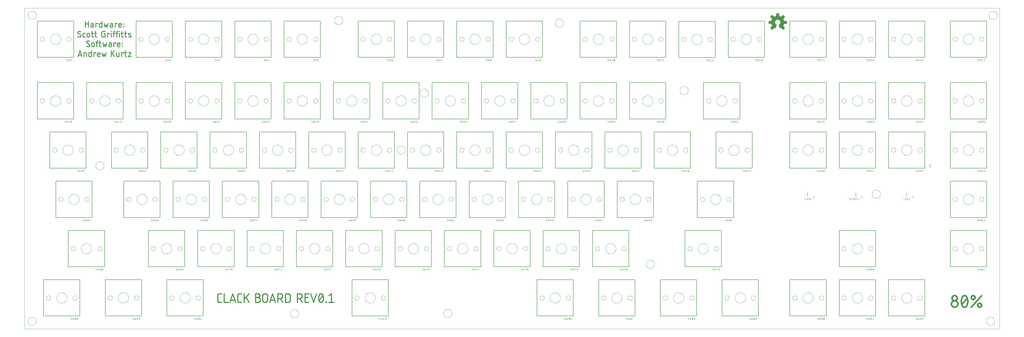
<source format=gto>
G75*
%MOIN*%
%OFA0B0*%
%FSLAX25Y25*%
%IPPOS*%
%LPD*%
%AMOC8*
5,1,8,0,0,1.08239X$1,22.5*
%
%ADD10C,0.00000*%
%ADD11C,0.01800*%
%ADD12C,0.01200*%
%ADD13C,0.02400*%
%ADD14C,0.00500*%
%ADD15C,0.00400*%
%ADD16C,0.00300*%
%ADD17R,0.01181X0.00591*%
%ADD18R,0.01181X0.01181*%
%ADD19C,0.00800*%
%ADD20C,0.00591*%
D10*
X0001300Y0001300D02*
X0001300Y0488505D01*
X1479646Y0488505D01*
X1479646Y0001300D01*
X0001300Y0001300D01*
X0006812Y0013111D02*
X0006814Y0013269D01*
X0006820Y0013427D01*
X0006830Y0013585D01*
X0006844Y0013743D01*
X0006862Y0013900D01*
X0006883Y0014057D01*
X0006909Y0014213D01*
X0006939Y0014369D01*
X0006972Y0014524D01*
X0007010Y0014677D01*
X0007051Y0014830D01*
X0007096Y0014982D01*
X0007145Y0015133D01*
X0007198Y0015282D01*
X0007254Y0015430D01*
X0007314Y0015576D01*
X0007378Y0015721D01*
X0007446Y0015864D01*
X0007517Y0016006D01*
X0007591Y0016146D01*
X0007669Y0016283D01*
X0007751Y0016419D01*
X0007835Y0016553D01*
X0007924Y0016684D01*
X0008015Y0016813D01*
X0008110Y0016940D01*
X0008207Y0017065D01*
X0008308Y0017187D01*
X0008412Y0017306D01*
X0008519Y0017423D01*
X0008629Y0017537D01*
X0008742Y0017648D01*
X0008857Y0017757D01*
X0008975Y0017862D01*
X0009096Y0017964D01*
X0009219Y0018064D01*
X0009345Y0018160D01*
X0009473Y0018253D01*
X0009603Y0018343D01*
X0009736Y0018429D01*
X0009871Y0018513D01*
X0010007Y0018592D01*
X0010146Y0018669D01*
X0010287Y0018741D01*
X0010429Y0018811D01*
X0010573Y0018876D01*
X0010719Y0018938D01*
X0010866Y0018996D01*
X0011015Y0019051D01*
X0011165Y0019102D01*
X0011316Y0019149D01*
X0011468Y0019192D01*
X0011621Y0019231D01*
X0011776Y0019267D01*
X0011931Y0019298D01*
X0012087Y0019326D01*
X0012243Y0019350D01*
X0012400Y0019370D01*
X0012558Y0019386D01*
X0012715Y0019398D01*
X0012874Y0019406D01*
X0013032Y0019410D01*
X0013190Y0019410D01*
X0013348Y0019406D01*
X0013507Y0019398D01*
X0013664Y0019386D01*
X0013822Y0019370D01*
X0013979Y0019350D01*
X0014135Y0019326D01*
X0014291Y0019298D01*
X0014446Y0019267D01*
X0014601Y0019231D01*
X0014754Y0019192D01*
X0014906Y0019149D01*
X0015057Y0019102D01*
X0015207Y0019051D01*
X0015356Y0018996D01*
X0015503Y0018938D01*
X0015649Y0018876D01*
X0015793Y0018811D01*
X0015935Y0018741D01*
X0016076Y0018669D01*
X0016215Y0018592D01*
X0016351Y0018513D01*
X0016486Y0018429D01*
X0016619Y0018343D01*
X0016749Y0018253D01*
X0016877Y0018160D01*
X0017003Y0018064D01*
X0017126Y0017964D01*
X0017247Y0017862D01*
X0017365Y0017757D01*
X0017480Y0017648D01*
X0017593Y0017537D01*
X0017703Y0017423D01*
X0017810Y0017306D01*
X0017914Y0017187D01*
X0018015Y0017065D01*
X0018112Y0016940D01*
X0018207Y0016813D01*
X0018298Y0016684D01*
X0018387Y0016553D01*
X0018471Y0016419D01*
X0018553Y0016283D01*
X0018631Y0016146D01*
X0018705Y0016006D01*
X0018776Y0015864D01*
X0018844Y0015721D01*
X0018908Y0015576D01*
X0018968Y0015430D01*
X0019024Y0015282D01*
X0019077Y0015133D01*
X0019126Y0014982D01*
X0019171Y0014830D01*
X0019212Y0014677D01*
X0019250Y0014524D01*
X0019283Y0014369D01*
X0019313Y0014213D01*
X0019339Y0014057D01*
X0019360Y0013900D01*
X0019378Y0013743D01*
X0019392Y0013585D01*
X0019402Y0013427D01*
X0019408Y0013269D01*
X0019410Y0013111D01*
X0019408Y0012953D01*
X0019402Y0012795D01*
X0019392Y0012637D01*
X0019378Y0012479D01*
X0019360Y0012322D01*
X0019339Y0012165D01*
X0019313Y0012009D01*
X0019283Y0011853D01*
X0019250Y0011698D01*
X0019212Y0011545D01*
X0019171Y0011392D01*
X0019126Y0011240D01*
X0019077Y0011089D01*
X0019024Y0010940D01*
X0018968Y0010792D01*
X0018908Y0010646D01*
X0018844Y0010501D01*
X0018776Y0010358D01*
X0018705Y0010216D01*
X0018631Y0010076D01*
X0018553Y0009939D01*
X0018471Y0009803D01*
X0018387Y0009669D01*
X0018298Y0009538D01*
X0018207Y0009409D01*
X0018112Y0009282D01*
X0018015Y0009157D01*
X0017914Y0009035D01*
X0017810Y0008916D01*
X0017703Y0008799D01*
X0017593Y0008685D01*
X0017480Y0008574D01*
X0017365Y0008465D01*
X0017247Y0008360D01*
X0017126Y0008258D01*
X0017003Y0008158D01*
X0016877Y0008062D01*
X0016749Y0007969D01*
X0016619Y0007879D01*
X0016486Y0007793D01*
X0016351Y0007709D01*
X0016215Y0007630D01*
X0016076Y0007553D01*
X0015935Y0007481D01*
X0015793Y0007411D01*
X0015649Y0007346D01*
X0015503Y0007284D01*
X0015356Y0007226D01*
X0015207Y0007171D01*
X0015057Y0007120D01*
X0014906Y0007073D01*
X0014754Y0007030D01*
X0014601Y0006991D01*
X0014446Y0006955D01*
X0014291Y0006924D01*
X0014135Y0006896D01*
X0013979Y0006872D01*
X0013822Y0006852D01*
X0013664Y0006836D01*
X0013507Y0006824D01*
X0013348Y0006816D01*
X0013190Y0006812D01*
X0013032Y0006812D01*
X0012874Y0006816D01*
X0012715Y0006824D01*
X0012558Y0006836D01*
X0012400Y0006852D01*
X0012243Y0006872D01*
X0012087Y0006896D01*
X0011931Y0006924D01*
X0011776Y0006955D01*
X0011621Y0006991D01*
X0011468Y0007030D01*
X0011316Y0007073D01*
X0011165Y0007120D01*
X0011015Y0007171D01*
X0010866Y0007226D01*
X0010719Y0007284D01*
X0010573Y0007346D01*
X0010429Y0007411D01*
X0010287Y0007481D01*
X0010146Y0007553D01*
X0010007Y0007630D01*
X0009871Y0007709D01*
X0009736Y0007793D01*
X0009603Y0007879D01*
X0009473Y0007969D01*
X0009345Y0008062D01*
X0009219Y0008158D01*
X0009096Y0008258D01*
X0008975Y0008360D01*
X0008857Y0008465D01*
X0008742Y0008574D01*
X0008629Y0008685D01*
X0008519Y0008799D01*
X0008412Y0008916D01*
X0008308Y0009035D01*
X0008207Y0009157D01*
X0008110Y0009282D01*
X0008015Y0009409D01*
X0007924Y0009538D01*
X0007835Y0009669D01*
X0007751Y0009803D01*
X0007669Y0009939D01*
X0007591Y0010076D01*
X0007517Y0010216D01*
X0007446Y0010358D01*
X0007378Y0010501D01*
X0007314Y0010646D01*
X0007254Y0010792D01*
X0007198Y0010940D01*
X0007145Y0011089D01*
X0007096Y0011240D01*
X0007051Y0011392D01*
X0007010Y0011545D01*
X0006972Y0011698D01*
X0006939Y0011853D01*
X0006909Y0012009D01*
X0006883Y0012165D01*
X0006862Y0012322D01*
X0006844Y0012479D01*
X0006830Y0012637D01*
X0006820Y0012795D01*
X0006814Y0012953D01*
X0006812Y0013111D01*
X0034548Y0048544D02*
X0034550Y0048659D01*
X0034556Y0048775D01*
X0034566Y0048890D01*
X0034580Y0049005D01*
X0034598Y0049119D01*
X0034620Y0049232D01*
X0034645Y0049345D01*
X0034675Y0049456D01*
X0034708Y0049567D01*
X0034745Y0049676D01*
X0034786Y0049784D01*
X0034831Y0049891D01*
X0034879Y0049996D01*
X0034931Y0050099D01*
X0034987Y0050200D01*
X0035046Y0050300D01*
X0035108Y0050397D01*
X0035174Y0050492D01*
X0035242Y0050585D01*
X0035314Y0050675D01*
X0035389Y0050763D01*
X0035468Y0050848D01*
X0035549Y0050930D01*
X0035632Y0051010D01*
X0035719Y0051086D01*
X0035808Y0051160D01*
X0035899Y0051230D01*
X0035993Y0051298D01*
X0036089Y0051362D01*
X0036188Y0051422D01*
X0036288Y0051479D01*
X0036390Y0051533D01*
X0036494Y0051583D01*
X0036600Y0051630D01*
X0036707Y0051673D01*
X0036816Y0051712D01*
X0036926Y0051747D01*
X0037037Y0051778D01*
X0037149Y0051806D01*
X0037262Y0051830D01*
X0037376Y0051850D01*
X0037491Y0051866D01*
X0037606Y0051878D01*
X0037721Y0051886D01*
X0037836Y0051890D01*
X0037952Y0051890D01*
X0038067Y0051886D01*
X0038182Y0051878D01*
X0038297Y0051866D01*
X0038412Y0051850D01*
X0038526Y0051830D01*
X0038639Y0051806D01*
X0038751Y0051778D01*
X0038862Y0051747D01*
X0038972Y0051712D01*
X0039081Y0051673D01*
X0039188Y0051630D01*
X0039294Y0051583D01*
X0039398Y0051533D01*
X0039500Y0051479D01*
X0039600Y0051422D01*
X0039699Y0051362D01*
X0039795Y0051298D01*
X0039889Y0051230D01*
X0039980Y0051160D01*
X0040069Y0051086D01*
X0040156Y0051010D01*
X0040239Y0050930D01*
X0040320Y0050848D01*
X0040399Y0050763D01*
X0040474Y0050675D01*
X0040546Y0050585D01*
X0040614Y0050492D01*
X0040680Y0050397D01*
X0040742Y0050300D01*
X0040801Y0050200D01*
X0040857Y0050099D01*
X0040909Y0049996D01*
X0040957Y0049891D01*
X0041002Y0049784D01*
X0041043Y0049676D01*
X0041080Y0049567D01*
X0041113Y0049456D01*
X0041143Y0049345D01*
X0041168Y0049232D01*
X0041190Y0049119D01*
X0041208Y0049005D01*
X0041222Y0048890D01*
X0041232Y0048775D01*
X0041238Y0048659D01*
X0041240Y0048544D01*
X0041238Y0048429D01*
X0041232Y0048313D01*
X0041222Y0048198D01*
X0041208Y0048083D01*
X0041190Y0047969D01*
X0041168Y0047856D01*
X0041143Y0047743D01*
X0041113Y0047632D01*
X0041080Y0047521D01*
X0041043Y0047412D01*
X0041002Y0047304D01*
X0040957Y0047197D01*
X0040909Y0047092D01*
X0040857Y0046989D01*
X0040801Y0046888D01*
X0040742Y0046788D01*
X0040680Y0046691D01*
X0040614Y0046596D01*
X0040546Y0046503D01*
X0040474Y0046413D01*
X0040399Y0046325D01*
X0040320Y0046240D01*
X0040239Y0046158D01*
X0040156Y0046078D01*
X0040069Y0046002D01*
X0039980Y0045928D01*
X0039889Y0045858D01*
X0039795Y0045790D01*
X0039699Y0045726D01*
X0039600Y0045666D01*
X0039500Y0045609D01*
X0039398Y0045555D01*
X0039294Y0045505D01*
X0039188Y0045458D01*
X0039081Y0045415D01*
X0038972Y0045376D01*
X0038862Y0045341D01*
X0038751Y0045310D01*
X0038639Y0045282D01*
X0038526Y0045258D01*
X0038412Y0045238D01*
X0038297Y0045222D01*
X0038182Y0045210D01*
X0038067Y0045202D01*
X0037952Y0045198D01*
X0037836Y0045198D01*
X0037721Y0045202D01*
X0037606Y0045210D01*
X0037491Y0045222D01*
X0037376Y0045238D01*
X0037262Y0045258D01*
X0037149Y0045282D01*
X0037037Y0045310D01*
X0036926Y0045341D01*
X0036816Y0045376D01*
X0036707Y0045415D01*
X0036600Y0045458D01*
X0036494Y0045505D01*
X0036390Y0045555D01*
X0036288Y0045609D01*
X0036188Y0045666D01*
X0036089Y0045726D01*
X0035993Y0045790D01*
X0035899Y0045858D01*
X0035808Y0045928D01*
X0035719Y0046002D01*
X0035632Y0046078D01*
X0035549Y0046158D01*
X0035468Y0046240D01*
X0035389Y0046325D01*
X0035314Y0046413D01*
X0035242Y0046503D01*
X0035174Y0046596D01*
X0035108Y0046691D01*
X0035046Y0046788D01*
X0034987Y0046888D01*
X0034931Y0046989D01*
X0034879Y0047092D01*
X0034831Y0047197D01*
X0034786Y0047304D01*
X0034745Y0047412D01*
X0034708Y0047521D01*
X0034675Y0047632D01*
X0034645Y0047743D01*
X0034620Y0047856D01*
X0034598Y0047969D01*
X0034580Y0048083D01*
X0034566Y0048198D01*
X0034556Y0048313D01*
X0034550Y0048429D01*
X0034548Y0048544D01*
X0050020Y0048544D02*
X0050022Y0048737D01*
X0050029Y0048930D01*
X0050041Y0049123D01*
X0050058Y0049316D01*
X0050079Y0049508D01*
X0050105Y0049699D01*
X0050136Y0049890D01*
X0050171Y0050080D01*
X0050211Y0050269D01*
X0050256Y0050457D01*
X0050305Y0050644D01*
X0050359Y0050830D01*
X0050417Y0051014D01*
X0050480Y0051197D01*
X0050548Y0051378D01*
X0050619Y0051557D01*
X0050696Y0051735D01*
X0050776Y0051911D01*
X0050861Y0052084D01*
X0050950Y0052256D01*
X0051043Y0052425D01*
X0051140Y0052592D01*
X0051242Y0052757D01*
X0051347Y0052919D01*
X0051456Y0053078D01*
X0051570Y0053235D01*
X0051687Y0053388D01*
X0051807Y0053539D01*
X0051932Y0053687D01*
X0052060Y0053832D01*
X0052191Y0053973D01*
X0052326Y0054112D01*
X0052465Y0054247D01*
X0052606Y0054378D01*
X0052751Y0054506D01*
X0052899Y0054631D01*
X0053050Y0054751D01*
X0053203Y0054868D01*
X0053360Y0054982D01*
X0053519Y0055091D01*
X0053681Y0055196D01*
X0053846Y0055298D01*
X0054013Y0055395D01*
X0054182Y0055488D01*
X0054354Y0055577D01*
X0054527Y0055662D01*
X0054703Y0055742D01*
X0054881Y0055819D01*
X0055060Y0055890D01*
X0055241Y0055958D01*
X0055424Y0056021D01*
X0055608Y0056079D01*
X0055794Y0056133D01*
X0055981Y0056182D01*
X0056169Y0056227D01*
X0056358Y0056267D01*
X0056548Y0056302D01*
X0056739Y0056333D01*
X0056930Y0056359D01*
X0057122Y0056380D01*
X0057315Y0056397D01*
X0057508Y0056409D01*
X0057701Y0056416D01*
X0057894Y0056418D01*
X0058087Y0056416D01*
X0058280Y0056409D01*
X0058473Y0056397D01*
X0058666Y0056380D01*
X0058858Y0056359D01*
X0059049Y0056333D01*
X0059240Y0056302D01*
X0059430Y0056267D01*
X0059619Y0056227D01*
X0059807Y0056182D01*
X0059994Y0056133D01*
X0060180Y0056079D01*
X0060364Y0056021D01*
X0060547Y0055958D01*
X0060728Y0055890D01*
X0060907Y0055819D01*
X0061085Y0055742D01*
X0061261Y0055662D01*
X0061434Y0055577D01*
X0061606Y0055488D01*
X0061775Y0055395D01*
X0061942Y0055298D01*
X0062107Y0055196D01*
X0062269Y0055091D01*
X0062428Y0054982D01*
X0062585Y0054868D01*
X0062738Y0054751D01*
X0062889Y0054631D01*
X0063037Y0054506D01*
X0063182Y0054378D01*
X0063323Y0054247D01*
X0063462Y0054112D01*
X0063597Y0053973D01*
X0063728Y0053832D01*
X0063856Y0053687D01*
X0063981Y0053539D01*
X0064101Y0053388D01*
X0064218Y0053235D01*
X0064332Y0053078D01*
X0064441Y0052919D01*
X0064546Y0052757D01*
X0064648Y0052592D01*
X0064745Y0052425D01*
X0064838Y0052256D01*
X0064927Y0052084D01*
X0065012Y0051911D01*
X0065092Y0051735D01*
X0065169Y0051557D01*
X0065240Y0051378D01*
X0065308Y0051197D01*
X0065371Y0051014D01*
X0065429Y0050830D01*
X0065483Y0050644D01*
X0065532Y0050457D01*
X0065577Y0050269D01*
X0065617Y0050080D01*
X0065652Y0049890D01*
X0065683Y0049699D01*
X0065709Y0049508D01*
X0065730Y0049316D01*
X0065747Y0049123D01*
X0065759Y0048930D01*
X0065766Y0048737D01*
X0065768Y0048544D01*
X0065766Y0048351D01*
X0065759Y0048158D01*
X0065747Y0047965D01*
X0065730Y0047772D01*
X0065709Y0047580D01*
X0065683Y0047389D01*
X0065652Y0047198D01*
X0065617Y0047008D01*
X0065577Y0046819D01*
X0065532Y0046631D01*
X0065483Y0046444D01*
X0065429Y0046258D01*
X0065371Y0046074D01*
X0065308Y0045891D01*
X0065240Y0045710D01*
X0065169Y0045531D01*
X0065092Y0045353D01*
X0065012Y0045177D01*
X0064927Y0045004D01*
X0064838Y0044832D01*
X0064745Y0044663D01*
X0064648Y0044496D01*
X0064546Y0044331D01*
X0064441Y0044169D01*
X0064332Y0044010D01*
X0064218Y0043853D01*
X0064101Y0043700D01*
X0063981Y0043549D01*
X0063856Y0043401D01*
X0063728Y0043256D01*
X0063597Y0043115D01*
X0063462Y0042976D01*
X0063323Y0042841D01*
X0063182Y0042710D01*
X0063037Y0042582D01*
X0062889Y0042457D01*
X0062738Y0042337D01*
X0062585Y0042220D01*
X0062428Y0042106D01*
X0062269Y0041997D01*
X0062107Y0041892D01*
X0061942Y0041790D01*
X0061775Y0041693D01*
X0061606Y0041600D01*
X0061434Y0041511D01*
X0061261Y0041426D01*
X0061085Y0041346D01*
X0060907Y0041269D01*
X0060728Y0041198D01*
X0060547Y0041130D01*
X0060364Y0041067D01*
X0060180Y0041009D01*
X0059994Y0040955D01*
X0059807Y0040906D01*
X0059619Y0040861D01*
X0059430Y0040821D01*
X0059240Y0040786D01*
X0059049Y0040755D01*
X0058858Y0040729D01*
X0058666Y0040708D01*
X0058473Y0040691D01*
X0058280Y0040679D01*
X0058087Y0040672D01*
X0057894Y0040670D01*
X0057701Y0040672D01*
X0057508Y0040679D01*
X0057315Y0040691D01*
X0057122Y0040708D01*
X0056930Y0040729D01*
X0056739Y0040755D01*
X0056548Y0040786D01*
X0056358Y0040821D01*
X0056169Y0040861D01*
X0055981Y0040906D01*
X0055794Y0040955D01*
X0055608Y0041009D01*
X0055424Y0041067D01*
X0055241Y0041130D01*
X0055060Y0041198D01*
X0054881Y0041269D01*
X0054703Y0041346D01*
X0054527Y0041426D01*
X0054354Y0041511D01*
X0054182Y0041600D01*
X0054013Y0041693D01*
X0053846Y0041790D01*
X0053681Y0041892D01*
X0053519Y0041997D01*
X0053360Y0042106D01*
X0053203Y0042220D01*
X0053050Y0042337D01*
X0052899Y0042457D01*
X0052751Y0042582D01*
X0052606Y0042710D01*
X0052465Y0042841D01*
X0052326Y0042976D01*
X0052191Y0043115D01*
X0052060Y0043256D01*
X0051932Y0043401D01*
X0051807Y0043549D01*
X0051687Y0043700D01*
X0051570Y0043853D01*
X0051456Y0044010D01*
X0051347Y0044169D01*
X0051242Y0044331D01*
X0051140Y0044496D01*
X0051043Y0044663D01*
X0050950Y0044832D01*
X0050861Y0045004D01*
X0050776Y0045177D01*
X0050696Y0045353D01*
X0050619Y0045531D01*
X0050548Y0045710D01*
X0050480Y0045891D01*
X0050417Y0046074D01*
X0050359Y0046258D01*
X0050305Y0046444D01*
X0050256Y0046631D01*
X0050211Y0046819D01*
X0050171Y0047008D01*
X0050136Y0047198D01*
X0050105Y0047389D01*
X0050079Y0047580D01*
X0050058Y0047772D01*
X0050041Y0047965D01*
X0050029Y0048158D01*
X0050022Y0048351D01*
X0050020Y0048544D01*
X0074548Y0048544D02*
X0074550Y0048659D01*
X0074556Y0048775D01*
X0074566Y0048890D01*
X0074580Y0049005D01*
X0074598Y0049119D01*
X0074620Y0049232D01*
X0074645Y0049345D01*
X0074675Y0049456D01*
X0074708Y0049567D01*
X0074745Y0049676D01*
X0074786Y0049784D01*
X0074831Y0049891D01*
X0074879Y0049996D01*
X0074931Y0050099D01*
X0074987Y0050200D01*
X0075046Y0050300D01*
X0075108Y0050397D01*
X0075174Y0050492D01*
X0075242Y0050585D01*
X0075314Y0050675D01*
X0075389Y0050763D01*
X0075468Y0050848D01*
X0075549Y0050930D01*
X0075632Y0051010D01*
X0075719Y0051086D01*
X0075808Y0051160D01*
X0075899Y0051230D01*
X0075993Y0051298D01*
X0076089Y0051362D01*
X0076188Y0051422D01*
X0076288Y0051479D01*
X0076390Y0051533D01*
X0076494Y0051583D01*
X0076600Y0051630D01*
X0076707Y0051673D01*
X0076816Y0051712D01*
X0076926Y0051747D01*
X0077037Y0051778D01*
X0077149Y0051806D01*
X0077262Y0051830D01*
X0077376Y0051850D01*
X0077491Y0051866D01*
X0077606Y0051878D01*
X0077721Y0051886D01*
X0077836Y0051890D01*
X0077952Y0051890D01*
X0078067Y0051886D01*
X0078182Y0051878D01*
X0078297Y0051866D01*
X0078412Y0051850D01*
X0078526Y0051830D01*
X0078639Y0051806D01*
X0078751Y0051778D01*
X0078862Y0051747D01*
X0078972Y0051712D01*
X0079081Y0051673D01*
X0079188Y0051630D01*
X0079294Y0051583D01*
X0079398Y0051533D01*
X0079500Y0051479D01*
X0079600Y0051422D01*
X0079699Y0051362D01*
X0079795Y0051298D01*
X0079889Y0051230D01*
X0079980Y0051160D01*
X0080069Y0051086D01*
X0080156Y0051010D01*
X0080239Y0050930D01*
X0080320Y0050848D01*
X0080399Y0050763D01*
X0080474Y0050675D01*
X0080546Y0050585D01*
X0080614Y0050492D01*
X0080680Y0050397D01*
X0080742Y0050300D01*
X0080801Y0050200D01*
X0080857Y0050099D01*
X0080909Y0049996D01*
X0080957Y0049891D01*
X0081002Y0049784D01*
X0081043Y0049676D01*
X0081080Y0049567D01*
X0081113Y0049456D01*
X0081143Y0049345D01*
X0081168Y0049232D01*
X0081190Y0049119D01*
X0081208Y0049005D01*
X0081222Y0048890D01*
X0081232Y0048775D01*
X0081238Y0048659D01*
X0081240Y0048544D01*
X0081238Y0048429D01*
X0081232Y0048313D01*
X0081222Y0048198D01*
X0081208Y0048083D01*
X0081190Y0047969D01*
X0081168Y0047856D01*
X0081143Y0047743D01*
X0081113Y0047632D01*
X0081080Y0047521D01*
X0081043Y0047412D01*
X0081002Y0047304D01*
X0080957Y0047197D01*
X0080909Y0047092D01*
X0080857Y0046989D01*
X0080801Y0046888D01*
X0080742Y0046788D01*
X0080680Y0046691D01*
X0080614Y0046596D01*
X0080546Y0046503D01*
X0080474Y0046413D01*
X0080399Y0046325D01*
X0080320Y0046240D01*
X0080239Y0046158D01*
X0080156Y0046078D01*
X0080069Y0046002D01*
X0079980Y0045928D01*
X0079889Y0045858D01*
X0079795Y0045790D01*
X0079699Y0045726D01*
X0079600Y0045666D01*
X0079500Y0045609D01*
X0079398Y0045555D01*
X0079294Y0045505D01*
X0079188Y0045458D01*
X0079081Y0045415D01*
X0078972Y0045376D01*
X0078862Y0045341D01*
X0078751Y0045310D01*
X0078639Y0045282D01*
X0078526Y0045258D01*
X0078412Y0045238D01*
X0078297Y0045222D01*
X0078182Y0045210D01*
X0078067Y0045202D01*
X0077952Y0045198D01*
X0077836Y0045198D01*
X0077721Y0045202D01*
X0077606Y0045210D01*
X0077491Y0045222D01*
X0077376Y0045238D01*
X0077262Y0045258D01*
X0077149Y0045282D01*
X0077037Y0045310D01*
X0076926Y0045341D01*
X0076816Y0045376D01*
X0076707Y0045415D01*
X0076600Y0045458D01*
X0076494Y0045505D01*
X0076390Y0045555D01*
X0076288Y0045609D01*
X0076188Y0045666D01*
X0076089Y0045726D01*
X0075993Y0045790D01*
X0075899Y0045858D01*
X0075808Y0045928D01*
X0075719Y0046002D01*
X0075632Y0046078D01*
X0075549Y0046158D01*
X0075468Y0046240D01*
X0075389Y0046325D01*
X0075314Y0046413D01*
X0075242Y0046503D01*
X0075174Y0046596D01*
X0075108Y0046691D01*
X0075046Y0046788D01*
X0074987Y0046888D01*
X0074931Y0046989D01*
X0074879Y0047092D01*
X0074831Y0047197D01*
X0074786Y0047304D01*
X0074745Y0047412D01*
X0074708Y0047521D01*
X0074675Y0047632D01*
X0074645Y0047743D01*
X0074620Y0047856D01*
X0074598Y0047969D01*
X0074580Y0048083D01*
X0074566Y0048198D01*
X0074556Y0048313D01*
X0074550Y0048429D01*
X0074548Y0048544D01*
X0128052Y0048544D02*
X0128054Y0048659D01*
X0128060Y0048775D01*
X0128070Y0048890D01*
X0128084Y0049005D01*
X0128102Y0049119D01*
X0128124Y0049232D01*
X0128149Y0049345D01*
X0128179Y0049456D01*
X0128212Y0049567D01*
X0128249Y0049676D01*
X0128290Y0049784D01*
X0128335Y0049891D01*
X0128383Y0049996D01*
X0128435Y0050099D01*
X0128491Y0050200D01*
X0128550Y0050300D01*
X0128612Y0050397D01*
X0128678Y0050492D01*
X0128746Y0050585D01*
X0128818Y0050675D01*
X0128893Y0050763D01*
X0128972Y0050848D01*
X0129053Y0050930D01*
X0129136Y0051010D01*
X0129223Y0051086D01*
X0129312Y0051160D01*
X0129403Y0051230D01*
X0129497Y0051298D01*
X0129593Y0051362D01*
X0129692Y0051422D01*
X0129792Y0051479D01*
X0129894Y0051533D01*
X0129998Y0051583D01*
X0130104Y0051630D01*
X0130211Y0051673D01*
X0130320Y0051712D01*
X0130430Y0051747D01*
X0130541Y0051778D01*
X0130653Y0051806D01*
X0130766Y0051830D01*
X0130880Y0051850D01*
X0130995Y0051866D01*
X0131110Y0051878D01*
X0131225Y0051886D01*
X0131340Y0051890D01*
X0131456Y0051890D01*
X0131571Y0051886D01*
X0131686Y0051878D01*
X0131801Y0051866D01*
X0131916Y0051850D01*
X0132030Y0051830D01*
X0132143Y0051806D01*
X0132255Y0051778D01*
X0132366Y0051747D01*
X0132476Y0051712D01*
X0132585Y0051673D01*
X0132692Y0051630D01*
X0132798Y0051583D01*
X0132902Y0051533D01*
X0133004Y0051479D01*
X0133104Y0051422D01*
X0133203Y0051362D01*
X0133299Y0051298D01*
X0133393Y0051230D01*
X0133484Y0051160D01*
X0133573Y0051086D01*
X0133660Y0051010D01*
X0133743Y0050930D01*
X0133824Y0050848D01*
X0133903Y0050763D01*
X0133978Y0050675D01*
X0134050Y0050585D01*
X0134118Y0050492D01*
X0134184Y0050397D01*
X0134246Y0050300D01*
X0134305Y0050200D01*
X0134361Y0050099D01*
X0134413Y0049996D01*
X0134461Y0049891D01*
X0134506Y0049784D01*
X0134547Y0049676D01*
X0134584Y0049567D01*
X0134617Y0049456D01*
X0134647Y0049345D01*
X0134672Y0049232D01*
X0134694Y0049119D01*
X0134712Y0049005D01*
X0134726Y0048890D01*
X0134736Y0048775D01*
X0134742Y0048659D01*
X0134744Y0048544D01*
X0134742Y0048429D01*
X0134736Y0048313D01*
X0134726Y0048198D01*
X0134712Y0048083D01*
X0134694Y0047969D01*
X0134672Y0047856D01*
X0134647Y0047743D01*
X0134617Y0047632D01*
X0134584Y0047521D01*
X0134547Y0047412D01*
X0134506Y0047304D01*
X0134461Y0047197D01*
X0134413Y0047092D01*
X0134361Y0046989D01*
X0134305Y0046888D01*
X0134246Y0046788D01*
X0134184Y0046691D01*
X0134118Y0046596D01*
X0134050Y0046503D01*
X0133978Y0046413D01*
X0133903Y0046325D01*
X0133824Y0046240D01*
X0133743Y0046158D01*
X0133660Y0046078D01*
X0133573Y0046002D01*
X0133484Y0045928D01*
X0133393Y0045858D01*
X0133299Y0045790D01*
X0133203Y0045726D01*
X0133104Y0045666D01*
X0133004Y0045609D01*
X0132902Y0045555D01*
X0132798Y0045505D01*
X0132692Y0045458D01*
X0132585Y0045415D01*
X0132476Y0045376D01*
X0132366Y0045341D01*
X0132255Y0045310D01*
X0132143Y0045282D01*
X0132030Y0045258D01*
X0131916Y0045238D01*
X0131801Y0045222D01*
X0131686Y0045210D01*
X0131571Y0045202D01*
X0131456Y0045198D01*
X0131340Y0045198D01*
X0131225Y0045202D01*
X0131110Y0045210D01*
X0130995Y0045222D01*
X0130880Y0045238D01*
X0130766Y0045258D01*
X0130653Y0045282D01*
X0130541Y0045310D01*
X0130430Y0045341D01*
X0130320Y0045376D01*
X0130211Y0045415D01*
X0130104Y0045458D01*
X0129998Y0045505D01*
X0129894Y0045555D01*
X0129792Y0045609D01*
X0129692Y0045666D01*
X0129593Y0045726D01*
X0129497Y0045790D01*
X0129403Y0045858D01*
X0129312Y0045928D01*
X0129223Y0046002D01*
X0129136Y0046078D01*
X0129053Y0046158D01*
X0128972Y0046240D01*
X0128893Y0046325D01*
X0128818Y0046413D01*
X0128746Y0046503D01*
X0128678Y0046596D01*
X0128612Y0046691D01*
X0128550Y0046788D01*
X0128491Y0046888D01*
X0128435Y0046989D01*
X0128383Y0047092D01*
X0128335Y0047197D01*
X0128290Y0047304D01*
X0128249Y0047412D01*
X0128212Y0047521D01*
X0128179Y0047632D01*
X0128149Y0047743D01*
X0128124Y0047856D01*
X0128102Y0047969D01*
X0128084Y0048083D01*
X0128070Y0048198D01*
X0128060Y0048313D01*
X0128054Y0048429D01*
X0128052Y0048544D01*
X0143524Y0048544D02*
X0143526Y0048737D01*
X0143533Y0048930D01*
X0143545Y0049123D01*
X0143562Y0049316D01*
X0143583Y0049508D01*
X0143609Y0049699D01*
X0143640Y0049890D01*
X0143675Y0050080D01*
X0143715Y0050269D01*
X0143760Y0050457D01*
X0143809Y0050644D01*
X0143863Y0050830D01*
X0143921Y0051014D01*
X0143984Y0051197D01*
X0144052Y0051378D01*
X0144123Y0051557D01*
X0144200Y0051735D01*
X0144280Y0051911D01*
X0144365Y0052084D01*
X0144454Y0052256D01*
X0144547Y0052425D01*
X0144644Y0052592D01*
X0144746Y0052757D01*
X0144851Y0052919D01*
X0144960Y0053078D01*
X0145074Y0053235D01*
X0145191Y0053388D01*
X0145311Y0053539D01*
X0145436Y0053687D01*
X0145564Y0053832D01*
X0145695Y0053973D01*
X0145830Y0054112D01*
X0145969Y0054247D01*
X0146110Y0054378D01*
X0146255Y0054506D01*
X0146403Y0054631D01*
X0146554Y0054751D01*
X0146707Y0054868D01*
X0146864Y0054982D01*
X0147023Y0055091D01*
X0147185Y0055196D01*
X0147350Y0055298D01*
X0147517Y0055395D01*
X0147686Y0055488D01*
X0147858Y0055577D01*
X0148031Y0055662D01*
X0148207Y0055742D01*
X0148385Y0055819D01*
X0148564Y0055890D01*
X0148745Y0055958D01*
X0148928Y0056021D01*
X0149112Y0056079D01*
X0149298Y0056133D01*
X0149485Y0056182D01*
X0149673Y0056227D01*
X0149862Y0056267D01*
X0150052Y0056302D01*
X0150243Y0056333D01*
X0150434Y0056359D01*
X0150626Y0056380D01*
X0150819Y0056397D01*
X0151012Y0056409D01*
X0151205Y0056416D01*
X0151398Y0056418D01*
X0151591Y0056416D01*
X0151784Y0056409D01*
X0151977Y0056397D01*
X0152170Y0056380D01*
X0152362Y0056359D01*
X0152553Y0056333D01*
X0152744Y0056302D01*
X0152934Y0056267D01*
X0153123Y0056227D01*
X0153311Y0056182D01*
X0153498Y0056133D01*
X0153684Y0056079D01*
X0153868Y0056021D01*
X0154051Y0055958D01*
X0154232Y0055890D01*
X0154411Y0055819D01*
X0154589Y0055742D01*
X0154765Y0055662D01*
X0154938Y0055577D01*
X0155110Y0055488D01*
X0155279Y0055395D01*
X0155446Y0055298D01*
X0155611Y0055196D01*
X0155773Y0055091D01*
X0155932Y0054982D01*
X0156089Y0054868D01*
X0156242Y0054751D01*
X0156393Y0054631D01*
X0156541Y0054506D01*
X0156686Y0054378D01*
X0156827Y0054247D01*
X0156966Y0054112D01*
X0157101Y0053973D01*
X0157232Y0053832D01*
X0157360Y0053687D01*
X0157485Y0053539D01*
X0157605Y0053388D01*
X0157722Y0053235D01*
X0157836Y0053078D01*
X0157945Y0052919D01*
X0158050Y0052757D01*
X0158152Y0052592D01*
X0158249Y0052425D01*
X0158342Y0052256D01*
X0158431Y0052084D01*
X0158516Y0051911D01*
X0158596Y0051735D01*
X0158673Y0051557D01*
X0158744Y0051378D01*
X0158812Y0051197D01*
X0158875Y0051014D01*
X0158933Y0050830D01*
X0158987Y0050644D01*
X0159036Y0050457D01*
X0159081Y0050269D01*
X0159121Y0050080D01*
X0159156Y0049890D01*
X0159187Y0049699D01*
X0159213Y0049508D01*
X0159234Y0049316D01*
X0159251Y0049123D01*
X0159263Y0048930D01*
X0159270Y0048737D01*
X0159272Y0048544D01*
X0159270Y0048351D01*
X0159263Y0048158D01*
X0159251Y0047965D01*
X0159234Y0047772D01*
X0159213Y0047580D01*
X0159187Y0047389D01*
X0159156Y0047198D01*
X0159121Y0047008D01*
X0159081Y0046819D01*
X0159036Y0046631D01*
X0158987Y0046444D01*
X0158933Y0046258D01*
X0158875Y0046074D01*
X0158812Y0045891D01*
X0158744Y0045710D01*
X0158673Y0045531D01*
X0158596Y0045353D01*
X0158516Y0045177D01*
X0158431Y0045004D01*
X0158342Y0044832D01*
X0158249Y0044663D01*
X0158152Y0044496D01*
X0158050Y0044331D01*
X0157945Y0044169D01*
X0157836Y0044010D01*
X0157722Y0043853D01*
X0157605Y0043700D01*
X0157485Y0043549D01*
X0157360Y0043401D01*
X0157232Y0043256D01*
X0157101Y0043115D01*
X0156966Y0042976D01*
X0156827Y0042841D01*
X0156686Y0042710D01*
X0156541Y0042582D01*
X0156393Y0042457D01*
X0156242Y0042337D01*
X0156089Y0042220D01*
X0155932Y0042106D01*
X0155773Y0041997D01*
X0155611Y0041892D01*
X0155446Y0041790D01*
X0155279Y0041693D01*
X0155110Y0041600D01*
X0154938Y0041511D01*
X0154765Y0041426D01*
X0154589Y0041346D01*
X0154411Y0041269D01*
X0154232Y0041198D01*
X0154051Y0041130D01*
X0153868Y0041067D01*
X0153684Y0041009D01*
X0153498Y0040955D01*
X0153311Y0040906D01*
X0153123Y0040861D01*
X0152934Y0040821D01*
X0152744Y0040786D01*
X0152553Y0040755D01*
X0152362Y0040729D01*
X0152170Y0040708D01*
X0151977Y0040691D01*
X0151784Y0040679D01*
X0151591Y0040672D01*
X0151398Y0040670D01*
X0151205Y0040672D01*
X0151012Y0040679D01*
X0150819Y0040691D01*
X0150626Y0040708D01*
X0150434Y0040729D01*
X0150243Y0040755D01*
X0150052Y0040786D01*
X0149862Y0040821D01*
X0149673Y0040861D01*
X0149485Y0040906D01*
X0149298Y0040955D01*
X0149112Y0041009D01*
X0148928Y0041067D01*
X0148745Y0041130D01*
X0148564Y0041198D01*
X0148385Y0041269D01*
X0148207Y0041346D01*
X0148031Y0041426D01*
X0147858Y0041511D01*
X0147686Y0041600D01*
X0147517Y0041693D01*
X0147350Y0041790D01*
X0147185Y0041892D01*
X0147023Y0041997D01*
X0146864Y0042106D01*
X0146707Y0042220D01*
X0146554Y0042337D01*
X0146403Y0042457D01*
X0146255Y0042582D01*
X0146110Y0042710D01*
X0145969Y0042841D01*
X0145830Y0042976D01*
X0145695Y0043115D01*
X0145564Y0043256D01*
X0145436Y0043401D01*
X0145311Y0043549D01*
X0145191Y0043700D01*
X0145074Y0043853D01*
X0144960Y0044010D01*
X0144851Y0044169D01*
X0144746Y0044331D01*
X0144644Y0044496D01*
X0144547Y0044663D01*
X0144454Y0044832D01*
X0144365Y0045004D01*
X0144280Y0045177D01*
X0144200Y0045353D01*
X0144123Y0045531D01*
X0144052Y0045710D01*
X0143984Y0045891D01*
X0143921Y0046074D01*
X0143863Y0046258D01*
X0143809Y0046444D01*
X0143760Y0046631D01*
X0143715Y0046819D01*
X0143675Y0047008D01*
X0143640Y0047198D01*
X0143609Y0047389D01*
X0143583Y0047580D01*
X0143562Y0047772D01*
X0143545Y0047965D01*
X0143533Y0048158D01*
X0143526Y0048351D01*
X0143524Y0048544D01*
X0168052Y0048544D02*
X0168054Y0048659D01*
X0168060Y0048775D01*
X0168070Y0048890D01*
X0168084Y0049005D01*
X0168102Y0049119D01*
X0168124Y0049232D01*
X0168149Y0049345D01*
X0168179Y0049456D01*
X0168212Y0049567D01*
X0168249Y0049676D01*
X0168290Y0049784D01*
X0168335Y0049891D01*
X0168383Y0049996D01*
X0168435Y0050099D01*
X0168491Y0050200D01*
X0168550Y0050300D01*
X0168612Y0050397D01*
X0168678Y0050492D01*
X0168746Y0050585D01*
X0168818Y0050675D01*
X0168893Y0050763D01*
X0168972Y0050848D01*
X0169053Y0050930D01*
X0169136Y0051010D01*
X0169223Y0051086D01*
X0169312Y0051160D01*
X0169403Y0051230D01*
X0169497Y0051298D01*
X0169593Y0051362D01*
X0169692Y0051422D01*
X0169792Y0051479D01*
X0169894Y0051533D01*
X0169998Y0051583D01*
X0170104Y0051630D01*
X0170211Y0051673D01*
X0170320Y0051712D01*
X0170430Y0051747D01*
X0170541Y0051778D01*
X0170653Y0051806D01*
X0170766Y0051830D01*
X0170880Y0051850D01*
X0170995Y0051866D01*
X0171110Y0051878D01*
X0171225Y0051886D01*
X0171340Y0051890D01*
X0171456Y0051890D01*
X0171571Y0051886D01*
X0171686Y0051878D01*
X0171801Y0051866D01*
X0171916Y0051850D01*
X0172030Y0051830D01*
X0172143Y0051806D01*
X0172255Y0051778D01*
X0172366Y0051747D01*
X0172476Y0051712D01*
X0172585Y0051673D01*
X0172692Y0051630D01*
X0172798Y0051583D01*
X0172902Y0051533D01*
X0173004Y0051479D01*
X0173104Y0051422D01*
X0173203Y0051362D01*
X0173299Y0051298D01*
X0173393Y0051230D01*
X0173484Y0051160D01*
X0173573Y0051086D01*
X0173660Y0051010D01*
X0173743Y0050930D01*
X0173824Y0050848D01*
X0173903Y0050763D01*
X0173978Y0050675D01*
X0174050Y0050585D01*
X0174118Y0050492D01*
X0174184Y0050397D01*
X0174246Y0050300D01*
X0174305Y0050200D01*
X0174361Y0050099D01*
X0174413Y0049996D01*
X0174461Y0049891D01*
X0174506Y0049784D01*
X0174547Y0049676D01*
X0174584Y0049567D01*
X0174617Y0049456D01*
X0174647Y0049345D01*
X0174672Y0049232D01*
X0174694Y0049119D01*
X0174712Y0049005D01*
X0174726Y0048890D01*
X0174736Y0048775D01*
X0174742Y0048659D01*
X0174744Y0048544D01*
X0174742Y0048429D01*
X0174736Y0048313D01*
X0174726Y0048198D01*
X0174712Y0048083D01*
X0174694Y0047969D01*
X0174672Y0047856D01*
X0174647Y0047743D01*
X0174617Y0047632D01*
X0174584Y0047521D01*
X0174547Y0047412D01*
X0174506Y0047304D01*
X0174461Y0047197D01*
X0174413Y0047092D01*
X0174361Y0046989D01*
X0174305Y0046888D01*
X0174246Y0046788D01*
X0174184Y0046691D01*
X0174118Y0046596D01*
X0174050Y0046503D01*
X0173978Y0046413D01*
X0173903Y0046325D01*
X0173824Y0046240D01*
X0173743Y0046158D01*
X0173660Y0046078D01*
X0173573Y0046002D01*
X0173484Y0045928D01*
X0173393Y0045858D01*
X0173299Y0045790D01*
X0173203Y0045726D01*
X0173104Y0045666D01*
X0173004Y0045609D01*
X0172902Y0045555D01*
X0172798Y0045505D01*
X0172692Y0045458D01*
X0172585Y0045415D01*
X0172476Y0045376D01*
X0172366Y0045341D01*
X0172255Y0045310D01*
X0172143Y0045282D01*
X0172030Y0045258D01*
X0171916Y0045238D01*
X0171801Y0045222D01*
X0171686Y0045210D01*
X0171571Y0045202D01*
X0171456Y0045198D01*
X0171340Y0045198D01*
X0171225Y0045202D01*
X0171110Y0045210D01*
X0170995Y0045222D01*
X0170880Y0045238D01*
X0170766Y0045258D01*
X0170653Y0045282D01*
X0170541Y0045310D01*
X0170430Y0045341D01*
X0170320Y0045376D01*
X0170211Y0045415D01*
X0170104Y0045458D01*
X0169998Y0045505D01*
X0169894Y0045555D01*
X0169792Y0045609D01*
X0169692Y0045666D01*
X0169593Y0045726D01*
X0169497Y0045790D01*
X0169403Y0045858D01*
X0169312Y0045928D01*
X0169223Y0046002D01*
X0169136Y0046078D01*
X0169053Y0046158D01*
X0168972Y0046240D01*
X0168893Y0046325D01*
X0168818Y0046413D01*
X0168746Y0046503D01*
X0168678Y0046596D01*
X0168612Y0046691D01*
X0168550Y0046788D01*
X0168491Y0046888D01*
X0168435Y0046989D01*
X0168383Y0047092D01*
X0168335Y0047197D01*
X0168290Y0047304D01*
X0168249Y0047412D01*
X0168212Y0047521D01*
X0168179Y0047632D01*
X0168149Y0047743D01*
X0168124Y0047856D01*
X0168102Y0047969D01*
X0168084Y0048083D01*
X0168070Y0048198D01*
X0168060Y0048313D01*
X0168054Y0048429D01*
X0168052Y0048544D01*
X0221556Y0048544D02*
X0221558Y0048659D01*
X0221564Y0048775D01*
X0221574Y0048890D01*
X0221588Y0049005D01*
X0221606Y0049119D01*
X0221628Y0049232D01*
X0221653Y0049345D01*
X0221683Y0049456D01*
X0221716Y0049567D01*
X0221753Y0049676D01*
X0221794Y0049784D01*
X0221839Y0049891D01*
X0221887Y0049996D01*
X0221939Y0050099D01*
X0221995Y0050200D01*
X0222054Y0050300D01*
X0222116Y0050397D01*
X0222182Y0050492D01*
X0222250Y0050585D01*
X0222322Y0050675D01*
X0222397Y0050763D01*
X0222476Y0050848D01*
X0222557Y0050930D01*
X0222640Y0051010D01*
X0222727Y0051086D01*
X0222816Y0051160D01*
X0222907Y0051230D01*
X0223001Y0051298D01*
X0223097Y0051362D01*
X0223196Y0051422D01*
X0223296Y0051479D01*
X0223398Y0051533D01*
X0223502Y0051583D01*
X0223608Y0051630D01*
X0223715Y0051673D01*
X0223824Y0051712D01*
X0223934Y0051747D01*
X0224045Y0051778D01*
X0224157Y0051806D01*
X0224270Y0051830D01*
X0224384Y0051850D01*
X0224499Y0051866D01*
X0224614Y0051878D01*
X0224729Y0051886D01*
X0224844Y0051890D01*
X0224960Y0051890D01*
X0225075Y0051886D01*
X0225190Y0051878D01*
X0225305Y0051866D01*
X0225420Y0051850D01*
X0225534Y0051830D01*
X0225647Y0051806D01*
X0225759Y0051778D01*
X0225870Y0051747D01*
X0225980Y0051712D01*
X0226089Y0051673D01*
X0226196Y0051630D01*
X0226302Y0051583D01*
X0226406Y0051533D01*
X0226508Y0051479D01*
X0226608Y0051422D01*
X0226707Y0051362D01*
X0226803Y0051298D01*
X0226897Y0051230D01*
X0226988Y0051160D01*
X0227077Y0051086D01*
X0227164Y0051010D01*
X0227247Y0050930D01*
X0227328Y0050848D01*
X0227407Y0050763D01*
X0227482Y0050675D01*
X0227554Y0050585D01*
X0227622Y0050492D01*
X0227688Y0050397D01*
X0227750Y0050300D01*
X0227809Y0050200D01*
X0227865Y0050099D01*
X0227917Y0049996D01*
X0227965Y0049891D01*
X0228010Y0049784D01*
X0228051Y0049676D01*
X0228088Y0049567D01*
X0228121Y0049456D01*
X0228151Y0049345D01*
X0228176Y0049232D01*
X0228198Y0049119D01*
X0228216Y0049005D01*
X0228230Y0048890D01*
X0228240Y0048775D01*
X0228246Y0048659D01*
X0228248Y0048544D01*
X0228246Y0048429D01*
X0228240Y0048313D01*
X0228230Y0048198D01*
X0228216Y0048083D01*
X0228198Y0047969D01*
X0228176Y0047856D01*
X0228151Y0047743D01*
X0228121Y0047632D01*
X0228088Y0047521D01*
X0228051Y0047412D01*
X0228010Y0047304D01*
X0227965Y0047197D01*
X0227917Y0047092D01*
X0227865Y0046989D01*
X0227809Y0046888D01*
X0227750Y0046788D01*
X0227688Y0046691D01*
X0227622Y0046596D01*
X0227554Y0046503D01*
X0227482Y0046413D01*
X0227407Y0046325D01*
X0227328Y0046240D01*
X0227247Y0046158D01*
X0227164Y0046078D01*
X0227077Y0046002D01*
X0226988Y0045928D01*
X0226897Y0045858D01*
X0226803Y0045790D01*
X0226707Y0045726D01*
X0226608Y0045666D01*
X0226508Y0045609D01*
X0226406Y0045555D01*
X0226302Y0045505D01*
X0226196Y0045458D01*
X0226089Y0045415D01*
X0225980Y0045376D01*
X0225870Y0045341D01*
X0225759Y0045310D01*
X0225647Y0045282D01*
X0225534Y0045258D01*
X0225420Y0045238D01*
X0225305Y0045222D01*
X0225190Y0045210D01*
X0225075Y0045202D01*
X0224960Y0045198D01*
X0224844Y0045198D01*
X0224729Y0045202D01*
X0224614Y0045210D01*
X0224499Y0045222D01*
X0224384Y0045238D01*
X0224270Y0045258D01*
X0224157Y0045282D01*
X0224045Y0045310D01*
X0223934Y0045341D01*
X0223824Y0045376D01*
X0223715Y0045415D01*
X0223608Y0045458D01*
X0223502Y0045505D01*
X0223398Y0045555D01*
X0223296Y0045609D01*
X0223196Y0045666D01*
X0223097Y0045726D01*
X0223001Y0045790D01*
X0222907Y0045858D01*
X0222816Y0045928D01*
X0222727Y0046002D01*
X0222640Y0046078D01*
X0222557Y0046158D01*
X0222476Y0046240D01*
X0222397Y0046325D01*
X0222322Y0046413D01*
X0222250Y0046503D01*
X0222182Y0046596D01*
X0222116Y0046691D01*
X0222054Y0046788D01*
X0221995Y0046888D01*
X0221939Y0046989D01*
X0221887Y0047092D01*
X0221839Y0047197D01*
X0221794Y0047304D01*
X0221753Y0047412D01*
X0221716Y0047521D01*
X0221683Y0047632D01*
X0221653Y0047743D01*
X0221628Y0047856D01*
X0221606Y0047969D01*
X0221588Y0048083D01*
X0221574Y0048198D01*
X0221564Y0048313D01*
X0221558Y0048429D01*
X0221556Y0048544D01*
X0237028Y0048544D02*
X0237030Y0048737D01*
X0237037Y0048930D01*
X0237049Y0049123D01*
X0237066Y0049316D01*
X0237087Y0049508D01*
X0237113Y0049699D01*
X0237144Y0049890D01*
X0237179Y0050080D01*
X0237219Y0050269D01*
X0237264Y0050457D01*
X0237313Y0050644D01*
X0237367Y0050830D01*
X0237425Y0051014D01*
X0237488Y0051197D01*
X0237556Y0051378D01*
X0237627Y0051557D01*
X0237704Y0051735D01*
X0237784Y0051911D01*
X0237869Y0052084D01*
X0237958Y0052256D01*
X0238051Y0052425D01*
X0238148Y0052592D01*
X0238250Y0052757D01*
X0238355Y0052919D01*
X0238464Y0053078D01*
X0238578Y0053235D01*
X0238695Y0053388D01*
X0238815Y0053539D01*
X0238940Y0053687D01*
X0239068Y0053832D01*
X0239199Y0053973D01*
X0239334Y0054112D01*
X0239473Y0054247D01*
X0239614Y0054378D01*
X0239759Y0054506D01*
X0239907Y0054631D01*
X0240058Y0054751D01*
X0240211Y0054868D01*
X0240368Y0054982D01*
X0240527Y0055091D01*
X0240689Y0055196D01*
X0240854Y0055298D01*
X0241021Y0055395D01*
X0241190Y0055488D01*
X0241362Y0055577D01*
X0241535Y0055662D01*
X0241711Y0055742D01*
X0241889Y0055819D01*
X0242068Y0055890D01*
X0242249Y0055958D01*
X0242432Y0056021D01*
X0242616Y0056079D01*
X0242802Y0056133D01*
X0242989Y0056182D01*
X0243177Y0056227D01*
X0243366Y0056267D01*
X0243556Y0056302D01*
X0243747Y0056333D01*
X0243938Y0056359D01*
X0244130Y0056380D01*
X0244323Y0056397D01*
X0244516Y0056409D01*
X0244709Y0056416D01*
X0244902Y0056418D01*
X0245095Y0056416D01*
X0245288Y0056409D01*
X0245481Y0056397D01*
X0245674Y0056380D01*
X0245866Y0056359D01*
X0246057Y0056333D01*
X0246248Y0056302D01*
X0246438Y0056267D01*
X0246627Y0056227D01*
X0246815Y0056182D01*
X0247002Y0056133D01*
X0247188Y0056079D01*
X0247372Y0056021D01*
X0247555Y0055958D01*
X0247736Y0055890D01*
X0247915Y0055819D01*
X0248093Y0055742D01*
X0248269Y0055662D01*
X0248442Y0055577D01*
X0248614Y0055488D01*
X0248783Y0055395D01*
X0248950Y0055298D01*
X0249115Y0055196D01*
X0249277Y0055091D01*
X0249436Y0054982D01*
X0249593Y0054868D01*
X0249746Y0054751D01*
X0249897Y0054631D01*
X0250045Y0054506D01*
X0250190Y0054378D01*
X0250331Y0054247D01*
X0250470Y0054112D01*
X0250605Y0053973D01*
X0250736Y0053832D01*
X0250864Y0053687D01*
X0250989Y0053539D01*
X0251109Y0053388D01*
X0251226Y0053235D01*
X0251340Y0053078D01*
X0251449Y0052919D01*
X0251554Y0052757D01*
X0251656Y0052592D01*
X0251753Y0052425D01*
X0251846Y0052256D01*
X0251935Y0052084D01*
X0252020Y0051911D01*
X0252100Y0051735D01*
X0252177Y0051557D01*
X0252248Y0051378D01*
X0252316Y0051197D01*
X0252379Y0051014D01*
X0252437Y0050830D01*
X0252491Y0050644D01*
X0252540Y0050457D01*
X0252585Y0050269D01*
X0252625Y0050080D01*
X0252660Y0049890D01*
X0252691Y0049699D01*
X0252717Y0049508D01*
X0252738Y0049316D01*
X0252755Y0049123D01*
X0252767Y0048930D01*
X0252774Y0048737D01*
X0252776Y0048544D01*
X0252774Y0048351D01*
X0252767Y0048158D01*
X0252755Y0047965D01*
X0252738Y0047772D01*
X0252717Y0047580D01*
X0252691Y0047389D01*
X0252660Y0047198D01*
X0252625Y0047008D01*
X0252585Y0046819D01*
X0252540Y0046631D01*
X0252491Y0046444D01*
X0252437Y0046258D01*
X0252379Y0046074D01*
X0252316Y0045891D01*
X0252248Y0045710D01*
X0252177Y0045531D01*
X0252100Y0045353D01*
X0252020Y0045177D01*
X0251935Y0045004D01*
X0251846Y0044832D01*
X0251753Y0044663D01*
X0251656Y0044496D01*
X0251554Y0044331D01*
X0251449Y0044169D01*
X0251340Y0044010D01*
X0251226Y0043853D01*
X0251109Y0043700D01*
X0250989Y0043549D01*
X0250864Y0043401D01*
X0250736Y0043256D01*
X0250605Y0043115D01*
X0250470Y0042976D01*
X0250331Y0042841D01*
X0250190Y0042710D01*
X0250045Y0042582D01*
X0249897Y0042457D01*
X0249746Y0042337D01*
X0249593Y0042220D01*
X0249436Y0042106D01*
X0249277Y0041997D01*
X0249115Y0041892D01*
X0248950Y0041790D01*
X0248783Y0041693D01*
X0248614Y0041600D01*
X0248442Y0041511D01*
X0248269Y0041426D01*
X0248093Y0041346D01*
X0247915Y0041269D01*
X0247736Y0041198D01*
X0247555Y0041130D01*
X0247372Y0041067D01*
X0247188Y0041009D01*
X0247002Y0040955D01*
X0246815Y0040906D01*
X0246627Y0040861D01*
X0246438Y0040821D01*
X0246248Y0040786D01*
X0246057Y0040755D01*
X0245866Y0040729D01*
X0245674Y0040708D01*
X0245481Y0040691D01*
X0245288Y0040679D01*
X0245095Y0040672D01*
X0244902Y0040670D01*
X0244709Y0040672D01*
X0244516Y0040679D01*
X0244323Y0040691D01*
X0244130Y0040708D01*
X0243938Y0040729D01*
X0243747Y0040755D01*
X0243556Y0040786D01*
X0243366Y0040821D01*
X0243177Y0040861D01*
X0242989Y0040906D01*
X0242802Y0040955D01*
X0242616Y0041009D01*
X0242432Y0041067D01*
X0242249Y0041130D01*
X0242068Y0041198D01*
X0241889Y0041269D01*
X0241711Y0041346D01*
X0241535Y0041426D01*
X0241362Y0041511D01*
X0241190Y0041600D01*
X0241021Y0041693D01*
X0240854Y0041790D01*
X0240689Y0041892D01*
X0240527Y0041997D01*
X0240368Y0042106D01*
X0240211Y0042220D01*
X0240058Y0042337D01*
X0239907Y0042457D01*
X0239759Y0042582D01*
X0239614Y0042710D01*
X0239473Y0042841D01*
X0239334Y0042976D01*
X0239199Y0043115D01*
X0239068Y0043256D01*
X0238940Y0043401D01*
X0238815Y0043549D01*
X0238695Y0043700D01*
X0238578Y0043853D01*
X0238464Y0044010D01*
X0238355Y0044169D01*
X0238250Y0044331D01*
X0238148Y0044496D01*
X0238051Y0044663D01*
X0237958Y0044832D01*
X0237869Y0045004D01*
X0237784Y0045177D01*
X0237704Y0045353D01*
X0237627Y0045531D01*
X0237556Y0045710D01*
X0237488Y0045891D01*
X0237425Y0046074D01*
X0237367Y0046258D01*
X0237313Y0046444D01*
X0237264Y0046631D01*
X0237219Y0046819D01*
X0237179Y0047008D01*
X0237144Y0047198D01*
X0237113Y0047389D01*
X0237087Y0047580D01*
X0237066Y0047772D01*
X0237049Y0047965D01*
X0237037Y0048158D01*
X0237030Y0048351D01*
X0237028Y0048544D01*
X0261556Y0048544D02*
X0261558Y0048659D01*
X0261564Y0048775D01*
X0261574Y0048890D01*
X0261588Y0049005D01*
X0261606Y0049119D01*
X0261628Y0049232D01*
X0261653Y0049345D01*
X0261683Y0049456D01*
X0261716Y0049567D01*
X0261753Y0049676D01*
X0261794Y0049784D01*
X0261839Y0049891D01*
X0261887Y0049996D01*
X0261939Y0050099D01*
X0261995Y0050200D01*
X0262054Y0050300D01*
X0262116Y0050397D01*
X0262182Y0050492D01*
X0262250Y0050585D01*
X0262322Y0050675D01*
X0262397Y0050763D01*
X0262476Y0050848D01*
X0262557Y0050930D01*
X0262640Y0051010D01*
X0262727Y0051086D01*
X0262816Y0051160D01*
X0262907Y0051230D01*
X0263001Y0051298D01*
X0263097Y0051362D01*
X0263196Y0051422D01*
X0263296Y0051479D01*
X0263398Y0051533D01*
X0263502Y0051583D01*
X0263608Y0051630D01*
X0263715Y0051673D01*
X0263824Y0051712D01*
X0263934Y0051747D01*
X0264045Y0051778D01*
X0264157Y0051806D01*
X0264270Y0051830D01*
X0264384Y0051850D01*
X0264499Y0051866D01*
X0264614Y0051878D01*
X0264729Y0051886D01*
X0264844Y0051890D01*
X0264960Y0051890D01*
X0265075Y0051886D01*
X0265190Y0051878D01*
X0265305Y0051866D01*
X0265420Y0051850D01*
X0265534Y0051830D01*
X0265647Y0051806D01*
X0265759Y0051778D01*
X0265870Y0051747D01*
X0265980Y0051712D01*
X0266089Y0051673D01*
X0266196Y0051630D01*
X0266302Y0051583D01*
X0266406Y0051533D01*
X0266508Y0051479D01*
X0266608Y0051422D01*
X0266707Y0051362D01*
X0266803Y0051298D01*
X0266897Y0051230D01*
X0266988Y0051160D01*
X0267077Y0051086D01*
X0267164Y0051010D01*
X0267247Y0050930D01*
X0267328Y0050848D01*
X0267407Y0050763D01*
X0267482Y0050675D01*
X0267554Y0050585D01*
X0267622Y0050492D01*
X0267688Y0050397D01*
X0267750Y0050300D01*
X0267809Y0050200D01*
X0267865Y0050099D01*
X0267917Y0049996D01*
X0267965Y0049891D01*
X0268010Y0049784D01*
X0268051Y0049676D01*
X0268088Y0049567D01*
X0268121Y0049456D01*
X0268151Y0049345D01*
X0268176Y0049232D01*
X0268198Y0049119D01*
X0268216Y0049005D01*
X0268230Y0048890D01*
X0268240Y0048775D01*
X0268246Y0048659D01*
X0268248Y0048544D01*
X0268246Y0048429D01*
X0268240Y0048313D01*
X0268230Y0048198D01*
X0268216Y0048083D01*
X0268198Y0047969D01*
X0268176Y0047856D01*
X0268151Y0047743D01*
X0268121Y0047632D01*
X0268088Y0047521D01*
X0268051Y0047412D01*
X0268010Y0047304D01*
X0267965Y0047197D01*
X0267917Y0047092D01*
X0267865Y0046989D01*
X0267809Y0046888D01*
X0267750Y0046788D01*
X0267688Y0046691D01*
X0267622Y0046596D01*
X0267554Y0046503D01*
X0267482Y0046413D01*
X0267407Y0046325D01*
X0267328Y0046240D01*
X0267247Y0046158D01*
X0267164Y0046078D01*
X0267077Y0046002D01*
X0266988Y0045928D01*
X0266897Y0045858D01*
X0266803Y0045790D01*
X0266707Y0045726D01*
X0266608Y0045666D01*
X0266508Y0045609D01*
X0266406Y0045555D01*
X0266302Y0045505D01*
X0266196Y0045458D01*
X0266089Y0045415D01*
X0265980Y0045376D01*
X0265870Y0045341D01*
X0265759Y0045310D01*
X0265647Y0045282D01*
X0265534Y0045258D01*
X0265420Y0045238D01*
X0265305Y0045222D01*
X0265190Y0045210D01*
X0265075Y0045202D01*
X0264960Y0045198D01*
X0264844Y0045198D01*
X0264729Y0045202D01*
X0264614Y0045210D01*
X0264499Y0045222D01*
X0264384Y0045238D01*
X0264270Y0045258D01*
X0264157Y0045282D01*
X0264045Y0045310D01*
X0263934Y0045341D01*
X0263824Y0045376D01*
X0263715Y0045415D01*
X0263608Y0045458D01*
X0263502Y0045505D01*
X0263398Y0045555D01*
X0263296Y0045609D01*
X0263196Y0045666D01*
X0263097Y0045726D01*
X0263001Y0045790D01*
X0262907Y0045858D01*
X0262816Y0045928D01*
X0262727Y0046002D01*
X0262640Y0046078D01*
X0262557Y0046158D01*
X0262476Y0046240D01*
X0262397Y0046325D01*
X0262322Y0046413D01*
X0262250Y0046503D01*
X0262182Y0046596D01*
X0262116Y0046691D01*
X0262054Y0046788D01*
X0261995Y0046888D01*
X0261939Y0046989D01*
X0261887Y0047092D01*
X0261839Y0047197D01*
X0261794Y0047304D01*
X0261753Y0047412D01*
X0261716Y0047521D01*
X0261683Y0047632D01*
X0261653Y0047743D01*
X0261628Y0047856D01*
X0261606Y0047969D01*
X0261588Y0048083D01*
X0261574Y0048198D01*
X0261564Y0048313D01*
X0261558Y0048429D01*
X0261556Y0048544D01*
X0404450Y0024922D02*
X0404452Y0025080D01*
X0404458Y0025238D01*
X0404468Y0025396D01*
X0404482Y0025554D01*
X0404500Y0025711D01*
X0404521Y0025868D01*
X0404547Y0026024D01*
X0404577Y0026180D01*
X0404610Y0026335D01*
X0404648Y0026488D01*
X0404689Y0026641D01*
X0404734Y0026793D01*
X0404783Y0026944D01*
X0404836Y0027093D01*
X0404892Y0027241D01*
X0404952Y0027387D01*
X0405016Y0027532D01*
X0405084Y0027675D01*
X0405155Y0027817D01*
X0405229Y0027957D01*
X0405307Y0028094D01*
X0405389Y0028230D01*
X0405473Y0028364D01*
X0405562Y0028495D01*
X0405653Y0028624D01*
X0405748Y0028751D01*
X0405845Y0028876D01*
X0405946Y0028998D01*
X0406050Y0029117D01*
X0406157Y0029234D01*
X0406267Y0029348D01*
X0406380Y0029459D01*
X0406495Y0029568D01*
X0406613Y0029673D01*
X0406734Y0029775D01*
X0406857Y0029875D01*
X0406983Y0029971D01*
X0407111Y0030064D01*
X0407241Y0030154D01*
X0407374Y0030240D01*
X0407509Y0030324D01*
X0407645Y0030403D01*
X0407784Y0030480D01*
X0407925Y0030552D01*
X0408067Y0030622D01*
X0408211Y0030687D01*
X0408357Y0030749D01*
X0408504Y0030807D01*
X0408653Y0030862D01*
X0408803Y0030913D01*
X0408954Y0030960D01*
X0409106Y0031003D01*
X0409259Y0031042D01*
X0409414Y0031078D01*
X0409569Y0031109D01*
X0409725Y0031137D01*
X0409881Y0031161D01*
X0410038Y0031181D01*
X0410196Y0031197D01*
X0410353Y0031209D01*
X0410512Y0031217D01*
X0410670Y0031221D01*
X0410828Y0031221D01*
X0410986Y0031217D01*
X0411145Y0031209D01*
X0411302Y0031197D01*
X0411460Y0031181D01*
X0411617Y0031161D01*
X0411773Y0031137D01*
X0411929Y0031109D01*
X0412084Y0031078D01*
X0412239Y0031042D01*
X0412392Y0031003D01*
X0412544Y0030960D01*
X0412695Y0030913D01*
X0412845Y0030862D01*
X0412994Y0030807D01*
X0413141Y0030749D01*
X0413287Y0030687D01*
X0413431Y0030622D01*
X0413573Y0030552D01*
X0413714Y0030480D01*
X0413853Y0030403D01*
X0413989Y0030324D01*
X0414124Y0030240D01*
X0414257Y0030154D01*
X0414387Y0030064D01*
X0414515Y0029971D01*
X0414641Y0029875D01*
X0414764Y0029775D01*
X0414885Y0029673D01*
X0415003Y0029568D01*
X0415118Y0029459D01*
X0415231Y0029348D01*
X0415341Y0029234D01*
X0415448Y0029117D01*
X0415552Y0028998D01*
X0415653Y0028876D01*
X0415750Y0028751D01*
X0415845Y0028624D01*
X0415936Y0028495D01*
X0416025Y0028364D01*
X0416109Y0028230D01*
X0416191Y0028094D01*
X0416269Y0027957D01*
X0416343Y0027817D01*
X0416414Y0027675D01*
X0416482Y0027532D01*
X0416546Y0027387D01*
X0416606Y0027241D01*
X0416662Y0027093D01*
X0416715Y0026944D01*
X0416764Y0026793D01*
X0416809Y0026641D01*
X0416850Y0026488D01*
X0416888Y0026335D01*
X0416921Y0026180D01*
X0416951Y0026024D01*
X0416977Y0025868D01*
X0416998Y0025711D01*
X0417016Y0025554D01*
X0417030Y0025396D01*
X0417040Y0025238D01*
X0417046Y0025080D01*
X0417048Y0024922D01*
X0417046Y0024764D01*
X0417040Y0024606D01*
X0417030Y0024448D01*
X0417016Y0024290D01*
X0416998Y0024133D01*
X0416977Y0023976D01*
X0416951Y0023820D01*
X0416921Y0023664D01*
X0416888Y0023509D01*
X0416850Y0023356D01*
X0416809Y0023203D01*
X0416764Y0023051D01*
X0416715Y0022900D01*
X0416662Y0022751D01*
X0416606Y0022603D01*
X0416546Y0022457D01*
X0416482Y0022312D01*
X0416414Y0022169D01*
X0416343Y0022027D01*
X0416269Y0021887D01*
X0416191Y0021750D01*
X0416109Y0021614D01*
X0416025Y0021480D01*
X0415936Y0021349D01*
X0415845Y0021220D01*
X0415750Y0021093D01*
X0415653Y0020968D01*
X0415552Y0020846D01*
X0415448Y0020727D01*
X0415341Y0020610D01*
X0415231Y0020496D01*
X0415118Y0020385D01*
X0415003Y0020276D01*
X0414885Y0020171D01*
X0414764Y0020069D01*
X0414641Y0019969D01*
X0414515Y0019873D01*
X0414387Y0019780D01*
X0414257Y0019690D01*
X0414124Y0019604D01*
X0413989Y0019520D01*
X0413853Y0019441D01*
X0413714Y0019364D01*
X0413573Y0019292D01*
X0413431Y0019222D01*
X0413287Y0019157D01*
X0413141Y0019095D01*
X0412994Y0019037D01*
X0412845Y0018982D01*
X0412695Y0018931D01*
X0412544Y0018884D01*
X0412392Y0018841D01*
X0412239Y0018802D01*
X0412084Y0018766D01*
X0411929Y0018735D01*
X0411773Y0018707D01*
X0411617Y0018683D01*
X0411460Y0018663D01*
X0411302Y0018647D01*
X0411145Y0018635D01*
X0410986Y0018627D01*
X0410828Y0018623D01*
X0410670Y0018623D01*
X0410512Y0018627D01*
X0410353Y0018635D01*
X0410196Y0018647D01*
X0410038Y0018663D01*
X0409881Y0018683D01*
X0409725Y0018707D01*
X0409569Y0018735D01*
X0409414Y0018766D01*
X0409259Y0018802D01*
X0409106Y0018841D01*
X0408954Y0018884D01*
X0408803Y0018931D01*
X0408653Y0018982D01*
X0408504Y0019037D01*
X0408357Y0019095D01*
X0408211Y0019157D01*
X0408067Y0019222D01*
X0407925Y0019292D01*
X0407784Y0019364D01*
X0407645Y0019441D01*
X0407509Y0019520D01*
X0407374Y0019604D01*
X0407241Y0019690D01*
X0407111Y0019780D01*
X0406983Y0019873D01*
X0406857Y0019969D01*
X0406734Y0020069D01*
X0406613Y0020171D01*
X0406495Y0020276D01*
X0406380Y0020385D01*
X0406267Y0020496D01*
X0406157Y0020610D01*
X0406050Y0020727D01*
X0405946Y0020846D01*
X0405845Y0020968D01*
X0405748Y0021093D01*
X0405653Y0021220D01*
X0405562Y0021349D01*
X0405473Y0021480D01*
X0405389Y0021614D01*
X0405307Y0021750D01*
X0405229Y0021887D01*
X0405155Y0022027D01*
X0405084Y0022169D01*
X0405016Y0022312D01*
X0404952Y0022457D01*
X0404892Y0022603D01*
X0404836Y0022751D01*
X0404783Y0022900D01*
X0404734Y0023051D01*
X0404689Y0023203D01*
X0404648Y0023356D01*
X0404610Y0023509D01*
X0404577Y0023664D01*
X0404547Y0023820D01*
X0404521Y0023976D01*
X0404500Y0024133D01*
X0404482Y0024290D01*
X0404468Y0024448D01*
X0404458Y0024606D01*
X0404452Y0024764D01*
X0404450Y0024922D01*
X0502068Y0048544D02*
X0502070Y0048659D01*
X0502076Y0048775D01*
X0502086Y0048890D01*
X0502100Y0049005D01*
X0502118Y0049119D01*
X0502140Y0049232D01*
X0502165Y0049345D01*
X0502195Y0049456D01*
X0502228Y0049567D01*
X0502265Y0049676D01*
X0502306Y0049784D01*
X0502351Y0049891D01*
X0502399Y0049996D01*
X0502451Y0050099D01*
X0502507Y0050200D01*
X0502566Y0050300D01*
X0502628Y0050397D01*
X0502694Y0050492D01*
X0502762Y0050585D01*
X0502834Y0050675D01*
X0502909Y0050763D01*
X0502988Y0050848D01*
X0503069Y0050930D01*
X0503152Y0051010D01*
X0503239Y0051086D01*
X0503328Y0051160D01*
X0503419Y0051230D01*
X0503513Y0051298D01*
X0503609Y0051362D01*
X0503708Y0051422D01*
X0503808Y0051479D01*
X0503910Y0051533D01*
X0504014Y0051583D01*
X0504120Y0051630D01*
X0504227Y0051673D01*
X0504336Y0051712D01*
X0504446Y0051747D01*
X0504557Y0051778D01*
X0504669Y0051806D01*
X0504782Y0051830D01*
X0504896Y0051850D01*
X0505011Y0051866D01*
X0505126Y0051878D01*
X0505241Y0051886D01*
X0505356Y0051890D01*
X0505472Y0051890D01*
X0505587Y0051886D01*
X0505702Y0051878D01*
X0505817Y0051866D01*
X0505932Y0051850D01*
X0506046Y0051830D01*
X0506159Y0051806D01*
X0506271Y0051778D01*
X0506382Y0051747D01*
X0506492Y0051712D01*
X0506601Y0051673D01*
X0506708Y0051630D01*
X0506814Y0051583D01*
X0506918Y0051533D01*
X0507020Y0051479D01*
X0507120Y0051422D01*
X0507219Y0051362D01*
X0507315Y0051298D01*
X0507409Y0051230D01*
X0507500Y0051160D01*
X0507589Y0051086D01*
X0507676Y0051010D01*
X0507759Y0050930D01*
X0507840Y0050848D01*
X0507919Y0050763D01*
X0507994Y0050675D01*
X0508066Y0050585D01*
X0508134Y0050492D01*
X0508200Y0050397D01*
X0508262Y0050300D01*
X0508321Y0050200D01*
X0508377Y0050099D01*
X0508429Y0049996D01*
X0508477Y0049891D01*
X0508522Y0049784D01*
X0508563Y0049676D01*
X0508600Y0049567D01*
X0508633Y0049456D01*
X0508663Y0049345D01*
X0508688Y0049232D01*
X0508710Y0049119D01*
X0508728Y0049005D01*
X0508742Y0048890D01*
X0508752Y0048775D01*
X0508758Y0048659D01*
X0508760Y0048544D01*
X0508758Y0048429D01*
X0508752Y0048313D01*
X0508742Y0048198D01*
X0508728Y0048083D01*
X0508710Y0047969D01*
X0508688Y0047856D01*
X0508663Y0047743D01*
X0508633Y0047632D01*
X0508600Y0047521D01*
X0508563Y0047412D01*
X0508522Y0047304D01*
X0508477Y0047197D01*
X0508429Y0047092D01*
X0508377Y0046989D01*
X0508321Y0046888D01*
X0508262Y0046788D01*
X0508200Y0046691D01*
X0508134Y0046596D01*
X0508066Y0046503D01*
X0507994Y0046413D01*
X0507919Y0046325D01*
X0507840Y0046240D01*
X0507759Y0046158D01*
X0507676Y0046078D01*
X0507589Y0046002D01*
X0507500Y0045928D01*
X0507409Y0045858D01*
X0507315Y0045790D01*
X0507219Y0045726D01*
X0507120Y0045666D01*
X0507020Y0045609D01*
X0506918Y0045555D01*
X0506814Y0045505D01*
X0506708Y0045458D01*
X0506601Y0045415D01*
X0506492Y0045376D01*
X0506382Y0045341D01*
X0506271Y0045310D01*
X0506159Y0045282D01*
X0506046Y0045258D01*
X0505932Y0045238D01*
X0505817Y0045222D01*
X0505702Y0045210D01*
X0505587Y0045202D01*
X0505472Y0045198D01*
X0505356Y0045198D01*
X0505241Y0045202D01*
X0505126Y0045210D01*
X0505011Y0045222D01*
X0504896Y0045238D01*
X0504782Y0045258D01*
X0504669Y0045282D01*
X0504557Y0045310D01*
X0504446Y0045341D01*
X0504336Y0045376D01*
X0504227Y0045415D01*
X0504120Y0045458D01*
X0504014Y0045505D01*
X0503910Y0045555D01*
X0503808Y0045609D01*
X0503708Y0045666D01*
X0503609Y0045726D01*
X0503513Y0045790D01*
X0503419Y0045858D01*
X0503328Y0045928D01*
X0503239Y0046002D01*
X0503152Y0046078D01*
X0503069Y0046158D01*
X0502988Y0046240D01*
X0502909Y0046325D01*
X0502834Y0046413D01*
X0502762Y0046503D01*
X0502694Y0046596D01*
X0502628Y0046691D01*
X0502566Y0046788D01*
X0502507Y0046888D01*
X0502451Y0046989D01*
X0502399Y0047092D01*
X0502351Y0047197D01*
X0502306Y0047304D01*
X0502265Y0047412D01*
X0502228Y0047521D01*
X0502195Y0047632D01*
X0502165Y0047743D01*
X0502140Y0047856D01*
X0502118Y0047969D01*
X0502100Y0048083D01*
X0502086Y0048198D01*
X0502076Y0048313D01*
X0502070Y0048429D01*
X0502068Y0048544D01*
X0517540Y0048544D02*
X0517542Y0048737D01*
X0517549Y0048930D01*
X0517561Y0049123D01*
X0517578Y0049316D01*
X0517599Y0049508D01*
X0517625Y0049699D01*
X0517656Y0049890D01*
X0517691Y0050080D01*
X0517731Y0050269D01*
X0517776Y0050457D01*
X0517825Y0050644D01*
X0517879Y0050830D01*
X0517937Y0051014D01*
X0518000Y0051197D01*
X0518068Y0051378D01*
X0518139Y0051557D01*
X0518216Y0051735D01*
X0518296Y0051911D01*
X0518381Y0052084D01*
X0518470Y0052256D01*
X0518563Y0052425D01*
X0518660Y0052592D01*
X0518762Y0052757D01*
X0518867Y0052919D01*
X0518976Y0053078D01*
X0519090Y0053235D01*
X0519207Y0053388D01*
X0519327Y0053539D01*
X0519452Y0053687D01*
X0519580Y0053832D01*
X0519711Y0053973D01*
X0519846Y0054112D01*
X0519985Y0054247D01*
X0520126Y0054378D01*
X0520271Y0054506D01*
X0520419Y0054631D01*
X0520570Y0054751D01*
X0520723Y0054868D01*
X0520880Y0054982D01*
X0521039Y0055091D01*
X0521201Y0055196D01*
X0521366Y0055298D01*
X0521533Y0055395D01*
X0521702Y0055488D01*
X0521874Y0055577D01*
X0522047Y0055662D01*
X0522223Y0055742D01*
X0522401Y0055819D01*
X0522580Y0055890D01*
X0522761Y0055958D01*
X0522944Y0056021D01*
X0523128Y0056079D01*
X0523314Y0056133D01*
X0523501Y0056182D01*
X0523689Y0056227D01*
X0523878Y0056267D01*
X0524068Y0056302D01*
X0524259Y0056333D01*
X0524450Y0056359D01*
X0524642Y0056380D01*
X0524835Y0056397D01*
X0525028Y0056409D01*
X0525221Y0056416D01*
X0525414Y0056418D01*
X0525607Y0056416D01*
X0525800Y0056409D01*
X0525993Y0056397D01*
X0526186Y0056380D01*
X0526378Y0056359D01*
X0526569Y0056333D01*
X0526760Y0056302D01*
X0526950Y0056267D01*
X0527139Y0056227D01*
X0527327Y0056182D01*
X0527514Y0056133D01*
X0527700Y0056079D01*
X0527884Y0056021D01*
X0528067Y0055958D01*
X0528248Y0055890D01*
X0528427Y0055819D01*
X0528605Y0055742D01*
X0528781Y0055662D01*
X0528954Y0055577D01*
X0529126Y0055488D01*
X0529295Y0055395D01*
X0529462Y0055298D01*
X0529627Y0055196D01*
X0529789Y0055091D01*
X0529948Y0054982D01*
X0530105Y0054868D01*
X0530258Y0054751D01*
X0530409Y0054631D01*
X0530557Y0054506D01*
X0530702Y0054378D01*
X0530843Y0054247D01*
X0530982Y0054112D01*
X0531117Y0053973D01*
X0531248Y0053832D01*
X0531376Y0053687D01*
X0531501Y0053539D01*
X0531621Y0053388D01*
X0531738Y0053235D01*
X0531852Y0053078D01*
X0531961Y0052919D01*
X0532066Y0052757D01*
X0532168Y0052592D01*
X0532265Y0052425D01*
X0532358Y0052256D01*
X0532447Y0052084D01*
X0532532Y0051911D01*
X0532612Y0051735D01*
X0532689Y0051557D01*
X0532760Y0051378D01*
X0532828Y0051197D01*
X0532891Y0051014D01*
X0532949Y0050830D01*
X0533003Y0050644D01*
X0533052Y0050457D01*
X0533097Y0050269D01*
X0533137Y0050080D01*
X0533172Y0049890D01*
X0533203Y0049699D01*
X0533229Y0049508D01*
X0533250Y0049316D01*
X0533267Y0049123D01*
X0533279Y0048930D01*
X0533286Y0048737D01*
X0533288Y0048544D01*
X0533286Y0048351D01*
X0533279Y0048158D01*
X0533267Y0047965D01*
X0533250Y0047772D01*
X0533229Y0047580D01*
X0533203Y0047389D01*
X0533172Y0047198D01*
X0533137Y0047008D01*
X0533097Y0046819D01*
X0533052Y0046631D01*
X0533003Y0046444D01*
X0532949Y0046258D01*
X0532891Y0046074D01*
X0532828Y0045891D01*
X0532760Y0045710D01*
X0532689Y0045531D01*
X0532612Y0045353D01*
X0532532Y0045177D01*
X0532447Y0045004D01*
X0532358Y0044832D01*
X0532265Y0044663D01*
X0532168Y0044496D01*
X0532066Y0044331D01*
X0531961Y0044169D01*
X0531852Y0044010D01*
X0531738Y0043853D01*
X0531621Y0043700D01*
X0531501Y0043549D01*
X0531376Y0043401D01*
X0531248Y0043256D01*
X0531117Y0043115D01*
X0530982Y0042976D01*
X0530843Y0042841D01*
X0530702Y0042710D01*
X0530557Y0042582D01*
X0530409Y0042457D01*
X0530258Y0042337D01*
X0530105Y0042220D01*
X0529948Y0042106D01*
X0529789Y0041997D01*
X0529627Y0041892D01*
X0529462Y0041790D01*
X0529295Y0041693D01*
X0529126Y0041600D01*
X0528954Y0041511D01*
X0528781Y0041426D01*
X0528605Y0041346D01*
X0528427Y0041269D01*
X0528248Y0041198D01*
X0528067Y0041130D01*
X0527884Y0041067D01*
X0527700Y0041009D01*
X0527514Y0040955D01*
X0527327Y0040906D01*
X0527139Y0040861D01*
X0526950Y0040821D01*
X0526760Y0040786D01*
X0526569Y0040755D01*
X0526378Y0040729D01*
X0526186Y0040708D01*
X0525993Y0040691D01*
X0525800Y0040679D01*
X0525607Y0040672D01*
X0525414Y0040670D01*
X0525221Y0040672D01*
X0525028Y0040679D01*
X0524835Y0040691D01*
X0524642Y0040708D01*
X0524450Y0040729D01*
X0524259Y0040755D01*
X0524068Y0040786D01*
X0523878Y0040821D01*
X0523689Y0040861D01*
X0523501Y0040906D01*
X0523314Y0040955D01*
X0523128Y0041009D01*
X0522944Y0041067D01*
X0522761Y0041130D01*
X0522580Y0041198D01*
X0522401Y0041269D01*
X0522223Y0041346D01*
X0522047Y0041426D01*
X0521874Y0041511D01*
X0521702Y0041600D01*
X0521533Y0041693D01*
X0521366Y0041790D01*
X0521201Y0041892D01*
X0521039Y0041997D01*
X0520880Y0042106D01*
X0520723Y0042220D01*
X0520570Y0042337D01*
X0520419Y0042457D01*
X0520271Y0042582D01*
X0520126Y0042710D01*
X0519985Y0042841D01*
X0519846Y0042976D01*
X0519711Y0043115D01*
X0519580Y0043256D01*
X0519452Y0043401D01*
X0519327Y0043549D01*
X0519207Y0043700D01*
X0519090Y0043853D01*
X0518976Y0044010D01*
X0518867Y0044169D01*
X0518762Y0044331D01*
X0518660Y0044496D01*
X0518563Y0044663D01*
X0518470Y0044832D01*
X0518381Y0045004D01*
X0518296Y0045177D01*
X0518216Y0045353D01*
X0518139Y0045531D01*
X0518068Y0045710D01*
X0518000Y0045891D01*
X0517937Y0046074D01*
X0517879Y0046258D01*
X0517825Y0046444D01*
X0517776Y0046631D01*
X0517731Y0046819D01*
X0517691Y0047008D01*
X0517656Y0047198D01*
X0517625Y0047389D01*
X0517599Y0047580D01*
X0517578Y0047772D01*
X0517561Y0047965D01*
X0517549Y0048158D01*
X0517542Y0048351D01*
X0517540Y0048544D01*
X0542068Y0048544D02*
X0542070Y0048659D01*
X0542076Y0048775D01*
X0542086Y0048890D01*
X0542100Y0049005D01*
X0542118Y0049119D01*
X0542140Y0049232D01*
X0542165Y0049345D01*
X0542195Y0049456D01*
X0542228Y0049567D01*
X0542265Y0049676D01*
X0542306Y0049784D01*
X0542351Y0049891D01*
X0542399Y0049996D01*
X0542451Y0050099D01*
X0542507Y0050200D01*
X0542566Y0050300D01*
X0542628Y0050397D01*
X0542694Y0050492D01*
X0542762Y0050585D01*
X0542834Y0050675D01*
X0542909Y0050763D01*
X0542988Y0050848D01*
X0543069Y0050930D01*
X0543152Y0051010D01*
X0543239Y0051086D01*
X0543328Y0051160D01*
X0543419Y0051230D01*
X0543513Y0051298D01*
X0543609Y0051362D01*
X0543708Y0051422D01*
X0543808Y0051479D01*
X0543910Y0051533D01*
X0544014Y0051583D01*
X0544120Y0051630D01*
X0544227Y0051673D01*
X0544336Y0051712D01*
X0544446Y0051747D01*
X0544557Y0051778D01*
X0544669Y0051806D01*
X0544782Y0051830D01*
X0544896Y0051850D01*
X0545011Y0051866D01*
X0545126Y0051878D01*
X0545241Y0051886D01*
X0545356Y0051890D01*
X0545472Y0051890D01*
X0545587Y0051886D01*
X0545702Y0051878D01*
X0545817Y0051866D01*
X0545932Y0051850D01*
X0546046Y0051830D01*
X0546159Y0051806D01*
X0546271Y0051778D01*
X0546382Y0051747D01*
X0546492Y0051712D01*
X0546601Y0051673D01*
X0546708Y0051630D01*
X0546814Y0051583D01*
X0546918Y0051533D01*
X0547020Y0051479D01*
X0547120Y0051422D01*
X0547219Y0051362D01*
X0547315Y0051298D01*
X0547409Y0051230D01*
X0547500Y0051160D01*
X0547589Y0051086D01*
X0547676Y0051010D01*
X0547759Y0050930D01*
X0547840Y0050848D01*
X0547919Y0050763D01*
X0547994Y0050675D01*
X0548066Y0050585D01*
X0548134Y0050492D01*
X0548200Y0050397D01*
X0548262Y0050300D01*
X0548321Y0050200D01*
X0548377Y0050099D01*
X0548429Y0049996D01*
X0548477Y0049891D01*
X0548522Y0049784D01*
X0548563Y0049676D01*
X0548600Y0049567D01*
X0548633Y0049456D01*
X0548663Y0049345D01*
X0548688Y0049232D01*
X0548710Y0049119D01*
X0548728Y0049005D01*
X0548742Y0048890D01*
X0548752Y0048775D01*
X0548758Y0048659D01*
X0548760Y0048544D01*
X0548758Y0048429D01*
X0548752Y0048313D01*
X0548742Y0048198D01*
X0548728Y0048083D01*
X0548710Y0047969D01*
X0548688Y0047856D01*
X0548663Y0047743D01*
X0548633Y0047632D01*
X0548600Y0047521D01*
X0548563Y0047412D01*
X0548522Y0047304D01*
X0548477Y0047197D01*
X0548429Y0047092D01*
X0548377Y0046989D01*
X0548321Y0046888D01*
X0548262Y0046788D01*
X0548200Y0046691D01*
X0548134Y0046596D01*
X0548066Y0046503D01*
X0547994Y0046413D01*
X0547919Y0046325D01*
X0547840Y0046240D01*
X0547759Y0046158D01*
X0547676Y0046078D01*
X0547589Y0046002D01*
X0547500Y0045928D01*
X0547409Y0045858D01*
X0547315Y0045790D01*
X0547219Y0045726D01*
X0547120Y0045666D01*
X0547020Y0045609D01*
X0546918Y0045555D01*
X0546814Y0045505D01*
X0546708Y0045458D01*
X0546601Y0045415D01*
X0546492Y0045376D01*
X0546382Y0045341D01*
X0546271Y0045310D01*
X0546159Y0045282D01*
X0546046Y0045258D01*
X0545932Y0045238D01*
X0545817Y0045222D01*
X0545702Y0045210D01*
X0545587Y0045202D01*
X0545472Y0045198D01*
X0545356Y0045198D01*
X0545241Y0045202D01*
X0545126Y0045210D01*
X0545011Y0045222D01*
X0544896Y0045238D01*
X0544782Y0045258D01*
X0544669Y0045282D01*
X0544557Y0045310D01*
X0544446Y0045341D01*
X0544336Y0045376D01*
X0544227Y0045415D01*
X0544120Y0045458D01*
X0544014Y0045505D01*
X0543910Y0045555D01*
X0543808Y0045609D01*
X0543708Y0045666D01*
X0543609Y0045726D01*
X0543513Y0045790D01*
X0543419Y0045858D01*
X0543328Y0045928D01*
X0543239Y0046002D01*
X0543152Y0046078D01*
X0543069Y0046158D01*
X0542988Y0046240D01*
X0542909Y0046325D01*
X0542834Y0046413D01*
X0542762Y0046503D01*
X0542694Y0046596D01*
X0542628Y0046691D01*
X0542566Y0046788D01*
X0542507Y0046888D01*
X0542451Y0046989D01*
X0542399Y0047092D01*
X0542351Y0047197D01*
X0542306Y0047304D01*
X0542265Y0047412D01*
X0542228Y0047521D01*
X0542195Y0047632D01*
X0542165Y0047743D01*
X0542140Y0047856D01*
X0542118Y0047969D01*
X0542100Y0048083D01*
X0542086Y0048198D01*
X0542076Y0048313D01*
X0542070Y0048429D01*
X0542068Y0048544D01*
X0636733Y0024922D02*
X0636735Y0025080D01*
X0636741Y0025238D01*
X0636751Y0025396D01*
X0636765Y0025554D01*
X0636783Y0025711D01*
X0636804Y0025868D01*
X0636830Y0026024D01*
X0636860Y0026180D01*
X0636893Y0026335D01*
X0636931Y0026488D01*
X0636972Y0026641D01*
X0637017Y0026793D01*
X0637066Y0026944D01*
X0637119Y0027093D01*
X0637175Y0027241D01*
X0637235Y0027387D01*
X0637299Y0027532D01*
X0637367Y0027675D01*
X0637438Y0027817D01*
X0637512Y0027957D01*
X0637590Y0028094D01*
X0637672Y0028230D01*
X0637756Y0028364D01*
X0637845Y0028495D01*
X0637936Y0028624D01*
X0638031Y0028751D01*
X0638128Y0028876D01*
X0638229Y0028998D01*
X0638333Y0029117D01*
X0638440Y0029234D01*
X0638550Y0029348D01*
X0638663Y0029459D01*
X0638778Y0029568D01*
X0638896Y0029673D01*
X0639017Y0029775D01*
X0639140Y0029875D01*
X0639266Y0029971D01*
X0639394Y0030064D01*
X0639524Y0030154D01*
X0639657Y0030240D01*
X0639792Y0030324D01*
X0639928Y0030403D01*
X0640067Y0030480D01*
X0640208Y0030552D01*
X0640350Y0030622D01*
X0640494Y0030687D01*
X0640640Y0030749D01*
X0640787Y0030807D01*
X0640936Y0030862D01*
X0641086Y0030913D01*
X0641237Y0030960D01*
X0641389Y0031003D01*
X0641542Y0031042D01*
X0641697Y0031078D01*
X0641852Y0031109D01*
X0642008Y0031137D01*
X0642164Y0031161D01*
X0642321Y0031181D01*
X0642479Y0031197D01*
X0642636Y0031209D01*
X0642795Y0031217D01*
X0642953Y0031221D01*
X0643111Y0031221D01*
X0643269Y0031217D01*
X0643428Y0031209D01*
X0643585Y0031197D01*
X0643743Y0031181D01*
X0643900Y0031161D01*
X0644056Y0031137D01*
X0644212Y0031109D01*
X0644367Y0031078D01*
X0644522Y0031042D01*
X0644675Y0031003D01*
X0644827Y0030960D01*
X0644978Y0030913D01*
X0645128Y0030862D01*
X0645277Y0030807D01*
X0645424Y0030749D01*
X0645570Y0030687D01*
X0645714Y0030622D01*
X0645856Y0030552D01*
X0645997Y0030480D01*
X0646136Y0030403D01*
X0646272Y0030324D01*
X0646407Y0030240D01*
X0646540Y0030154D01*
X0646670Y0030064D01*
X0646798Y0029971D01*
X0646924Y0029875D01*
X0647047Y0029775D01*
X0647168Y0029673D01*
X0647286Y0029568D01*
X0647401Y0029459D01*
X0647514Y0029348D01*
X0647624Y0029234D01*
X0647731Y0029117D01*
X0647835Y0028998D01*
X0647936Y0028876D01*
X0648033Y0028751D01*
X0648128Y0028624D01*
X0648219Y0028495D01*
X0648308Y0028364D01*
X0648392Y0028230D01*
X0648474Y0028094D01*
X0648552Y0027957D01*
X0648626Y0027817D01*
X0648697Y0027675D01*
X0648765Y0027532D01*
X0648829Y0027387D01*
X0648889Y0027241D01*
X0648945Y0027093D01*
X0648998Y0026944D01*
X0649047Y0026793D01*
X0649092Y0026641D01*
X0649133Y0026488D01*
X0649171Y0026335D01*
X0649204Y0026180D01*
X0649234Y0026024D01*
X0649260Y0025868D01*
X0649281Y0025711D01*
X0649299Y0025554D01*
X0649313Y0025396D01*
X0649323Y0025238D01*
X0649329Y0025080D01*
X0649331Y0024922D01*
X0649329Y0024764D01*
X0649323Y0024606D01*
X0649313Y0024448D01*
X0649299Y0024290D01*
X0649281Y0024133D01*
X0649260Y0023976D01*
X0649234Y0023820D01*
X0649204Y0023664D01*
X0649171Y0023509D01*
X0649133Y0023356D01*
X0649092Y0023203D01*
X0649047Y0023051D01*
X0648998Y0022900D01*
X0648945Y0022751D01*
X0648889Y0022603D01*
X0648829Y0022457D01*
X0648765Y0022312D01*
X0648697Y0022169D01*
X0648626Y0022027D01*
X0648552Y0021887D01*
X0648474Y0021750D01*
X0648392Y0021614D01*
X0648308Y0021480D01*
X0648219Y0021349D01*
X0648128Y0021220D01*
X0648033Y0021093D01*
X0647936Y0020968D01*
X0647835Y0020846D01*
X0647731Y0020727D01*
X0647624Y0020610D01*
X0647514Y0020496D01*
X0647401Y0020385D01*
X0647286Y0020276D01*
X0647168Y0020171D01*
X0647047Y0020069D01*
X0646924Y0019969D01*
X0646798Y0019873D01*
X0646670Y0019780D01*
X0646540Y0019690D01*
X0646407Y0019604D01*
X0646272Y0019520D01*
X0646136Y0019441D01*
X0645997Y0019364D01*
X0645856Y0019292D01*
X0645714Y0019222D01*
X0645570Y0019157D01*
X0645424Y0019095D01*
X0645277Y0019037D01*
X0645128Y0018982D01*
X0644978Y0018931D01*
X0644827Y0018884D01*
X0644675Y0018841D01*
X0644522Y0018802D01*
X0644367Y0018766D01*
X0644212Y0018735D01*
X0644056Y0018707D01*
X0643900Y0018683D01*
X0643743Y0018663D01*
X0643585Y0018647D01*
X0643428Y0018635D01*
X0643269Y0018627D01*
X0643111Y0018623D01*
X0642953Y0018623D01*
X0642795Y0018627D01*
X0642636Y0018635D01*
X0642479Y0018647D01*
X0642321Y0018663D01*
X0642164Y0018683D01*
X0642008Y0018707D01*
X0641852Y0018735D01*
X0641697Y0018766D01*
X0641542Y0018802D01*
X0641389Y0018841D01*
X0641237Y0018884D01*
X0641086Y0018931D01*
X0640936Y0018982D01*
X0640787Y0019037D01*
X0640640Y0019095D01*
X0640494Y0019157D01*
X0640350Y0019222D01*
X0640208Y0019292D01*
X0640067Y0019364D01*
X0639928Y0019441D01*
X0639792Y0019520D01*
X0639657Y0019604D01*
X0639524Y0019690D01*
X0639394Y0019780D01*
X0639266Y0019873D01*
X0639140Y0019969D01*
X0639017Y0020069D01*
X0638896Y0020171D01*
X0638778Y0020276D01*
X0638663Y0020385D01*
X0638550Y0020496D01*
X0638440Y0020610D01*
X0638333Y0020727D01*
X0638229Y0020846D01*
X0638128Y0020968D01*
X0638031Y0021093D01*
X0637936Y0021220D01*
X0637845Y0021349D01*
X0637756Y0021480D01*
X0637672Y0021614D01*
X0637590Y0021750D01*
X0637512Y0021887D01*
X0637438Y0022027D01*
X0637367Y0022169D01*
X0637299Y0022312D01*
X0637235Y0022457D01*
X0637175Y0022603D01*
X0637119Y0022751D01*
X0637066Y0022900D01*
X0637017Y0023051D01*
X0636972Y0023203D01*
X0636931Y0023356D01*
X0636893Y0023509D01*
X0636860Y0023664D01*
X0636830Y0023820D01*
X0636804Y0023976D01*
X0636783Y0024133D01*
X0636765Y0024290D01*
X0636751Y0024448D01*
X0636741Y0024606D01*
X0636735Y0024764D01*
X0636733Y0024922D01*
X0782580Y0048544D02*
X0782582Y0048659D01*
X0782588Y0048775D01*
X0782598Y0048890D01*
X0782612Y0049005D01*
X0782630Y0049119D01*
X0782652Y0049232D01*
X0782677Y0049345D01*
X0782707Y0049456D01*
X0782740Y0049567D01*
X0782777Y0049676D01*
X0782818Y0049784D01*
X0782863Y0049891D01*
X0782911Y0049996D01*
X0782963Y0050099D01*
X0783019Y0050200D01*
X0783078Y0050300D01*
X0783140Y0050397D01*
X0783206Y0050492D01*
X0783274Y0050585D01*
X0783346Y0050675D01*
X0783421Y0050763D01*
X0783500Y0050848D01*
X0783581Y0050930D01*
X0783664Y0051010D01*
X0783751Y0051086D01*
X0783840Y0051160D01*
X0783931Y0051230D01*
X0784025Y0051298D01*
X0784121Y0051362D01*
X0784220Y0051422D01*
X0784320Y0051479D01*
X0784422Y0051533D01*
X0784526Y0051583D01*
X0784632Y0051630D01*
X0784739Y0051673D01*
X0784848Y0051712D01*
X0784958Y0051747D01*
X0785069Y0051778D01*
X0785181Y0051806D01*
X0785294Y0051830D01*
X0785408Y0051850D01*
X0785523Y0051866D01*
X0785638Y0051878D01*
X0785753Y0051886D01*
X0785868Y0051890D01*
X0785984Y0051890D01*
X0786099Y0051886D01*
X0786214Y0051878D01*
X0786329Y0051866D01*
X0786444Y0051850D01*
X0786558Y0051830D01*
X0786671Y0051806D01*
X0786783Y0051778D01*
X0786894Y0051747D01*
X0787004Y0051712D01*
X0787113Y0051673D01*
X0787220Y0051630D01*
X0787326Y0051583D01*
X0787430Y0051533D01*
X0787532Y0051479D01*
X0787632Y0051422D01*
X0787731Y0051362D01*
X0787827Y0051298D01*
X0787921Y0051230D01*
X0788012Y0051160D01*
X0788101Y0051086D01*
X0788188Y0051010D01*
X0788271Y0050930D01*
X0788352Y0050848D01*
X0788431Y0050763D01*
X0788506Y0050675D01*
X0788578Y0050585D01*
X0788646Y0050492D01*
X0788712Y0050397D01*
X0788774Y0050300D01*
X0788833Y0050200D01*
X0788889Y0050099D01*
X0788941Y0049996D01*
X0788989Y0049891D01*
X0789034Y0049784D01*
X0789075Y0049676D01*
X0789112Y0049567D01*
X0789145Y0049456D01*
X0789175Y0049345D01*
X0789200Y0049232D01*
X0789222Y0049119D01*
X0789240Y0049005D01*
X0789254Y0048890D01*
X0789264Y0048775D01*
X0789270Y0048659D01*
X0789272Y0048544D01*
X0789270Y0048429D01*
X0789264Y0048313D01*
X0789254Y0048198D01*
X0789240Y0048083D01*
X0789222Y0047969D01*
X0789200Y0047856D01*
X0789175Y0047743D01*
X0789145Y0047632D01*
X0789112Y0047521D01*
X0789075Y0047412D01*
X0789034Y0047304D01*
X0788989Y0047197D01*
X0788941Y0047092D01*
X0788889Y0046989D01*
X0788833Y0046888D01*
X0788774Y0046788D01*
X0788712Y0046691D01*
X0788646Y0046596D01*
X0788578Y0046503D01*
X0788506Y0046413D01*
X0788431Y0046325D01*
X0788352Y0046240D01*
X0788271Y0046158D01*
X0788188Y0046078D01*
X0788101Y0046002D01*
X0788012Y0045928D01*
X0787921Y0045858D01*
X0787827Y0045790D01*
X0787731Y0045726D01*
X0787632Y0045666D01*
X0787532Y0045609D01*
X0787430Y0045555D01*
X0787326Y0045505D01*
X0787220Y0045458D01*
X0787113Y0045415D01*
X0787004Y0045376D01*
X0786894Y0045341D01*
X0786783Y0045310D01*
X0786671Y0045282D01*
X0786558Y0045258D01*
X0786444Y0045238D01*
X0786329Y0045222D01*
X0786214Y0045210D01*
X0786099Y0045202D01*
X0785984Y0045198D01*
X0785868Y0045198D01*
X0785753Y0045202D01*
X0785638Y0045210D01*
X0785523Y0045222D01*
X0785408Y0045238D01*
X0785294Y0045258D01*
X0785181Y0045282D01*
X0785069Y0045310D01*
X0784958Y0045341D01*
X0784848Y0045376D01*
X0784739Y0045415D01*
X0784632Y0045458D01*
X0784526Y0045505D01*
X0784422Y0045555D01*
X0784320Y0045609D01*
X0784220Y0045666D01*
X0784121Y0045726D01*
X0784025Y0045790D01*
X0783931Y0045858D01*
X0783840Y0045928D01*
X0783751Y0046002D01*
X0783664Y0046078D01*
X0783581Y0046158D01*
X0783500Y0046240D01*
X0783421Y0046325D01*
X0783346Y0046413D01*
X0783274Y0046503D01*
X0783206Y0046596D01*
X0783140Y0046691D01*
X0783078Y0046788D01*
X0783019Y0046888D01*
X0782963Y0046989D01*
X0782911Y0047092D01*
X0782863Y0047197D01*
X0782818Y0047304D01*
X0782777Y0047412D01*
X0782740Y0047521D01*
X0782707Y0047632D01*
X0782677Y0047743D01*
X0782652Y0047856D01*
X0782630Y0047969D01*
X0782612Y0048083D01*
X0782598Y0048198D01*
X0782588Y0048313D01*
X0782582Y0048429D01*
X0782580Y0048544D01*
X0798052Y0048544D02*
X0798054Y0048737D01*
X0798061Y0048930D01*
X0798073Y0049123D01*
X0798090Y0049316D01*
X0798111Y0049508D01*
X0798137Y0049699D01*
X0798168Y0049890D01*
X0798203Y0050080D01*
X0798243Y0050269D01*
X0798288Y0050457D01*
X0798337Y0050644D01*
X0798391Y0050830D01*
X0798449Y0051014D01*
X0798512Y0051197D01*
X0798580Y0051378D01*
X0798651Y0051557D01*
X0798728Y0051735D01*
X0798808Y0051911D01*
X0798893Y0052084D01*
X0798982Y0052256D01*
X0799075Y0052425D01*
X0799172Y0052592D01*
X0799274Y0052757D01*
X0799379Y0052919D01*
X0799488Y0053078D01*
X0799602Y0053235D01*
X0799719Y0053388D01*
X0799839Y0053539D01*
X0799964Y0053687D01*
X0800092Y0053832D01*
X0800223Y0053973D01*
X0800358Y0054112D01*
X0800497Y0054247D01*
X0800638Y0054378D01*
X0800783Y0054506D01*
X0800931Y0054631D01*
X0801082Y0054751D01*
X0801235Y0054868D01*
X0801392Y0054982D01*
X0801551Y0055091D01*
X0801713Y0055196D01*
X0801878Y0055298D01*
X0802045Y0055395D01*
X0802214Y0055488D01*
X0802386Y0055577D01*
X0802559Y0055662D01*
X0802735Y0055742D01*
X0802913Y0055819D01*
X0803092Y0055890D01*
X0803273Y0055958D01*
X0803456Y0056021D01*
X0803640Y0056079D01*
X0803826Y0056133D01*
X0804013Y0056182D01*
X0804201Y0056227D01*
X0804390Y0056267D01*
X0804580Y0056302D01*
X0804771Y0056333D01*
X0804962Y0056359D01*
X0805154Y0056380D01*
X0805347Y0056397D01*
X0805540Y0056409D01*
X0805733Y0056416D01*
X0805926Y0056418D01*
X0806119Y0056416D01*
X0806312Y0056409D01*
X0806505Y0056397D01*
X0806698Y0056380D01*
X0806890Y0056359D01*
X0807081Y0056333D01*
X0807272Y0056302D01*
X0807462Y0056267D01*
X0807651Y0056227D01*
X0807839Y0056182D01*
X0808026Y0056133D01*
X0808212Y0056079D01*
X0808396Y0056021D01*
X0808579Y0055958D01*
X0808760Y0055890D01*
X0808939Y0055819D01*
X0809117Y0055742D01*
X0809293Y0055662D01*
X0809466Y0055577D01*
X0809638Y0055488D01*
X0809807Y0055395D01*
X0809974Y0055298D01*
X0810139Y0055196D01*
X0810301Y0055091D01*
X0810460Y0054982D01*
X0810617Y0054868D01*
X0810770Y0054751D01*
X0810921Y0054631D01*
X0811069Y0054506D01*
X0811214Y0054378D01*
X0811355Y0054247D01*
X0811494Y0054112D01*
X0811629Y0053973D01*
X0811760Y0053832D01*
X0811888Y0053687D01*
X0812013Y0053539D01*
X0812133Y0053388D01*
X0812250Y0053235D01*
X0812364Y0053078D01*
X0812473Y0052919D01*
X0812578Y0052757D01*
X0812680Y0052592D01*
X0812777Y0052425D01*
X0812870Y0052256D01*
X0812959Y0052084D01*
X0813044Y0051911D01*
X0813124Y0051735D01*
X0813201Y0051557D01*
X0813272Y0051378D01*
X0813340Y0051197D01*
X0813403Y0051014D01*
X0813461Y0050830D01*
X0813515Y0050644D01*
X0813564Y0050457D01*
X0813609Y0050269D01*
X0813649Y0050080D01*
X0813684Y0049890D01*
X0813715Y0049699D01*
X0813741Y0049508D01*
X0813762Y0049316D01*
X0813779Y0049123D01*
X0813791Y0048930D01*
X0813798Y0048737D01*
X0813800Y0048544D01*
X0813798Y0048351D01*
X0813791Y0048158D01*
X0813779Y0047965D01*
X0813762Y0047772D01*
X0813741Y0047580D01*
X0813715Y0047389D01*
X0813684Y0047198D01*
X0813649Y0047008D01*
X0813609Y0046819D01*
X0813564Y0046631D01*
X0813515Y0046444D01*
X0813461Y0046258D01*
X0813403Y0046074D01*
X0813340Y0045891D01*
X0813272Y0045710D01*
X0813201Y0045531D01*
X0813124Y0045353D01*
X0813044Y0045177D01*
X0812959Y0045004D01*
X0812870Y0044832D01*
X0812777Y0044663D01*
X0812680Y0044496D01*
X0812578Y0044331D01*
X0812473Y0044169D01*
X0812364Y0044010D01*
X0812250Y0043853D01*
X0812133Y0043700D01*
X0812013Y0043549D01*
X0811888Y0043401D01*
X0811760Y0043256D01*
X0811629Y0043115D01*
X0811494Y0042976D01*
X0811355Y0042841D01*
X0811214Y0042710D01*
X0811069Y0042582D01*
X0810921Y0042457D01*
X0810770Y0042337D01*
X0810617Y0042220D01*
X0810460Y0042106D01*
X0810301Y0041997D01*
X0810139Y0041892D01*
X0809974Y0041790D01*
X0809807Y0041693D01*
X0809638Y0041600D01*
X0809466Y0041511D01*
X0809293Y0041426D01*
X0809117Y0041346D01*
X0808939Y0041269D01*
X0808760Y0041198D01*
X0808579Y0041130D01*
X0808396Y0041067D01*
X0808212Y0041009D01*
X0808026Y0040955D01*
X0807839Y0040906D01*
X0807651Y0040861D01*
X0807462Y0040821D01*
X0807272Y0040786D01*
X0807081Y0040755D01*
X0806890Y0040729D01*
X0806698Y0040708D01*
X0806505Y0040691D01*
X0806312Y0040679D01*
X0806119Y0040672D01*
X0805926Y0040670D01*
X0805733Y0040672D01*
X0805540Y0040679D01*
X0805347Y0040691D01*
X0805154Y0040708D01*
X0804962Y0040729D01*
X0804771Y0040755D01*
X0804580Y0040786D01*
X0804390Y0040821D01*
X0804201Y0040861D01*
X0804013Y0040906D01*
X0803826Y0040955D01*
X0803640Y0041009D01*
X0803456Y0041067D01*
X0803273Y0041130D01*
X0803092Y0041198D01*
X0802913Y0041269D01*
X0802735Y0041346D01*
X0802559Y0041426D01*
X0802386Y0041511D01*
X0802214Y0041600D01*
X0802045Y0041693D01*
X0801878Y0041790D01*
X0801713Y0041892D01*
X0801551Y0041997D01*
X0801392Y0042106D01*
X0801235Y0042220D01*
X0801082Y0042337D01*
X0800931Y0042457D01*
X0800783Y0042582D01*
X0800638Y0042710D01*
X0800497Y0042841D01*
X0800358Y0042976D01*
X0800223Y0043115D01*
X0800092Y0043256D01*
X0799964Y0043401D01*
X0799839Y0043549D01*
X0799719Y0043700D01*
X0799602Y0043853D01*
X0799488Y0044010D01*
X0799379Y0044169D01*
X0799274Y0044331D01*
X0799172Y0044496D01*
X0799075Y0044663D01*
X0798982Y0044832D01*
X0798893Y0045004D01*
X0798808Y0045177D01*
X0798728Y0045353D01*
X0798651Y0045531D01*
X0798580Y0045710D01*
X0798512Y0045891D01*
X0798449Y0046074D01*
X0798391Y0046258D01*
X0798337Y0046444D01*
X0798288Y0046631D01*
X0798243Y0046819D01*
X0798203Y0047008D01*
X0798168Y0047198D01*
X0798137Y0047389D01*
X0798111Y0047580D01*
X0798090Y0047772D01*
X0798073Y0047965D01*
X0798061Y0048158D01*
X0798054Y0048351D01*
X0798052Y0048544D01*
X0822580Y0048544D02*
X0822582Y0048659D01*
X0822588Y0048775D01*
X0822598Y0048890D01*
X0822612Y0049005D01*
X0822630Y0049119D01*
X0822652Y0049232D01*
X0822677Y0049345D01*
X0822707Y0049456D01*
X0822740Y0049567D01*
X0822777Y0049676D01*
X0822818Y0049784D01*
X0822863Y0049891D01*
X0822911Y0049996D01*
X0822963Y0050099D01*
X0823019Y0050200D01*
X0823078Y0050300D01*
X0823140Y0050397D01*
X0823206Y0050492D01*
X0823274Y0050585D01*
X0823346Y0050675D01*
X0823421Y0050763D01*
X0823500Y0050848D01*
X0823581Y0050930D01*
X0823664Y0051010D01*
X0823751Y0051086D01*
X0823840Y0051160D01*
X0823931Y0051230D01*
X0824025Y0051298D01*
X0824121Y0051362D01*
X0824220Y0051422D01*
X0824320Y0051479D01*
X0824422Y0051533D01*
X0824526Y0051583D01*
X0824632Y0051630D01*
X0824739Y0051673D01*
X0824848Y0051712D01*
X0824958Y0051747D01*
X0825069Y0051778D01*
X0825181Y0051806D01*
X0825294Y0051830D01*
X0825408Y0051850D01*
X0825523Y0051866D01*
X0825638Y0051878D01*
X0825753Y0051886D01*
X0825868Y0051890D01*
X0825984Y0051890D01*
X0826099Y0051886D01*
X0826214Y0051878D01*
X0826329Y0051866D01*
X0826444Y0051850D01*
X0826558Y0051830D01*
X0826671Y0051806D01*
X0826783Y0051778D01*
X0826894Y0051747D01*
X0827004Y0051712D01*
X0827113Y0051673D01*
X0827220Y0051630D01*
X0827326Y0051583D01*
X0827430Y0051533D01*
X0827532Y0051479D01*
X0827632Y0051422D01*
X0827731Y0051362D01*
X0827827Y0051298D01*
X0827921Y0051230D01*
X0828012Y0051160D01*
X0828101Y0051086D01*
X0828188Y0051010D01*
X0828271Y0050930D01*
X0828352Y0050848D01*
X0828431Y0050763D01*
X0828506Y0050675D01*
X0828578Y0050585D01*
X0828646Y0050492D01*
X0828712Y0050397D01*
X0828774Y0050300D01*
X0828833Y0050200D01*
X0828889Y0050099D01*
X0828941Y0049996D01*
X0828989Y0049891D01*
X0829034Y0049784D01*
X0829075Y0049676D01*
X0829112Y0049567D01*
X0829145Y0049456D01*
X0829175Y0049345D01*
X0829200Y0049232D01*
X0829222Y0049119D01*
X0829240Y0049005D01*
X0829254Y0048890D01*
X0829264Y0048775D01*
X0829270Y0048659D01*
X0829272Y0048544D01*
X0829270Y0048429D01*
X0829264Y0048313D01*
X0829254Y0048198D01*
X0829240Y0048083D01*
X0829222Y0047969D01*
X0829200Y0047856D01*
X0829175Y0047743D01*
X0829145Y0047632D01*
X0829112Y0047521D01*
X0829075Y0047412D01*
X0829034Y0047304D01*
X0828989Y0047197D01*
X0828941Y0047092D01*
X0828889Y0046989D01*
X0828833Y0046888D01*
X0828774Y0046788D01*
X0828712Y0046691D01*
X0828646Y0046596D01*
X0828578Y0046503D01*
X0828506Y0046413D01*
X0828431Y0046325D01*
X0828352Y0046240D01*
X0828271Y0046158D01*
X0828188Y0046078D01*
X0828101Y0046002D01*
X0828012Y0045928D01*
X0827921Y0045858D01*
X0827827Y0045790D01*
X0827731Y0045726D01*
X0827632Y0045666D01*
X0827532Y0045609D01*
X0827430Y0045555D01*
X0827326Y0045505D01*
X0827220Y0045458D01*
X0827113Y0045415D01*
X0827004Y0045376D01*
X0826894Y0045341D01*
X0826783Y0045310D01*
X0826671Y0045282D01*
X0826558Y0045258D01*
X0826444Y0045238D01*
X0826329Y0045222D01*
X0826214Y0045210D01*
X0826099Y0045202D01*
X0825984Y0045198D01*
X0825868Y0045198D01*
X0825753Y0045202D01*
X0825638Y0045210D01*
X0825523Y0045222D01*
X0825408Y0045238D01*
X0825294Y0045258D01*
X0825181Y0045282D01*
X0825069Y0045310D01*
X0824958Y0045341D01*
X0824848Y0045376D01*
X0824739Y0045415D01*
X0824632Y0045458D01*
X0824526Y0045505D01*
X0824422Y0045555D01*
X0824320Y0045609D01*
X0824220Y0045666D01*
X0824121Y0045726D01*
X0824025Y0045790D01*
X0823931Y0045858D01*
X0823840Y0045928D01*
X0823751Y0046002D01*
X0823664Y0046078D01*
X0823581Y0046158D01*
X0823500Y0046240D01*
X0823421Y0046325D01*
X0823346Y0046413D01*
X0823274Y0046503D01*
X0823206Y0046596D01*
X0823140Y0046691D01*
X0823078Y0046788D01*
X0823019Y0046888D01*
X0822963Y0046989D01*
X0822911Y0047092D01*
X0822863Y0047197D01*
X0822818Y0047304D01*
X0822777Y0047412D01*
X0822740Y0047521D01*
X0822707Y0047632D01*
X0822677Y0047743D01*
X0822652Y0047856D01*
X0822630Y0047969D01*
X0822612Y0048083D01*
X0822598Y0048198D01*
X0822588Y0048313D01*
X0822582Y0048429D01*
X0822580Y0048544D01*
X0876084Y0048544D02*
X0876086Y0048659D01*
X0876092Y0048775D01*
X0876102Y0048890D01*
X0876116Y0049005D01*
X0876134Y0049119D01*
X0876156Y0049232D01*
X0876181Y0049345D01*
X0876211Y0049456D01*
X0876244Y0049567D01*
X0876281Y0049676D01*
X0876322Y0049784D01*
X0876367Y0049891D01*
X0876415Y0049996D01*
X0876467Y0050099D01*
X0876523Y0050200D01*
X0876582Y0050300D01*
X0876644Y0050397D01*
X0876710Y0050492D01*
X0876778Y0050585D01*
X0876850Y0050675D01*
X0876925Y0050763D01*
X0877004Y0050848D01*
X0877085Y0050930D01*
X0877168Y0051010D01*
X0877255Y0051086D01*
X0877344Y0051160D01*
X0877435Y0051230D01*
X0877529Y0051298D01*
X0877625Y0051362D01*
X0877724Y0051422D01*
X0877824Y0051479D01*
X0877926Y0051533D01*
X0878030Y0051583D01*
X0878136Y0051630D01*
X0878243Y0051673D01*
X0878352Y0051712D01*
X0878462Y0051747D01*
X0878573Y0051778D01*
X0878685Y0051806D01*
X0878798Y0051830D01*
X0878912Y0051850D01*
X0879027Y0051866D01*
X0879142Y0051878D01*
X0879257Y0051886D01*
X0879372Y0051890D01*
X0879488Y0051890D01*
X0879603Y0051886D01*
X0879718Y0051878D01*
X0879833Y0051866D01*
X0879948Y0051850D01*
X0880062Y0051830D01*
X0880175Y0051806D01*
X0880287Y0051778D01*
X0880398Y0051747D01*
X0880508Y0051712D01*
X0880617Y0051673D01*
X0880724Y0051630D01*
X0880830Y0051583D01*
X0880934Y0051533D01*
X0881036Y0051479D01*
X0881136Y0051422D01*
X0881235Y0051362D01*
X0881331Y0051298D01*
X0881425Y0051230D01*
X0881516Y0051160D01*
X0881605Y0051086D01*
X0881692Y0051010D01*
X0881775Y0050930D01*
X0881856Y0050848D01*
X0881935Y0050763D01*
X0882010Y0050675D01*
X0882082Y0050585D01*
X0882150Y0050492D01*
X0882216Y0050397D01*
X0882278Y0050300D01*
X0882337Y0050200D01*
X0882393Y0050099D01*
X0882445Y0049996D01*
X0882493Y0049891D01*
X0882538Y0049784D01*
X0882579Y0049676D01*
X0882616Y0049567D01*
X0882649Y0049456D01*
X0882679Y0049345D01*
X0882704Y0049232D01*
X0882726Y0049119D01*
X0882744Y0049005D01*
X0882758Y0048890D01*
X0882768Y0048775D01*
X0882774Y0048659D01*
X0882776Y0048544D01*
X0882774Y0048429D01*
X0882768Y0048313D01*
X0882758Y0048198D01*
X0882744Y0048083D01*
X0882726Y0047969D01*
X0882704Y0047856D01*
X0882679Y0047743D01*
X0882649Y0047632D01*
X0882616Y0047521D01*
X0882579Y0047412D01*
X0882538Y0047304D01*
X0882493Y0047197D01*
X0882445Y0047092D01*
X0882393Y0046989D01*
X0882337Y0046888D01*
X0882278Y0046788D01*
X0882216Y0046691D01*
X0882150Y0046596D01*
X0882082Y0046503D01*
X0882010Y0046413D01*
X0881935Y0046325D01*
X0881856Y0046240D01*
X0881775Y0046158D01*
X0881692Y0046078D01*
X0881605Y0046002D01*
X0881516Y0045928D01*
X0881425Y0045858D01*
X0881331Y0045790D01*
X0881235Y0045726D01*
X0881136Y0045666D01*
X0881036Y0045609D01*
X0880934Y0045555D01*
X0880830Y0045505D01*
X0880724Y0045458D01*
X0880617Y0045415D01*
X0880508Y0045376D01*
X0880398Y0045341D01*
X0880287Y0045310D01*
X0880175Y0045282D01*
X0880062Y0045258D01*
X0879948Y0045238D01*
X0879833Y0045222D01*
X0879718Y0045210D01*
X0879603Y0045202D01*
X0879488Y0045198D01*
X0879372Y0045198D01*
X0879257Y0045202D01*
X0879142Y0045210D01*
X0879027Y0045222D01*
X0878912Y0045238D01*
X0878798Y0045258D01*
X0878685Y0045282D01*
X0878573Y0045310D01*
X0878462Y0045341D01*
X0878352Y0045376D01*
X0878243Y0045415D01*
X0878136Y0045458D01*
X0878030Y0045505D01*
X0877926Y0045555D01*
X0877824Y0045609D01*
X0877724Y0045666D01*
X0877625Y0045726D01*
X0877529Y0045790D01*
X0877435Y0045858D01*
X0877344Y0045928D01*
X0877255Y0046002D01*
X0877168Y0046078D01*
X0877085Y0046158D01*
X0877004Y0046240D01*
X0876925Y0046325D01*
X0876850Y0046413D01*
X0876778Y0046503D01*
X0876710Y0046596D01*
X0876644Y0046691D01*
X0876582Y0046788D01*
X0876523Y0046888D01*
X0876467Y0046989D01*
X0876415Y0047092D01*
X0876367Y0047197D01*
X0876322Y0047304D01*
X0876281Y0047412D01*
X0876244Y0047521D01*
X0876211Y0047632D01*
X0876181Y0047743D01*
X0876156Y0047856D01*
X0876134Y0047969D01*
X0876116Y0048083D01*
X0876102Y0048198D01*
X0876092Y0048313D01*
X0876086Y0048429D01*
X0876084Y0048544D01*
X0891556Y0048544D02*
X0891558Y0048737D01*
X0891565Y0048930D01*
X0891577Y0049123D01*
X0891594Y0049316D01*
X0891615Y0049508D01*
X0891641Y0049699D01*
X0891672Y0049890D01*
X0891707Y0050080D01*
X0891747Y0050269D01*
X0891792Y0050457D01*
X0891841Y0050644D01*
X0891895Y0050830D01*
X0891953Y0051014D01*
X0892016Y0051197D01*
X0892084Y0051378D01*
X0892155Y0051557D01*
X0892232Y0051735D01*
X0892312Y0051911D01*
X0892397Y0052084D01*
X0892486Y0052256D01*
X0892579Y0052425D01*
X0892676Y0052592D01*
X0892778Y0052757D01*
X0892883Y0052919D01*
X0892992Y0053078D01*
X0893106Y0053235D01*
X0893223Y0053388D01*
X0893343Y0053539D01*
X0893468Y0053687D01*
X0893596Y0053832D01*
X0893727Y0053973D01*
X0893862Y0054112D01*
X0894001Y0054247D01*
X0894142Y0054378D01*
X0894287Y0054506D01*
X0894435Y0054631D01*
X0894586Y0054751D01*
X0894739Y0054868D01*
X0894896Y0054982D01*
X0895055Y0055091D01*
X0895217Y0055196D01*
X0895382Y0055298D01*
X0895549Y0055395D01*
X0895718Y0055488D01*
X0895890Y0055577D01*
X0896063Y0055662D01*
X0896239Y0055742D01*
X0896417Y0055819D01*
X0896596Y0055890D01*
X0896777Y0055958D01*
X0896960Y0056021D01*
X0897144Y0056079D01*
X0897330Y0056133D01*
X0897517Y0056182D01*
X0897705Y0056227D01*
X0897894Y0056267D01*
X0898084Y0056302D01*
X0898275Y0056333D01*
X0898466Y0056359D01*
X0898658Y0056380D01*
X0898851Y0056397D01*
X0899044Y0056409D01*
X0899237Y0056416D01*
X0899430Y0056418D01*
X0899623Y0056416D01*
X0899816Y0056409D01*
X0900009Y0056397D01*
X0900202Y0056380D01*
X0900394Y0056359D01*
X0900585Y0056333D01*
X0900776Y0056302D01*
X0900966Y0056267D01*
X0901155Y0056227D01*
X0901343Y0056182D01*
X0901530Y0056133D01*
X0901716Y0056079D01*
X0901900Y0056021D01*
X0902083Y0055958D01*
X0902264Y0055890D01*
X0902443Y0055819D01*
X0902621Y0055742D01*
X0902797Y0055662D01*
X0902970Y0055577D01*
X0903142Y0055488D01*
X0903311Y0055395D01*
X0903478Y0055298D01*
X0903643Y0055196D01*
X0903805Y0055091D01*
X0903964Y0054982D01*
X0904121Y0054868D01*
X0904274Y0054751D01*
X0904425Y0054631D01*
X0904573Y0054506D01*
X0904718Y0054378D01*
X0904859Y0054247D01*
X0904998Y0054112D01*
X0905133Y0053973D01*
X0905264Y0053832D01*
X0905392Y0053687D01*
X0905517Y0053539D01*
X0905637Y0053388D01*
X0905754Y0053235D01*
X0905868Y0053078D01*
X0905977Y0052919D01*
X0906082Y0052757D01*
X0906184Y0052592D01*
X0906281Y0052425D01*
X0906374Y0052256D01*
X0906463Y0052084D01*
X0906548Y0051911D01*
X0906628Y0051735D01*
X0906705Y0051557D01*
X0906776Y0051378D01*
X0906844Y0051197D01*
X0906907Y0051014D01*
X0906965Y0050830D01*
X0907019Y0050644D01*
X0907068Y0050457D01*
X0907113Y0050269D01*
X0907153Y0050080D01*
X0907188Y0049890D01*
X0907219Y0049699D01*
X0907245Y0049508D01*
X0907266Y0049316D01*
X0907283Y0049123D01*
X0907295Y0048930D01*
X0907302Y0048737D01*
X0907304Y0048544D01*
X0907302Y0048351D01*
X0907295Y0048158D01*
X0907283Y0047965D01*
X0907266Y0047772D01*
X0907245Y0047580D01*
X0907219Y0047389D01*
X0907188Y0047198D01*
X0907153Y0047008D01*
X0907113Y0046819D01*
X0907068Y0046631D01*
X0907019Y0046444D01*
X0906965Y0046258D01*
X0906907Y0046074D01*
X0906844Y0045891D01*
X0906776Y0045710D01*
X0906705Y0045531D01*
X0906628Y0045353D01*
X0906548Y0045177D01*
X0906463Y0045004D01*
X0906374Y0044832D01*
X0906281Y0044663D01*
X0906184Y0044496D01*
X0906082Y0044331D01*
X0905977Y0044169D01*
X0905868Y0044010D01*
X0905754Y0043853D01*
X0905637Y0043700D01*
X0905517Y0043549D01*
X0905392Y0043401D01*
X0905264Y0043256D01*
X0905133Y0043115D01*
X0904998Y0042976D01*
X0904859Y0042841D01*
X0904718Y0042710D01*
X0904573Y0042582D01*
X0904425Y0042457D01*
X0904274Y0042337D01*
X0904121Y0042220D01*
X0903964Y0042106D01*
X0903805Y0041997D01*
X0903643Y0041892D01*
X0903478Y0041790D01*
X0903311Y0041693D01*
X0903142Y0041600D01*
X0902970Y0041511D01*
X0902797Y0041426D01*
X0902621Y0041346D01*
X0902443Y0041269D01*
X0902264Y0041198D01*
X0902083Y0041130D01*
X0901900Y0041067D01*
X0901716Y0041009D01*
X0901530Y0040955D01*
X0901343Y0040906D01*
X0901155Y0040861D01*
X0900966Y0040821D01*
X0900776Y0040786D01*
X0900585Y0040755D01*
X0900394Y0040729D01*
X0900202Y0040708D01*
X0900009Y0040691D01*
X0899816Y0040679D01*
X0899623Y0040672D01*
X0899430Y0040670D01*
X0899237Y0040672D01*
X0899044Y0040679D01*
X0898851Y0040691D01*
X0898658Y0040708D01*
X0898466Y0040729D01*
X0898275Y0040755D01*
X0898084Y0040786D01*
X0897894Y0040821D01*
X0897705Y0040861D01*
X0897517Y0040906D01*
X0897330Y0040955D01*
X0897144Y0041009D01*
X0896960Y0041067D01*
X0896777Y0041130D01*
X0896596Y0041198D01*
X0896417Y0041269D01*
X0896239Y0041346D01*
X0896063Y0041426D01*
X0895890Y0041511D01*
X0895718Y0041600D01*
X0895549Y0041693D01*
X0895382Y0041790D01*
X0895217Y0041892D01*
X0895055Y0041997D01*
X0894896Y0042106D01*
X0894739Y0042220D01*
X0894586Y0042337D01*
X0894435Y0042457D01*
X0894287Y0042582D01*
X0894142Y0042710D01*
X0894001Y0042841D01*
X0893862Y0042976D01*
X0893727Y0043115D01*
X0893596Y0043256D01*
X0893468Y0043401D01*
X0893343Y0043549D01*
X0893223Y0043700D01*
X0893106Y0043853D01*
X0892992Y0044010D01*
X0892883Y0044169D01*
X0892778Y0044331D01*
X0892676Y0044496D01*
X0892579Y0044663D01*
X0892486Y0044832D01*
X0892397Y0045004D01*
X0892312Y0045177D01*
X0892232Y0045353D01*
X0892155Y0045531D01*
X0892084Y0045710D01*
X0892016Y0045891D01*
X0891953Y0046074D01*
X0891895Y0046258D01*
X0891841Y0046444D01*
X0891792Y0046631D01*
X0891747Y0046819D01*
X0891707Y0047008D01*
X0891672Y0047198D01*
X0891641Y0047389D01*
X0891615Y0047580D01*
X0891594Y0047772D01*
X0891577Y0047965D01*
X0891565Y0048158D01*
X0891558Y0048351D01*
X0891556Y0048544D01*
X0916084Y0048544D02*
X0916086Y0048659D01*
X0916092Y0048775D01*
X0916102Y0048890D01*
X0916116Y0049005D01*
X0916134Y0049119D01*
X0916156Y0049232D01*
X0916181Y0049345D01*
X0916211Y0049456D01*
X0916244Y0049567D01*
X0916281Y0049676D01*
X0916322Y0049784D01*
X0916367Y0049891D01*
X0916415Y0049996D01*
X0916467Y0050099D01*
X0916523Y0050200D01*
X0916582Y0050300D01*
X0916644Y0050397D01*
X0916710Y0050492D01*
X0916778Y0050585D01*
X0916850Y0050675D01*
X0916925Y0050763D01*
X0917004Y0050848D01*
X0917085Y0050930D01*
X0917168Y0051010D01*
X0917255Y0051086D01*
X0917344Y0051160D01*
X0917435Y0051230D01*
X0917529Y0051298D01*
X0917625Y0051362D01*
X0917724Y0051422D01*
X0917824Y0051479D01*
X0917926Y0051533D01*
X0918030Y0051583D01*
X0918136Y0051630D01*
X0918243Y0051673D01*
X0918352Y0051712D01*
X0918462Y0051747D01*
X0918573Y0051778D01*
X0918685Y0051806D01*
X0918798Y0051830D01*
X0918912Y0051850D01*
X0919027Y0051866D01*
X0919142Y0051878D01*
X0919257Y0051886D01*
X0919372Y0051890D01*
X0919488Y0051890D01*
X0919603Y0051886D01*
X0919718Y0051878D01*
X0919833Y0051866D01*
X0919948Y0051850D01*
X0920062Y0051830D01*
X0920175Y0051806D01*
X0920287Y0051778D01*
X0920398Y0051747D01*
X0920508Y0051712D01*
X0920617Y0051673D01*
X0920724Y0051630D01*
X0920830Y0051583D01*
X0920934Y0051533D01*
X0921036Y0051479D01*
X0921136Y0051422D01*
X0921235Y0051362D01*
X0921331Y0051298D01*
X0921425Y0051230D01*
X0921516Y0051160D01*
X0921605Y0051086D01*
X0921692Y0051010D01*
X0921775Y0050930D01*
X0921856Y0050848D01*
X0921935Y0050763D01*
X0922010Y0050675D01*
X0922082Y0050585D01*
X0922150Y0050492D01*
X0922216Y0050397D01*
X0922278Y0050300D01*
X0922337Y0050200D01*
X0922393Y0050099D01*
X0922445Y0049996D01*
X0922493Y0049891D01*
X0922538Y0049784D01*
X0922579Y0049676D01*
X0922616Y0049567D01*
X0922649Y0049456D01*
X0922679Y0049345D01*
X0922704Y0049232D01*
X0922726Y0049119D01*
X0922744Y0049005D01*
X0922758Y0048890D01*
X0922768Y0048775D01*
X0922774Y0048659D01*
X0922776Y0048544D01*
X0922774Y0048429D01*
X0922768Y0048313D01*
X0922758Y0048198D01*
X0922744Y0048083D01*
X0922726Y0047969D01*
X0922704Y0047856D01*
X0922679Y0047743D01*
X0922649Y0047632D01*
X0922616Y0047521D01*
X0922579Y0047412D01*
X0922538Y0047304D01*
X0922493Y0047197D01*
X0922445Y0047092D01*
X0922393Y0046989D01*
X0922337Y0046888D01*
X0922278Y0046788D01*
X0922216Y0046691D01*
X0922150Y0046596D01*
X0922082Y0046503D01*
X0922010Y0046413D01*
X0921935Y0046325D01*
X0921856Y0046240D01*
X0921775Y0046158D01*
X0921692Y0046078D01*
X0921605Y0046002D01*
X0921516Y0045928D01*
X0921425Y0045858D01*
X0921331Y0045790D01*
X0921235Y0045726D01*
X0921136Y0045666D01*
X0921036Y0045609D01*
X0920934Y0045555D01*
X0920830Y0045505D01*
X0920724Y0045458D01*
X0920617Y0045415D01*
X0920508Y0045376D01*
X0920398Y0045341D01*
X0920287Y0045310D01*
X0920175Y0045282D01*
X0920062Y0045258D01*
X0919948Y0045238D01*
X0919833Y0045222D01*
X0919718Y0045210D01*
X0919603Y0045202D01*
X0919488Y0045198D01*
X0919372Y0045198D01*
X0919257Y0045202D01*
X0919142Y0045210D01*
X0919027Y0045222D01*
X0918912Y0045238D01*
X0918798Y0045258D01*
X0918685Y0045282D01*
X0918573Y0045310D01*
X0918462Y0045341D01*
X0918352Y0045376D01*
X0918243Y0045415D01*
X0918136Y0045458D01*
X0918030Y0045505D01*
X0917926Y0045555D01*
X0917824Y0045609D01*
X0917724Y0045666D01*
X0917625Y0045726D01*
X0917529Y0045790D01*
X0917435Y0045858D01*
X0917344Y0045928D01*
X0917255Y0046002D01*
X0917168Y0046078D01*
X0917085Y0046158D01*
X0917004Y0046240D01*
X0916925Y0046325D01*
X0916850Y0046413D01*
X0916778Y0046503D01*
X0916710Y0046596D01*
X0916644Y0046691D01*
X0916582Y0046788D01*
X0916523Y0046888D01*
X0916467Y0046989D01*
X0916415Y0047092D01*
X0916367Y0047197D01*
X0916322Y0047304D01*
X0916281Y0047412D01*
X0916244Y0047521D01*
X0916211Y0047632D01*
X0916181Y0047743D01*
X0916156Y0047856D01*
X0916134Y0047969D01*
X0916116Y0048083D01*
X0916102Y0048198D01*
X0916092Y0048313D01*
X0916086Y0048429D01*
X0916084Y0048544D01*
X0969588Y0048544D02*
X0969590Y0048659D01*
X0969596Y0048775D01*
X0969606Y0048890D01*
X0969620Y0049005D01*
X0969638Y0049119D01*
X0969660Y0049232D01*
X0969685Y0049345D01*
X0969715Y0049456D01*
X0969748Y0049567D01*
X0969785Y0049676D01*
X0969826Y0049784D01*
X0969871Y0049891D01*
X0969919Y0049996D01*
X0969971Y0050099D01*
X0970027Y0050200D01*
X0970086Y0050300D01*
X0970148Y0050397D01*
X0970214Y0050492D01*
X0970282Y0050585D01*
X0970354Y0050675D01*
X0970429Y0050763D01*
X0970508Y0050848D01*
X0970589Y0050930D01*
X0970672Y0051010D01*
X0970759Y0051086D01*
X0970848Y0051160D01*
X0970939Y0051230D01*
X0971033Y0051298D01*
X0971129Y0051362D01*
X0971228Y0051422D01*
X0971328Y0051479D01*
X0971430Y0051533D01*
X0971534Y0051583D01*
X0971640Y0051630D01*
X0971747Y0051673D01*
X0971856Y0051712D01*
X0971966Y0051747D01*
X0972077Y0051778D01*
X0972189Y0051806D01*
X0972302Y0051830D01*
X0972416Y0051850D01*
X0972531Y0051866D01*
X0972646Y0051878D01*
X0972761Y0051886D01*
X0972876Y0051890D01*
X0972992Y0051890D01*
X0973107Y0051886D01*
X0973222Y0051878D01*
X0973337Y0051866D01*
X0973452Y0051850D01*
X0973566Y0051830D01*
X0973679Y0051806D01*
X0973791Y0051778D01*
X0973902Y0051747D01*
X0974012Y0051712D01*
X0974121Y0051673D01*
X0974228Y0051630D01*
X0974334Y0051583D01*
X0974438Y0051533D01*
X0974540Y0051479D01*
X0974640Y0051422D01*
X0974739Y0051362D01*
X0974835Y0051298D01*
X0974929Y0051230D01*
X0975020Y0051160D01*
X0975109Y0051086D01*
X0975196Y0051010D01*
X0975279Y0050930D01*
X0975360Y0050848D01*
X0975439Y0050763D01*
X0975514Y0050675D01*
X0975586Y0050585D01*
X0975654Y0050492D01*
X0975720Y0050397D01*
X0975782Y0050300D01*
X0975841Y0050200D01*
X0975897Y0050099D01*
X0975949Y0049996D01*
X0975997Y0049891D01*
X0976042Y0049784D01*
X0976083Y0049676D01*
X0976120Y0049567D01*
X0976153Y0049456D01*
X0976183Y0049345D01*
X0976208Y0049232D01*
X0976230Y0049119D01*
X0976248Y0049005D01*
X0976262Y0048890D01*
X0976272Y0048775D01*
X0976278Y0048659D01*
X0976280Y0048544D01*
X0976278Y0048429D01*
X0976272Y0048313D01*
X0976262Y0048198D01*
X0976248Y0048083D01*
X0976230Y0047969D01*
X0976208Y0047856D01*
X0976183Y0047743D01*
X0976153Y0047632D01*
X0976120Y0047521D01*
X0976083Y0047412D01*
X0976042Y0047304D01*
X0975997Y0047197D01*
X0975949Y0047092D01*
X0975897Y0046989D01*
X0975841Y0046888D01*
X0975782Y0046788D01*
X0975720Y0046691D01*
X0975654Y0046596D01*
X0975586Y0046503D01*
X0975514Y0046413D01*
X0975439Y0046325D01*
X0975360Y0046240D01*
X0975279Y0046158D01*
X0975196Y0046078D01*
X0975109Y0046002D01*
X0975020Y0045928D01*
X0974929Y0045858D01*
X0974835Y0045790D01*
X0974739Y0045726D01*
X0974640Y0045666D01*
X0974540Y0045609D01*
X0974438Y0045555D01*
X0974334Y0045505D01*
X0974228Y0045458D01*
X0974121Y0045415D01*
X0974012Y0045376D01*
X0973902Y0045341D01*
X0973791Y0045310D01*
X0973679Y0045282D01*
X0973566Y0045258D01*
X0973452Y0045238D01*
X0973337Y0045222D01*
X0973222Y0045210D01*
X0973107Y0045202D01*
X0972992Y0045198D01*
X0972876Y0045198D01*
X0972761Y0045202D01*
X0972646Y0045210D01*
X0972531Y0045222D01*
X0972416Y0045238D01*
X0972302Y0045258D01*
X0972189Y0045282D01*
X0972077Y0045310D01*
X0971966Y0045341D01*
X0971856Y0045376D01*
X0971747Y0045415D01*
X0971640Y0045458D01*
X0971534Y0045505D01*
X0971430Y0045555D01*
X0971328Y0045609D01*
X0971228Y0045666D01*
X0971129Y0045726D01*
X0971033Y0045790D01*
X0970939Y0045858D01*
X0970848Y0045928D01*
X0970759Y0046002D01*
X0970672Y0046078D01*
X0970589Y0046158D01*
X0970508Y0046240D01*
X0970429Y0046325D01*
X0970354Y0046413D01*
X0970282Y0046503D01*
X0970214Y0046596D01*
X0970148Y0046691D01*
X0970086Y0046788D01*
X0970027Y0046888D01*
X0969971Y0046989D01*
X0969919Y0047092D01*
X0969871Y0047197D01*
X0969826Y0047304D01*
X0969785Y0047412D01*
X0969748Y0047521D01*
X0969715Y0047632D01*
X0969685Y0047743D01*
X0969660Y0047856D01*
X0969638Y0047969D01*
X0969620Y0048083D01*
X0969606Y0048198D01*
X0969596Y0048313D01*
X0969590Y0048429D01*
X0969588Y0048544D01*
X0985060Y0048544D02*
X0985062Y0048737D01*
X0985069Y0048930D01*
X0985081Y0049123D01*
X0985098Y0049316D01*
X0985119Y0049508D01*
X0985145Y0049699D01*
X0985176Y0049890D01*
X0985211Y0050080D01*
X0985251Y0050269D01*
X0985296Y0050457D01*
X0985345Y0050644D01*
X0985399Y0050830D01*
X0985457Y0051014D01*
X0985520Y0051197D01*
X0985588Y0051378D01*
X0985659Y0051557D01*
X0985736Y0051735D01*
X0985816Y0051911D01*
X0985901Y0052084D01*
X0985990Y0052256D01*
X0986083Y0052425D01*
X0986180Y0052592D01*
X0986282Y0052757D01*
X0986387Y0052919D01*
X0986496Y0053078D01*
X0986610Y0053235D01*
X0986727Y0053388D01*
X0986847Y0053539D01*
X0986972Y0053687D01*
X0987100Y0053832D01*
X0987231Y0053973D01*
X0987366Y0054112D01*
X0987505Y0054247D01*
X0987646Y0054378D01*
X0987791Y0054506D01*
X0987939Y0054631D01*
X0988090Y0054751D01*
X0988243Y0054868D01*
X0988400Y0054982D01*
X0988559Y0055091D01*
X0988721Y0055196D01*
X0988886Y0055298D01*
X0989053Y0055395D01*
X0989222Y0055488D01*
X0989394Y0055577D01*
X0989567Y0055662D01*
X0989743Y0055742D01*
X0989921Y0055819D01*
X0990100Y0055890D01*
X0990281Y0055958D01*
X0990464Y0056021D01*
X0990648Y0056079D01*
X0990834Y0056133D01*
X0991021Y0056182D01*
X0991209Y0056227D01*
X0991398Y0056267D01*
X0991588Y0056302D01*
X0991779Y0056333D01*
X0991970Y0056359D01*
X0992162Y0056380D01*
X0992355Y0056397D01*
X0992548Y0056409D01*
X0992741Y0056416D01*
X0992934Y0056418D01*
X0993127Y0056416D01*
X0993320Y0056409D01*
X0993513Y0056397D01*
X0993706Y0056380D01*
X0993898Y0056359D01*
X0994089Y0056333D01*
X0994280Y0056302D01*
X0994470Y0056267D01*
X0994659Y0056227D01*
X0994847Y0056182D01*
X0995034Y0056133D01*
X0995220Y0056079D01*
X0995404Y0056021D01*
X0995587Y0055958D01*
X0995768Y0055890D01*
X0995947Y0055819D01*
X0996125Y0055742D01*
X0996301Y0055662D01*
X0996474Y0055577D01*
X0996646Y0055488D01*
X0996815Y0055395D01*
X0996982Y0055298D01*
X0997147Y0055196D01*
X0997309Y0055091D01*
X0997468Y0054982D01*
X0997625Y0054868D01*
X0997778Y0054751D01*
X0997929Y0054631D01*
X0998077Y0054506D01*
X0998222Y0054378D01*
X0998363Y0054247D01*
X0998502Y0054112D01*
X0998637Y0053973D01*
X0998768Y0053832D01*
X0998896Y0053687D01*
X0999021Y0053539D01*
X0999141Y0053388D01*
X0999258Y0053235D01*
X0999372Y0053078D01*
X0999481Y0052919D01*
X0999586Y0052757D01*
X0999688Y0052592D01*
X0999785Y0052425D01*
X0999878Y0052256D01*
X0999967Y0052084D01*
X1000052Y0051911D01*
X1000132Y0051735D01*
X1000209Y0051557D01*
X1000280Y0051378D01*
X1000348Y0051197D01*
X1000411Y0051014D01*
X1000469Y0050830D01*
X1000523Y0050644D01*
X1000572Y0050457D01*
X1000617Y0050269D01*
X1000657Y0050080D01*
X1000692Y0049890D01*
X1000723Y0049699D01*
X1000749Y0049508D01*
X1000770Y0049316D01*
X1000787Y0049123D01*
X1000799Y0048930D01*
X1000806Y0048737D01*
X1000808Y0048544D01*
X1000806Y0048351D01*
X1000799Y0048158D01*
X1000787Y0047965D01*
X1000770Y0047772D01*
X1000749Y0047580D01*
X1000723Y0047389D01*
X1000692Y0047198D01*
X1000657Y0047008D01*
X1000617Y0046819D01*
X1000572Y0046631D01*
X1000523Y0046444D01*
X1000469Y0046258D01*
X1000411Y0046074D01*
X1000348Y0045891D01*
X1000280Y0045710D01*
X1000209Y0045531D01*
X1000132Y0045353D01*
X1000052Y0045177D01*
X0999967Y0045004D01*
X0999878Y0044832D01*
X0999785Y0044663D01*
X0999688Y0044496D01*
X0999586Y0044331D01*
X0999481Y0044169D01*
X0999372Y0044010D01*
X0999258Y0043853D01*
X0999141Y0043700D01*
X0999021Y0043549D01*
X0998896Y0043401D01*
X0998768Y0043256D01*
X0998637Y0043115D01*
X0998502Y0042976D01*
X0998363Y0042841D01*
X0998222Y0042710D01*
X0998077Y0042582D01*
X0997929Y0042457D01*
X0997778Y0042337D01*
X0997625Y0042220D01*
X0997468Y0042106D01*
X0997309Y0041997D01*
X0997147Y0041892D01*
X0996982Y0041790D01*
X0996815Y0041693D01*
X0996646Y0041600D01*
X0996474Y0041511D01*
X0996301Y0041426D01*
X0996125Y0041346D01*
X0995947Y0041269D01*
X0995768Y0041198D01*
X0995587Y0041130D01*
X0995404Y0041067D01*
X0995220Y0041009D01*
X0995034Y0040955D01*
X0994847Y0040906D01*
X0994659Y0040861D01*
X0994470Y0040821D01*
X0994280Y0040786D01*
X0994089Y0040755D01*
X0993898Y0040729D01*
X0993706Y0040708D01*
X0993513Y0040691D01*
X0993320Y0040679D01*
X0993127Y0040672D01*
X0992934Y0040670D01*
X0992741Y0040672D01*
X0992548Y0040679D01*
X0992355Y0040691D01*
X0992162Y0040708D01*
X0991970Y0040729D01*
X0991779Y0040755D01*
X0991588Y0040786D01*
X0991398Y0040821D01*
X0991209Y0040861D01*
X0991021Y0040906D01*
X0990834Y0040955D01*
X0990648Y0041009D01*
X0990464Y0041067D01*
X0990281Y0041130D01*
X0990100Y0041198D01*
X0989921Y0041269D01*
X0989743Y0041346D01*
X0989567Y0041426D01*
X0989394Y0041511D01*
X0989222Y0041600D01*
X0989053Y0041693D01*
X0988886Y0041790D01*
X0988721Y0041892D01*
X0988559Y0041997D01*
X0988400Y0042106D01*
X0988243Y0042220D01*
X0988090Y0042337D01*
X0987939Y0042457D01*
X0987791Y0042582D01*
X0987646Y0042710D01*
X0987505Y0042841D01*
X0987366Y0042976D01*
X0987231Y0043115D01*
X0987100Y0043256D01*
X0986972Y0043401D01*
X0986847Y0043549D01*
X0986727Y0043700D01*
X0986610Y0043853D01*
X0986496Y0044010D01*
X0986387Y0044169D01*
X0986282Y0044331D01*
X0986180Y0044496D01*
X0986083Y0044663D01*
X0985990Y0044832D01*
X0985901Y0045004D01*
X0985816Y0045177D01*
X0985736Y0045353D01*
X0985659Y0045531D01*
X0985588Y0045710D01*
X0985520Y0045891D01*
X0985457Y0046074D01*
X0985399Y0046258D01*
X0985345Y0046444D01*
X0985296Y0046631D01*
X0985251Y0046819D01*
X0985211Y0047008D01*
X0985176Y0047198D01*
X0985145Y0047389D01*
X0985119Y0047580D01*
X0985098Y0047772D01*
X0985081Y0047965D01*
X0985069Y0048158D01*
X0985062Y0048351D01*
X0985060Y0048544D01*
X1009588Y0048544D02*
X1009590Y0048659D01*
X1009596Y0048775D01*
X1009606Y0048890D01*
X1009620Y0049005D01*
X1009638Y0049119D01*
X1009660Y0049232D01*
X1009685Y0049345D01*
X1009715Y0049456D01*
X1009748Y0049567D01*
X1009785Y0049676D01*
X1009826Y0049784D01*
X1009871Y0049891D01*
X1009919Y0049996D01*
X1009971Y0050099D01*
X1010027Y0050200D01*
X1010086Y0050300D01*
X1010148Y0050397D01*
X1010214Y0050492D01*
X1010282Y0050585D01*
X1010354Y0050675D01*
X1010429Y0050763D01*
X1010508Y0050848D01*
X1010589Y0050930D01*
X1010672Y0051010D01*
X1010759Y0051086D01*
X1010848Y0051160D01*
X1010939Y0051230D01*
X1011033Y0051298D01*
X1011129Y0051362D01*
X1011228Y0051422D01*
X1011328Y0051479D01*
X1011430Y0051533D01*
X1011534Y0051583D01*
X1011640Y0051630D01*
X1011747Y0051673D01*
X1011856Y0051712D01*
X1011966Y0051747D01*
X1012077Y0051778D01*
X1012189Y0051806D01*
X1012302Y0051830D01*
X1012416Y0051850D01*
X1012531Y0051866D01*
X1012646Y0051878D01*
X1012761Y0051886D01*
X1012876Y0051890D01*
X1012992Y0051890D01*
X1013107Y0051886D01*
X1013222Y0051878D01*
X1013337Y0051866D01*
X1013452Y0051850D01*
X1013566Y0051830D01*
X1013679Y0051806D01*
X1013791Y0051778D01*
X1013902Y0051747D01*
X1014012Y0051712D01*
X1014121Y0051673D01*
X1014228Y0051630D01*
X1014334Y0051583D01*
X1014438Y0051533D01*
X1014540Y0051479D01*
X1014640Y0051422D01*
X1014739Y0051362D01*
X1014835Y0051298D01*
X1014929Y0051230D01*
X1015020Y0051160D01*
X1015109Y0051086D01*
X1015196Y0051010D01*
X1015279Y0050930D01*
X1015360Y0050848D01*
X1015439Y0050763D01*
X1015514Y0050675D01*
X1015586Y0050585D01*
X1015654Y0050492D01*
X1015720Y0050397D01*
X1015782Y0050300D01*
X1015841Y0050200D01*
X1015897Y0050099D01*
X1015949Y0049996D01*
X1015997Y0049891D01*
X1016042Y0049784D01*
X1016083Y0049676D01*
X1016120Y0049567D01*
X1016153Y0049456D01*
X1016183Y0049345D01*
X1016208Y0049232D01*
X1016230Y0049119D01*
X1016248Y0049005D01*
X1016262Y0048890D01*
X1016272Y0048775D01*
X1016278Y0048659D01*
X1016280Y0048544D01*
X1016278Y0048429D01*
X1016272Y0048313D01*
X1016262Y0048198D01*
X1016248Y0048083D01*
X1016230Y0047969D01*
X1016208Y0047856D01*
X1016183Y0047743D01*
X1016153Y0047632D01*
X1016120Y0047521D01*
X1016083Y0047412D01*
X1016042Y0047304D01*
X1015997Y0047197D01*
X1015949Y0047092D01*
X1015897Y0046989D01*
X1015841Y0046888D01*
X1015782Y0046788D01*
X1015720Y0046691D01*
X1015654Y0046596D01*
X1015586Y0046503D01*
X1015514Y0046413D01*
X1015439Y0046325D01*
X1015360Y0046240D01*
X1015279Y0046158D01*
X1015196Y0046078D01*
X1015109Y0046002D01*
X1015020Y0045928D01*
X1014929Y0045858D01*
X1014835Y0045790D01*
X1014739Y0045726D01*
X1014640Y0045666D01*
X1014540Y0045609D01*
X1014438Y0045555D01*
X1014334Y0045505D01*
X1014228Y0045458D01*
X1014121Y0045415D01*
X1014012Y0045376D01*
X1013902Y0045341D01*
X1013791Y0045310D01*
X1013679Y0045282D01*
X1013566Y0045258D01*
X1013452Y0045238D01*
X1013337Y0045222D01*
X1013222Y0045210D01*
X1013107Y0045202D01*
X1012992Y0045198D01*
X1012876Y0045198D01*
X1012761Y0045202D01*
X1012646Y0045210D01*
X1012531Y0045222D01*
X1012416Y0045238D01*
X1012302Y0045258D01*
X1012189Y0045282D01*
X1012077Y0045310D01*
X1011966Y0045341D01*
X1011856Y0045376D01*
X1011747Y0045415D01*
X1011640Y0045458D01*
X1011534Y0045505D01*
X1011430Y0045555D01*
X1011328Y0045609D01*
X1011228Y0045666D01*
X1011129Y0045726D01*
X1011033Y0045790D01*
X1010939Y0045858D01*
X1010848Y0045928D01*
X1010759Y0046002D01*
X1010672Y0046078D01*
X1010589Y0046158D01*
X1010508Y0046240D01*
X1010429Y0046325D01*
X1010354Y0046413D01*
X1010282Y0046503D01*
X1010214Y0046596D01*
X1010148Y0046691D01*
X1010086Y0046788D01*
X1010027Y0046888D01*
X1009971Y0046989D01*
X1009919Y0047092D01*
X1009871Y0047197D01*
X1009826Y0047304D01*
X1009785Y0047412D01*
X1009748Y0047521D01*
X1009715Y0047632D01*
X1009685Y0047743D01*
X1009660Y0047856D01*
X1009638Y0047969D01*
X1009620Y0048083D01*
X1009606Y0048198D01*
X1009596Y0048313D01*
X1009590Y0048429D01*
X1009588Y0048544D01*
X1063092Y0048544D02*
X1063094Y0048659D01*
X1063100Y0048775D01*
X1063110Y0048890D01*
X1063124Y0049005D01*
X1063142Y0049119D01*
X1063164Y0049232D01*
X1063189Y0049345D01*
X1063219Y0049456D01*
X1063252Y0049567D01*
X1063289Y0049676D01*
X1063330Y0049784D01*
X1063375Y0049891D01*
X1063423Y0049996D01*
X1063475Y0050099D01*
X1063531Y0050200D01*
X1063590Y0050300D01*
X1063652Y0050397D01*
X1063718Y0050492D01*
X1063786Y0050585D01*
X1063858Y0050675D01*
X1063933Y0050763D01*
X1064012Y0050848D01*
X1064093Y0050930D01*
X1064176Y0051010D01*
X1064263Y0051086D01*
X1064352Y0051160D01*
X1064443Y0051230D01*
X1064537Y0051298D01*
X1064633Y0051362D01*
X1064732Y0051422D01*
X1064832Y0051479D01*
X1064934Y0051533D01*
X1065038Y0051583D01*
X1065144Y0051630D01*
X1065251Y0051673D01*
X1065360Y0051712D01*
X1065470Y0051747D01*
X1065581Y0051778D01*
X1065693Y0051806D01*
X1065806Y0051830D01*
X1065920Y0051850D01*
X1066035Y0051866D01*
X1066150Y0051878D01*
X1066265Y0051886D01*
X1066380Y0051890D01*
X1066496Y0051890D01*
X1066611Y0051886D01*
X1066726Y0051878D01*
X1066841Y0051866D01*
X1066956Y0051850D01*
X1067070Y0051830D01*
X1067183Y0051806D01*
X1067295Y0051778D01*
X1067406Y0051747D01*
X1067516Y0051712D01*
X1067625Y0051673D01*
X1067732Y0051630D01*
X1067838Y0051583D01*
X1067942Y0051533D01*
X1068044Y0051479D01*
X1068144Y0051422D01*
X1068243Y0051362D01*
X1068339Y0051298D01*
X1068433Y0051230D01*
X1068524Y0051160D01*
X1068613Y0051086D01*
X1068700Y0051010D01*
X1068783Y0050930D01*
X1068864Y0050848D01*
X1068943Y0050763D01*
X1069018Y0050675D01*
X1069090Y0050585D01*
X1069158Y0050492D01*
X1069224Y0050397D01*
X1069286Y0050300D01*
X1069345Y0050200D01*
X1069401Y0050099D01*
X1069453Y0049996D01*
X1069501Y0049891D01*
X1069546Y0049784D01*
X1069587Y0049676D01*
X1069624Y0049567D01*
X1069657Y0049456D01*
X1069687Y0049345D01*
X1069712Y0049232D01*
X1069734Y0049119D01*
X1069752Y0049005D01*
X1069766Y0048890D01*
X1069776Y0048775D01*
X1069782Y0048659D01*
X1069784Y0048544D01*
X1069782Y0048429D01*
X1069776Y0048313D01*
X1069766Y0048198D01*
X1069752Y0048083D01*
X1069734Y0047969D01*
X1069712Y0047856D01*
X1069687Y0047743D01*
X1069657Y0047632D01*
X1069624Y0047521D01*
X1069587Y0047412D01*
X1069546Y0047304D01*
X1069501Y0047197D01*
X1069453Y0047092D01*
X1069401Y0046989D01*
X1069345Y0046888D01*
X1069286Y0046788D01*
X1069224Y0046691D01*
X1069158Y0046596D01*
X1069090Y0046503D01*
X1069018Y0046413D01*
X1068943Y0046325D01*
X1068864Y0046240D01*
X1068783Y0046158D01*
X1068700Y0046078D01*
X1068613Y0046002D01*
X1068524Y0045928D01*
X1068433Y0045858D01*
X1068339Y0045790D01*
X1068243Y0045726D01*
X1068144Y0045666D01*
X1068044Y0045609D01*
X1067942Y0045555D01*
X1067838Y0045505D01*
X1067732Y0045458D01*
X1067625Y0045415D01*
X1067516Y0045376D01*
X1067406Y0045341D01*
X1067295Y0045310D01*
X1067183Y0045282D01*
X1067070Y0045258D01*
X1066956Y0045238D01*
X1066841Y0045222D01*
X1066726Y0045210D01*
X1066611Y0045202D01*
X1066496Y0045198D01*
X1066380Y0045198D01*
X1066265Y0045202D01*
X1066150Y0045210D01*
X1066035Y0045222D01*
X1065920Y0045238D01*
X1065806Y0045258D01*
X1065693Y0045282D01*
X1065581Y0045310D01*
X1065470Y0045341D01*
X1065360Y0045376D01*
X1065251Y0045415D01*
X1065144Y0045458D01*
X1065038Y0045505D01*
X1064934Y0045555D01*
X1064832Y0045609D01*
X1064732Y0045666D01*
X1064633Y0045726D01*
X1064537Y0045790D01*
X1064443Y0045858D01*
X1064352Y0045928D01*
X1064263Y0046002D01*
X1064176Y0046078D01*
X1064093Y0046158D01*
X1064012Y0046240D01*
X1063933Y0046325D01*
X1063858Y0046413D01*
X1063786Y0046503D01*
X1063718Y0046596D01*
X1063652Y0046691D01*
X1063590Y0046788D01*
X1063531Y0046888D01*
X1063475Y0046989D01*
X1063423Y0047092D01*
X1063375Y0047197D01*
X1063330Y0047304D01*
X1063289Y0047412D01*
X1063252Y0047521D01*
X1063219Y0047632D01*
X1063189Y0047743D01*
X1063164Y0047856D01*
X1063142Y0047969D01*
X1063124Y0048083D01*
X1063110Y0048198D01*
X1063100Y0048313D01*
X1063094Y0048429D01*
X1063092Y0048544D01*
X1078564Y0048544D02*
X1078566Y0048737D01*
X1078573Y0048930D01*
X1078585Y0049123D01*
X1078602Y0049316D01*
X1078623Y0049508D01*
X1078649Y0049699D01*
X1078680Y0049890D01*
X1078715Y0050080D01*
X1078755Y0050269D01*
X1078800Y0050457D01*
X1078849Y0050644D01*
X1078903Y0050830D01*
X1078961Y0051014D01*
X1079024Y0051197D01*
X1079092Y0051378D01*
X1079163Y0051557D01*
X1079240Y0051735D01*
X1079320Y0051911D01*
X1079405Y0052084D01*
X1079494Y0052256D01*
X1079587Y0052425D01*
X1079684Y0052592D01*
X1079786Y0052757D01*
X1079891Y0052919D01*
X1080000Y0053078D01*
X1080114Y0053235D01*
X1080231Y0053388D01*
X1080351Y0053539D01*
X1080476Y0053687D01*
X1080604Y0053832D01*
X1080735Y0053973D01*
X1080870Y0054112D01*
X1081009Y0054247D01*
X1081150Y0054378D01*
X1081295Y0054506D01*
X1081443Y0054631D01*
X1081594Y0054751D01*
X1081747Y0054868D01*
X1081904Y0054982D01*
X1082063Y0055091D01*
X1082225Y0055196D01*
X1082390Y0055298D01*
X1082557Y0055395D01*
X1082726Y0055488D01*
X1082898Y0055577D01*
X1083071Y0055662D01*
X1083247Y0055742D01*
X1083425Y0055819D01*
X1083604Y0055890D01*
X1083785Y0055958D01*
X1083968Y0056021D01*
X1084152Y0056079D01*
X1084338Y0056133D01*
X1084525Y0056182D01*
X1084713Y0056227D01*
X1084902Y0056267D01*
X1085092Y0056302D01*
X1085283Y0056333D01*
X1085474Y0056359D01*
X1085666Y0056380D01*
X1085859Y0056397D01*
X1086052Y0056409D01*
X1086245Y0056416D01*
X1086438Y0056418D01*
X1086631Y0056416D01*
X1086824Y0056409D01*
X1087017Y0056397D01*
X1087210Y0056380D01*
X1087402Y0056359D01*
X1087593Y0056333D01*
X1087784Y0056302D01*
X1087974Y0056267D01*
X1088163Y0056227D01*
X1088351Y0056182D01*
X1088538Y0056133D01*
X1088724Y0056079D01*
X1088908Y0056021D01*
X1089091Y0055958D01*
X1089272Y0055890D01*
X1089451Y0055819D01*
X1089629Y0055742D01*
X1089805Y0055662D01*
X1089978Y0055577D01*
X1090150Y0055488D01*
X1090319Y0055395D01*
X1090486Y0055298D01*
X1090651Y0055196D01*
X1090813Y0055091D01*
X1090972Y0054982D01*
X1091129Y0054868D01*
X1091282Y0054751D01*
X1091433Y0054631D01*
X1091581Y0054506D01*
X1091726Y0054378D01*
X1091867Y0054247D01*
X1092006Y0054112D01*
X1092141Y0053973D01*
X1092272Y0053832D01*
X1092400Y0053687D01*
X1092525Y0053539D01*
X1092645Y0053388D01*
X1092762Y0053235D01*
X1092876Y0053078D01*
X1092985Y0052919D01*
X1093090Y0052757D01*
X1093192Y0052592D01*
X1093289Y0052425D01*
X1093382Y0052256D01*
X1093471Y0052084D01*
X1093556Y0051911D01*
X1093636Y0051735D01*
X1093713Y0051557D01*
X1093784Y0051378D01*
X1093852Y0051197D01*
X1093915Y0051014D01*
X1093973Y0050830D01*
X1094027Y0050644D01*
X1094076Y0050457D01*
X1094121Y0050269D01*
X1094161Y0050080D01*
X1094196Y0049890D01*
X1094227Y0049699D01*
X1094253Y0049508D01*
X1094274Y0049316D01*
X1094291Y0049123D01*
X1094303Y0048930D01*
X1094310Y0048737D01*
X1094312Y0048544D01*
X1094310Y0048351D01*
X1094303Y0048158D01*
X1094291Y0047965D01*
X1094274Y0047772D01*
X1094253Y0047580D01*
X1094227Y0047389D01*
X1094196Y0047198D01*
X1094161Y0047008D01*
X1094121Y0046819D01*
X1094076Y0046631D01*
X1094027Y0046444D01*
X1093973Y0046258D01*
X1093915Y0046074D01*
X1093852Y0045891D01*
X1093784Y0045710D01*
X1093713Y0045531D01*
X1093636Y0045353D01*
X1093556Y0045177D01*
X1093471Y0045004D01*
X1093382Y0044832D01*
X1093289Y0044663D01*
X1093192Y0044496D01*
X1093090Y0044331D01*
X1092985Y0044169D01*
X1092876Y0044010D01*
X1092762Y0043853D01*
X1092645Y0043700D01*
X1092525Y0043549D01*
X1092400Y0043401D01*
X1092272Y0043256D01*
X1092141Y0043115D01*
X1092006Y0042976D01*
X1091867Y0042841D01*
X1091726Y0042710D01*
X1091581Y0042582D01*
X1091433Y0042457D01*
X1091282Y0042337D01*
X1091129Y0042220D01*
X1090972Y0042106D01*
X1090813Y0041997D01*
X1090651Y0041892D01*
X1090486Y0041790D01*
X1090319Y0041693D01*
X1090150Y0041600D01*
X1089978Y0041511D01*
X1089805Y0041426D01*
X1089629Y0041346D01*
X1089451Y0041269D01*
X1089272Y0041198D01*
X1089091Y0041130D01*
X1088908Y0041067D01*
X1088724Y0041009D01*
X1088538Y0040955D01*
X1088351Y0040906D01*
X1088163Y0040861D01*
X1087974Y0040821D01*
X1087784Y0040786D01*
X1087593Y0040755D01*
X1087402Y0040729D01*
X1087210Y0040708D01*
X1087017Y0040691D01*
X1086824Y0040679D01*
X1086631Y0040672D01*
X1086438Y0040670D01*
X1086245Y0040672D01*
X1086052Y0040679D01*
X1085859Y0040691D01*
X1085666Y0040708D01*
X1085474Y0040729D01*
X1085283Y0040755D01*
X1085092Y0040786D01*
X1084902Y0040821D01*
X1084713Y0040861D01*
X1084525Y0040906D01*
X1084338Y0040955D01*
X1084152Y0041009D01*
X1083968Y0041067D01*
X1083785Y0041130D01*
X1083604Y0041198D01*
X1083425Y0041269D01*
X1083247Y0041346D01*
X1083071Y0041426D01*
X1082898Y0041511D01*
X1082726Y0041600D01*
X1082557Y0041693D01*
X1082390Y0041790D01*
X1082225Y0041892D01*
X1082063Y0041997D01*
X1081904Y0042106D01*
X1081747Y0042220D01*
X1081594Y0042337D01*
X1081443Y0042457D01*
X1081295Y0042582D01*
X1081150Y0042710D01*
X1081009Y0042841D01*
X1080870Y0042976D01*
X1080735Y0043115D01*
X1080604Y0043256D01*
X1080476Y0043401D01*
X1080351Y0043549D01*
X1080231Y0043700D01*
X1080114Y0043853D01*
X1080000Y0044010D01*
X1079891Y0044169D01*
X1079786Y0044331D01*
X1079684Y0044496D01*
X1079587Y0044663D01*
X1079494Y0044832D01*
X1079405Y0045004D01*
X1079320Y0045177D01*
X1079240Y0045353D01*
X1079163Y0045531D01*
X1079092Y0045710D01*
X1079024Y0045891D01*
X1078961Y0046074D01*
X1078903Y0046258D01*
X1078849Y0046444D01*
X1078800Y0046631D01*
X1078755Y0046819D01*
X1078715Y0047008D01*
X1078680Y0047198D01*
X1078649Y0047389D01*
X1078623Y0047580D01*
X1078602Y0047772D01*
X1078585Y0047965D01*
X1078573Y0048158D01*
X1078566Y0048351D01*
X1078564Y0048544D01*
X1103092Y0048544D02*
X1103094Y0048659D01*
X1103100Y0048775D01*
X1103110Y0048890D01*
X1103124Y0049005D01*
X1103142Y0049119D01*
X1103164Y0049232D01*
X1103189Y0049345D01*
X1103219Y0049456D01*
X1103252Y0049567D01*
X1103289Y0049676D01*
X1103330Y0049784D01*
X1103375Y0049891D01*
X1103423Y0049996D01*
X1103475Y0050099D01*
X1103531Y0050200D01*
X1103590Y0050300D01*
X1103652Y0050397D01*
X1103718Y0050492D01*
X1103786Y0050585D01*
X1103858Y0050675D01*
X1103933Y0050763D01*
X1104012Y0050848D01*
X1104093Y0050930D01*
X1104176Y0051010D01*
X1104263Y0051086D01*
X1104352Y0051160D01*
X1104443Y0051230D01*
X1104537Y0051298D01*
X1104633Y0051362D01*
X1104732Y0051422D01*
X1104832Y0051479D01*
X1104934Y0051533D01*
X1105038Y0051583D01*
X1105144Y0051630D01*
X1105251Y0051673D01*
X1105360Y0051712D01*
X1105470Y0051747D01*
X1105581Y0051778D01*
X1105693Y0051806D01*
X1105806Y0051830D01*
X1105920Y0051850D01*
X1106035Y0051866D01*
X1106150Y0051878D01*
X1106265Y0051886D01*
X1106380Y0051890D01*
X1106496Y0051890D01*
X1106611Y0051886D01*
X1106726Y0051878D01*
X1106841Y0051866D01*
X1106956Y0051850D01*
X1107070Y0051830D01*
X1107183Y0051806D01*
X1107295Y0051778D01*
X1107406Y0051747D01*
X1107516Y0051712D01*
X1107625Y0051673D01*
X1107732Y0051630D01*
X1107838Y0051583D01*
X1107942Y0051533D01*
X1108044Y0051479D01*
X1108144Y0051422D01*
X1108243Y0051362D01*
X1108339Y0051298D01*
X1108433Y0051230D01*
X1108524Y0051160D01*
X1108613Y0051086D01*
X1108700Y0051010D01*
X1108783Y0050930D01*
X1108864Y0050848D01*
X1108943Y0050763D01*
X1109018Y0050675D01*
X1109090Y0050585D01*
X1109158Y0050492D01*
X1109224Y0050397D01*
X1109286Y0050300D01*
X1109345Y0050200D01*
X1109401Y0050099D01*
X1109453Y0049996D01*
X1109501Y0049891D01*
X1109546Y0049784D01*
X1109587Y0049676D01*
X1109624Y0049567D01*
X1109657Y0049456D01*
X1109687Y0049345D01*
X1109712Y0049232D01*
X1109734Y0049119D01*
X1109752Y0049005D01*
X1109766Y0048890D01*
X1109776Y0048775D01*
X1109782Y0048659D01*
X1109784Y0048544D01*
X1109782Y0048429D01*
X1109776Y0048313D01*
X1109766Y0048198D01*
X1109752Y0048083D01*
X1109734Y0047969D01*
X1109712Y0047856D01*
X1109687Y0047743D01*
X1109657Y0047632D01*
X1109624Y0047521D01*
X1109587Y0047412D01*
X1109546Y0047304D01*
X1109501Y0047197D01*
X1109453Y0047092D01*
X1109401Y0046989D01*
X1109345Y0046888D01*
X1109286Y0046788D01*
X1109224Y0046691D01*
X1109158Y0046596D01*
X1109090Y0046503D01*
X1109018Y0046413D01*
X1108943Y0046325D01*
X1108864Y0046240D01*
X1108783Y0046158D01*
X1108700Y0046078D01*
X1108613Y0046002D01*
X1108524Y0045928D01*
X1108433Y0045858D01*
X1108339Y0045790D01*
X1108243Y0045726D01*
X1108144Y0045666D01*
X1108044Y0045609D01*
X1107942Y0045555D01*
X1107838Y0045505D01*
X1107732Y0045458D01*
X1107625Y0045415D01*
X1107516Y0045376D01*
X1107406Y0045341D01*
X1107295Y0045310D01*
X1107183Y0045282D01*
X1107070Y0045258D01*
X1106956Y0045238D01*
X1106841Y0045222D01*
X1106726Y0045210D01*
X1106611Y0045202D01*
X1106496Y0045198D01*
X1106380Y0045198D01*
X1106265Y0045202D01*
X1106150Y0045210D01*
X1106035Y0045222D01*
X1105920Y0045238D01*
X1105806Y0045258D01*
X1105693Y0045282D01*
X1105581Y0045310D01*
X1105470Y0045341D01*
X1105360Y0045376D01*
X1105251Y0045415D01*
X1105144Y0045458D01*
X1105038Y0045505D01*
X1104934Y0045555D01*
X1104832Y0045609D01*
X1104732Y0045666D01*
X1104633Y0045726D01*
X1104537Y0045790D01*
X1104443Y0045858D01*
X1104352Y0045928D01*
X1104263Y0046002D01*
X1104176Y0046078D01*
X1104093Y0046158D01*
X1104012Y0046240D01*
X1103933Y0046325D01*
X1103858Y0046413D01*
X1103786Y0046503D01*
X1103718Y0046596D01*
X1103652Y0046691D01*
X1103590Y0046788D01*
X1103531Y0046888D01*
X1103475Y0046989D01*
X1103423Y0047092D01*
X1103375Y0047197D01*
X1103330Y0047304D01*
X1103289Y0047412D01*
X1103252Y0047521D01*
X1103219Y0047632D01*
X1103189Y0047743D01*
X1103164Y0047856D01*
X1103142Y0047969D01*
X1103124Y0048083D01*
X1103110Y0048198D01*
X1103100Y0048313D01*
X1103094Y0048429D01*
X1103092Y0048544D01*
X1165946Y0048544D02*
X1165948Y0048659D01*
X1165954Y0048775D01*
X1165964Y0048890D01*
X1165978Y0049005D01*
X1165996Y0049119D01*
X1166018Y0049232D01*
X1166043Y0049345D01*
X1166073Y0049456D01*
X1166106Y0049567D01*
X1166143Y0049676D01*
X1166184Y0049784D01*
X1166229Y0049891D01*
X1166277Y0049996D01*
X1166329Y0050099D01*
X1166385Y0050200D01*
X1166444Y0050300D01*
X1166506Y0050397D01*
X1166572Y0050492D01*
X1166640Y0050585D01*
X1166712Y0050675D01*
X1166787Y0050763D01*
X1166866Y0050848D01*
X1166947Y0050930D01*
X1167030Y0051010D01*
X1167117Y0051086D01*
X1167206Y0051160D01*
X1167297Y0051230D01*
X1167391Y0051298D01*
X1167487Y0051362D01*
X1167586Y0051422D01*
X1167686Y0051479D01*
X1167788Y0051533D01*
X1167892Y0051583D01*
X1167998Y0051630D01*
X1168105Y0051673D01*
X1168214Y0051712D01*
X1168324Y0051747D01*
X1168435Y0051778D01*
X1168547Y0051806D01*
X1168660Y0051830D01*
X1168774Y0051850D01*
X1168889Y0051866D01*
X1169004Y0051878D01*
X1169119Y0051886D01*
X1169234Y0051890D01*
X1169350Y0051890D01*
X1169465Y0051886D01*
X1169580Y0051878D01*
X1169695Y0051866D01*
X1169810Y0051850D01*
X1169924Y0051830D01*
X1170037Y0051806D01*
X1170149Y0051778D01*
X1170260Y0051747D01*
X1170370Y0051712D01*
X1170479Y0051673D01*
X1170586Y0051630D01*
X1170692Y0051583D01*
X1170796Y0051533D01*
X1170898Y0051479D01*
X1170998Y0051422D01*
X1171097Y0051362D01*
X1171193Y0051298D01*
X1171287Y0051230D01*
X1171378Y0051160D01*
X1171467Y0051086D01*
X1171554Y0051010D01*
X1171637Y0050930D01*
X1171718Y0050848D01*
X1171797Y0050763D01*
X1171872Y0050675D01*
X1171944Y0050585D01*
X1172012Y0050492D01*
X1172078Y0050397D01*
X1172140Y0050300D01*
X1172199Y0050200D01*
X1172255Y0050099D01*
X1172307Y0049996D01*
X1172355Y0049891D01*
X1172400Y0049784D01*
X1172441Y0049676D01*
X1172478Y0049567D01*
X1172511Y0049456D01*
X1172541Y0049345D01*
X1172566Y0049232D01*
X1172588Y0049119D01*
X1172606Y0049005D01*
X1172620Y0048890D01*
X1172630Y0048775D01*
X1172636Y0048659D01*
X1172638Y0048544D01*
X1172636Y0048429D01*
X1172630Y0048313D01*
X1172620Y0048198D01*
X1172606Y0048083D01*
X1172588Y0047969D01*
X1172566Y0047856D01*
X1172541Y0047743D01*
X1172511Y0047632D01*
X1172478Y0047521D01*
X1172441Y0047412D01*
X1172400Y0047304D01*
X1172355Y0047197D01*
X1172307Y0047092D01*
X1172255Y0046989D01*
X1172199Y0046888D01*
X1172140Y0046788D01*
X1172078Y0046691D01*
X1172012Y0046596D01*
X1171944Y0046503D01*
X1171872Y0046413D01*
X1171797Y0046325D01*
X1171718Y0046240D01*
X1171637Y0046158D01*
X1171554Y0046078D01*
X1171467Y0046002D01*
X1171378Y0045928D01*
X1171287Y0045858D01*
X1171193Y0045790D01*
X1171097Y0045726D01*
X1170998Y0045666D01*
X1170898Y0045609D01*
X1170796Y0045555D01*
X1170692Y0045505D01*
X1170586Y0045458D01*
X1170479Y0045415D01*
X1170370Y0045376D01*
X1170260Y0045341D01*
X1170149Y0045310D01*
X1170037Y0045282D01*
X1169924Y0045258D01*
X1169810Y0045238D01*
X1169695Y0045222D01*
X1169580Y0045210D01*
X1169465Y0045202D01*
X1169350Y0045198D01*
X1169234Y0045198D01*
X1169119Y0045202D01*
X1169004Y0045210D01*
X1168889Y0045222D01*
X1168774Y0045238D01*
X1168660Y0045258D01*
X1168547Y0045282D01*
X1168435Y0045310D01*
X1168324Y0045341D01*
X1168214Y0045376D01*
X1168105Y0045415D01*
X1167998Y0045458D01*
X1167892Y0045505D01*
X1167788Y0045555D01*
X1167686Y0045609D01*
X1167586Y0045666D01*
X1167487Y0045726D01*
X1167391Y0045790D01*
X1167297Y0045858D01*
X1167206Y0045928D01*
X1167117Y0046002D01*
X1167030Y0046078D01*
X1166947Y0046158D01*
X1166866Y0046240D01*
X1166787Y0046325D01*
X1166712Y0046413D01*
X1166640Y0046503D01*
X1166572Y0046596D01*
X1166506Y0046691D01*
X1166444Y0046788D01*
X1166385Y0046888D01*
X1166329Y0046989D01*
X1166277Y0047092D01*
X1166229Y0047197D01*
X1166184Y0047304D01*
X1166143Y0047412D01*
X1166106Y0047521D01*
X1166073Y0047632D01*
X1166043Y0047743D01*
X1166018Y0047856D01*
X1165996Y0047969D01*
X1165978Y0048083D01*
X1165964Y0048198D01*
X1165954Y0048313D01*
X1165948Y0048429D01*
X1165946Y0048544D01*
X1181418Y0048544D02*
X1181420Y0048737D01*
X1181427Y0048930D01*
X1181439Y0049123D01*
X1181456Y0049316D01*
X1181477Y0049508D01*
X1181503Y0049699D01*
X1181534Y0049890D01*
X1181569Y0050080D01*
X1181609Y0050269D01*
X1181654Y0050457D01*
X1181703Y0050644D01*
X1181757Y0050830D01*
X1181815Y0051014D01*
X1181878Y0051197D01*
X1181946Y0051378D01*
X1182017Y0051557D01*
X1182094Y0051735D01*
X1182174Y0051911D01*
X1182259Y0052084D01*
X1182348Y0052256D01*
X1182441Y0052425D01*
X1182538Y0052592D01*
X1182640Y0052757D01*
X1182745Y0052919D01*
X1182854Y0053078D01*
X1182968Y0053235D01*
X1183085Y0053388D01*
X1183205Y0053539D01*
X1183330Y0053687D01*
X1183458Y0053832D01*
X1183589Y0053973D01*
X1183724Y0054112D01*
X1183863Y0054247D01*
X1184004Y0054378D01*
X1184149Y0054506D01*
X1184297Y0054631D01*
X1184448Y0054751D01*
X1184601Y0054868D01*
X1184758Y0054982D01*
X1184917Y0055091D01*
X1185079Y0055196D01*
X1185244Y0055298D01*
X1185411Y0055395D01*
X1185580Y0055488D01*
X1185752Y0055577D01*
X1185925Y0055662D01*
X1186101Y0055742D01*
X1186279Y0055819D01*
X1186458Y0055890D01*
X1186639Y0055958D01*
X1186822Y0056021D01*
X1187006Y0056079D01*
X1187192Y0056133D01*
X1187379Y0056182D01*
X1187567Y0056227D01*
X1187756Y0056267D01*
X1187946Y0056302D01*
X1188137Y0056333D01*
X1188328Y0056359D01*
X1188520Y0056380D01*
X1188713Y0056397D01*
X1188906Y0056409D01*
X1189099Y0056416D01*
X1189292Y0056418D01*
X1189485Y0056416D01*
X1189678Y0056409D01*
X1189871Y0056397D01*
X1190064Y0056380D01*
X1190256Y0056359D01*
X1190447Y0056333D01*
X1190638Y0056302D01*
X1190828Y0056267D01*
X1191017Y0056227D01*
X1191205Y0056182D01*
X1191392Y0056133D01*
X1191578Y0056079D01*
X1191762Y0056021D01*
X1191945Y0055958D01*
X1192126Y0055890D01*
X1192305Y0055819D01*
X1192483Y0055742D01*
X1192659Y0055662D01*
X1192832Y0055577D01*
X1193004Y0055488D01*
X1193173Y0055395D01*
X1193340Y0055298D01*
X1193505Y0055196D01*
X1193667Y0055091D01*
X1193826Y0054982D01*
X1193983Y0054868D01*
X1194136Y0054751D01*
X1194287Y0054631D01*
X1194435Y0054506D01*
X1194580Y0054378D01*
X1194721Y0054247D01*
X1194860Y0054112D01*
X1194995Y0053973D01*
X1195126Y0053832D01*
X1195254Y0053687D01*
X1195379Y0053539D01*
X1195499Y0053388D01*
X1195616Y0053235D01*
X1195730Y0053078D01*
X1195839Y0052919D01*
X1195944Y0052757D01*
X1196046Y0052592D01*
X1196143Y0052425D01*
X1196236Y0052256D01*
X1196325Y0052084D01*
X1196410Y0051911D01*
X1196490Y0051735D01*
X1196567Y0051557D01*
X1196638Y0051378D01*
X1196706Y0051197D01*
X1196769Y0051014D01*
X1196827Y0050830D01*
X1196881Y0050644D01*
X1196930Y0050457D01*
X1196975Y0050269D01*
X1197015Y0050080D01*
X1197050Y0049890D01*
X1197081Y0049699D01*
X1197107Y0049508D01*
X1197128Y0049316D01*
X1197145Y0049123D01*
X1197157Y0048930D01*
X1197164Y0048737D01*
X1197166Y0048544D01*
X1197164Y0048351D01*
X1197157Y0048158D01*
X1197145Y0047965D01*
X1197128Y0047772D01*
X1197107Y0047580D01*
X1197081Y0047389D01*
X1197050Y0047198D01*
X1197015Y0047008D01*
X1196975Y0046819D01*
X1196930Y0046631D01*
X1196881Y0046444D01*
X1196827Y0046258D01*
X1196769Y0046074D01*
X1196706Y0045891D01*
X1196638Y0045710D01*
X1196567Y0045531D01*
X1196490Y0045353D01*
X1196410Y0045177D01*
X1196325Y0045004D01*
X1196236Y0044832D01*
X1196143Y0044663D01*
X1196046Y0044496D01*
X1195944Y0044331D01*
X1195839Y0044169D01*
X1195730Y0044010D01*
X1195616Y0043853D01*
X1195499Y0043700D01*
X1195379Y0043549D01*
X1195254Y0043401D01*
X1195126Y0043256D01*
X1194995Y0043115D01*
X1194860Y0042976D01*
X1194721Y0042841D01*
X1194580Y0042710D01*
X1194435Y0042582D01*
X1194287Y0042457D01*
X1194136Y0042337D01*
X1193983Y0042220D01*
X1193826Y0042106D01*
X1193667Y0041997D01*
X1193505Y0041892D01*
X1193340Y0041790D01*
X1193173Y0041693D01*
X1193004Y0041600D01*
X1192832Y0041511D01*
X1192659Y0041426D01*
X1192483Y0041346D01*
X1192305Y0041269D01*
X1192126Y0041198D01*
X1191945Y0041130D01*
X1191762Y0041067D01*
X1191578Y0041009D01*
X1191392Y0040955D01*
X1191205Y0040906D01*
X1191017Y0040861D01*
X1190828Y0040821D01*
X1190638Y0040786D01*
X1190447Y0040755D01*
X1190256Y0040729D01*
X1190064Y0040708D01*
X1189871Y0040691D01*
X1189678Y0040679D01*
X1189485Y0040672D01*
X1189292Y0040670D01*
X1189099Y0040672D01*
X1188906Y0040679D01*
X1188713Y0040691D01*
X1188520Y0040708D01*
X1188328Y0040729D01*
X1188137Y0040755D01*
X1187946Y0040786D01*
X1187756Y0040821D01*
X1187567Y0040861D01*
X1187379Y0040906D01*
X1187192Y0040955D01*
X1187006Y0041009D01*
X1186822Y0041067D01*
X1186639Y0041130D01*
X1186458Y0041198D01*
X1186279Y0041269D01*
X1186101Y0041346D01*
X1185925Y0041426D01*
X1185752Y0041511D01*
X1185580Y0041600D01*
X1185411Y0041693D01*
X1185244Y0041790D01*
X1185079Y0041892D01*
X1184917Y0041997D01*
X1184758Y0042106D01*
X1184601Y0042220D01*
X1184448Y0042337D01*
X1184297Y0042457D01*
X1184149Y0042582D01*
X1184004Y0042710D01*
X1183863Y0042841D01*
X1183724Y0042976D01*
X1183589Y0043115D01*
X1183458Y0043256D01*
X1183330Y0043401D01*
X1183205Y0043549D01*
X1183085Y0043700D01*
X1182968Y0043853D01*
X1182854Y0044010D01*
X1182745Y0044169D01*
X1182640Y0044331D01*
X1182538Y0044496D01*
X1182441Y0044663D01*
X1182348Y0044832D01*
X1182259Y0045004D01*
X1182174Y0045177D01*
X1182094Y0045353D01*
X1182017Y0045531D01*
X1181946Y0045710D01*
X1181878Y0045891D01*
X1181815Y0046074D01*
X1181757Y0046258D01*
X1181703Y0046444D01*
X1181654Y0046631D01*
X1181609Y0046819D01*
X1181569Y0047008D01*
X1181534Y0047198D01*
X1181503Y0047389D01*
X1181477Y0047580D01*
X1181456Y0047772D01*
X1181439Y0047965D01*
X1181427Y0048158D01*
X1181420Y0048351D01*
X1181418Y0048544D01*
X1205946Y0048544D02*
X1205948Y0048659D01*
X1205954Y0048775D01*
X1205964Y0048890D01*
X1205978Y0049005D01*
X1205996Y0049119D01*
X1206018Y0049232D01*
X1206043Y0049345D01*
X1206073Y0049456D01*
X1206106Y0049567D01*
X1206143Y0049676D01*
X1206184Y0049784D01*
X1206229Y0049891D01*
X1206277Y0049996D01*
X1206329Y0050099D01*
X1206385Y0050200D01*
X1206444Y0050300D01*
X1206506Y0050397D01*
X1206572Y0050492D01*
X1206640Y0050585D01*
X1206712Y0050675D01*
X1206787Y0050763D01*
X1206866Y0050848D01*
X1206947Y0050930D01*
X1207030Y0051010D01*
X1207117Y0051086D01*
X1207206Y0051160D01*
X1207297Y0051230D01*
X1207391Y0051298D01*
X1207487Y0051362D01*
X1207586Y0051422D01*
X1207686Y0051479D01*
X1207788Y0051533D01*
X1207892Y0051583D01*
X1207998Y0051630D01*
X1208105Y0051673D01*
X1208214Y0051712D01*
X1208324Y0051747D01*
X1208435Y0051778D01*
X1208547Y0051806D01*
X1208660Y0051830D01*
X1208774Y0051850D01*
X1208889Y0051866D01*
X1209004Y0051878D01*
X1209119Y0051886D01*
X1209234Y0051890D01*
X1209350Y0051890D01*
X1209465Y0051886D01*
X1209580Y0051878D01*
X1209695Y0051866D01*
X1209810Y0051850D01*
X1209924Y0051830D01*
X1210037Y0051806D01*
X1210149Y0051778D01*
X1210260Y0051747D01*
X1210370Y0051712D01*
X1210479Y0051673D01*
X1210586Y0051630D01*
X1210692Y0051583D01*
X1210796Y0051533D01*
X1210898Y0051479D01*
X1210998Y0051422D01*
X1211097Y0051362D01*
X1211193Y0051298D01*
X1211287Y0051230D01*
X1211378Y0051160D01*
X1211467Y0051086D01*
X1211554Y0051010D01*
X1211637Y0050930D01*
X1211718Y0050848D01*
X1211797Y0050763D01*
X1211872Y0050675D01*
X1211944Y0050585D01*
X1212012Y0050492D01*
X1212078Y0050397D01*
X1212140Y0050300D01*
X1212199Y0050200D01*
X1212255Y0050099D01*
X1212307Y0049996D01*
X1212355Y0049891D01*
X1212400Y0049784D01*
X1212441Y0049676D01*
X1212478Y0049567D01*
X1212511Y0049456D01*
X1212541Y0049345D01*
X1212566Y0049232D01*
X1212588Y0049119D01*
X1212606Y0049005D01*
X1212620Y0048890D01*
X1212630Y0048775D01*
X1212636Y0048659D01*
X1212638Y0048544D01*
X1212636Y0048429D01*
X1212630Y0048313D01*
X1212620Y0048198D01*
X1212606Y0048083D01*
X1212588Y0047969D01*
X1212566Y0047856D01*
X1212541Y0047743D01*
X1212511Y0047632D01*
X1212478Y0047521D01*
X1212441Y0047412D01*
X1212400Y0047304D01*
X1212355Y0047197D01*
X1212307Y0047092D01*
X1212255Y0046989D01*
X1212199Y0046888D01*
X1212140Y0046788D01*
X1212078Y0046691D01*
X1212012Y0046596D01*
X1211944Y0046503D01*
X1211872Y0046413D01*
X1211797Y0046325D01*
X1211718Y0046240D01*
X1211637Y0046158D01*
X1211554Y0046078D01*
X1211467Y0046002D01*
X1211378Y0045928D01*
X1211287Y0045858D01*
X1211193Y0045790D01*
X1211097Y0045726D01*
X1210998Y0045666D01*
X1210898Y0045609D01*
X1210796Y0045555D01*
X1210692Y0045505D01*
X1210586Y0045458D01*
X1210479Y0045415D01*
X1210370Y0045376D01*
X1210260Y0045341D01*
X1210149Y0045310D01*
X1210037Y0045282D01*
X1209924Y0045258D01*
X1209810Y0045238D01*
X1209695Y0045222D01*
X1209580Y0045210D01*
X1209465Y0045202D01*
X1209350Y0045198D01*
X1209234Y0045198D01*
X1209119Y0045202D01*
X1209004Y0045210D01*
X1208889Y0045222D01*
X1208774Y0045238D01*
X1208660Y0045258D01*
X1208547Y0045282D01*
X1208435Y0045310D01*
X1208324Y0045341D01*
X1208214Y0045376D01*
X1208105Y0045415D01*
X1207998Y0045458D01*
X1207892Y0045505D01*
X1207788Y0045555D01*
X1207686Y0045609D01*
X1207586Y0045666D01*
X1207487Y0045726D01*
X1207391Y0045790D01*
X1207297Y0045858D01*
X1207206Y0045928D01*
X1207117Y0046002D01*
X1207030Y0046078D01*
X1206947Y0046158D01*
X1206866Y0046240D01*
X1206787Y0046325D01*
X1206712Y0046413D01*
X1206640Y0046503D01*
X1206572Y0046596D01*
X1206506Y0046691D01*
X1206444Y0046788D01*
X1206385Y0046888D01*
X1206329Y0046989D01*
X1206277Y0047092D01*
X1206229Y0047197D01*
X1206184Y0047304D01*
X1206143Y0047412D01*
X1206106Y0047521D01*
X1206073Y0047632D01*
X1206043Y0047743D01*
X1206018Y0047856D01*
X1205996Y0047969D01*
X1205978Y0048083D01*
X1205964Y0048198D01*
X1205954Y0048313D01*
X1205948Y0048429D01*
X1205946Y0048544D01*
X1240749Y0048544D02*
X1240751Y0048659D01*
X1240757Y0048775D01*
X1240767Y0048890D01*
X1240781Y0049005D01*
X1240799Y0049119D01*
X1240821Y0049232D01*
X1240846Y0049345D01*
X1240876Y0049456D01*
X1240909Y0049567D01*
X1240946Y0049676D01*
X1240987Y0049784D01*
X1241032Y0049891D01*
X1241080Y0049996D01*
X1241132Y0050099D01*
X1241188Y0050200D01*
X1241247Y0050300D01*
X1241309Y0050397D01*
X1241375Y0050492D01*
X1241443Y0050585D01*
X1241515Y0050675D01*
X1241590Y0050763D01*
X1241669Y0050848D01*
X1241750Y0050930D01*
X1241833Y0051010D01*
X1241920Y0051086D01*
X1242009Y0051160D01*
X1242100Y0051230D01*
X1242194Y0051298D01*
X1242290Y0051362D01*
X1242389Y0051422D01*
X1242489Y0051479D01*
X1242591Y0051533D01*
X1242695Y0051583D01*
X1242801Y0051630D01*
X1242908Y0051673D01*
X1243017Y0051712D01*
X1243127Y0051747D01*
X1243238Y0051778D01*
X1243350Y0051806D01*
X1243463Y0051830D01*
X1243577Y0051850D01*
X1243692Y0051866D01*
X1243807Y0051878D01*
X1243922Y0051886D01*
X1244037Y0051890D01*
X1244153Y0051890D01*
X1244268Y0051886D01*
X1244383Y0051878D01*
X1244498Y0051866D01*
X1244613Y0051850D01*
X1244727Y0051830D01*
X1244840Y0051806D01*
X1244952Y0051778D01*
X1245063Y0051747D01*
X1245173Y0051712D01*
X1245282Y0051673D01*
X1245389Y0051630D01*
X1245495Y0051583D01*
X1245599Y0051533D01*
X1245701Y0051479D01*
X1245801Y0051422D01*
X1245900Y0051362D01*
X1245996Y0051298D01*
X1246090Y0051230D01*
X1246181Y0051160D01*
X1246270Y0051086D01*
X1246357Y0051010D01*
X1246440Y0050930D01*
X1246521Y0050848D01*
X1246600Y0050763D01*
X1246675Y0050675D01*
X1246747Y0050585D01*
X1246815Y0050492D01*
X1246881Y0050397D01*
X1246943Y0050300D01*
X1247002Y0050200D01*
X1247058Y0050099D01*
X1247110Y0049996D01*
X1247158Y0049891D01*
X1247203Y0049784D01*
X1247244Y0049676D01*
X1247281Y0049567D01*
X1247314Y0049456D01*
X1247344Y0049345D01*
X1247369Y0049232D01*
X1247391Y0049119D01*
X1247409Y0049005D01*
X1247423Y0048890D01*
X1247433Y0048775D01*
X1247439Y0048659D01*
X1247441Y0048544D01*
X1247439Y0048429D01*
X1247433Y0048313D01*
X1247423Y0048198D01*
X1247409Y0048083D01*
X1247391Y0047969D01*
X1247369Y0047856D01*
X1247344Y0047743D01*
X1247314Y0047632D01*
X1247281Y0047521D01*
X1247244Y0047412D01*
X1247203Y0047304D01*
X1247158Y0047197D01*
X1247110Y0047092D01*
X1247058Y0046989D01*
X1247002Y0046888D01*
X1246943Y0046788D01*
X1246881Y0046691D01*
X1246815Y0046596D01*
X1246747Y0046503D01*
X1246675Y0046413D01*
X1246600Y0046325D01*
X1246521Y0046240D01*
X1246440Y0046158D01*
X1246357Y0046078D01*
X1246270Y0046002D01*
X1246181Y0045928D01*
X1246090Y0045858D01*
X1245996Y0045790D01*
X1245900Y0045726D01*
X1245801Y0045666D01*
X1245701Y0045609D01*
X1245599Y0045555D01*
X1245495Y0045505D01*
X1245389Y0045458D01*
X1245282Y0045415D01*
X1245173Y0045376D01*
X1245063Y0045341D01*
X1244952Y0045310D01*
X1244840Y0045282D01*
X1244727Y0045258D01*
X1244613Y0045238D01*
X1244498Y0045222D01*
X1244383Y0045210D01*
X1244268Y0045202D01*
X1244153Y0045198D01*
X1244037Y0045198D01*
X1243922Y0045202D01*
X1243807Y0045210D01*
X1243692Y0045222D01*
X1243577Y0045238D01*
X1243463Y0045258D01*
X1243350Y0045282D01*
X1243238Y0045310D01*
X1243127Y0045341D01*
X1243017Y0045376D01*
X1242908Y0045415D01*
X1242801Y0045458D01*
X1242695Y0045505D01*
X1242591Y0045555D01*
X1242489Y0045609D01*
X1242389Y0045666D01*
X1242290Y0045726D01*
X1242194Y0045790D01*
X1242100Y0045858D01*
X1242009Y0045928D01*
X1241920Y0046002D01*
X1241833Y0046078D01*
X1241750Y0046158D01*
X1241669Y0046240D01*
X1241590Y0046325D01*
X1241515Y0046413D01*
X1241443Y0046503D01*
X1241375Y0046596D01*
X1241309Y0046691D01*
X1241247Y0046788D01*
X1241188Y0046888D01*
X1241132Y0046989D01*
X1241080Y0047092D01*
X1241032Y0047197D01*
X1240987Y0047304D01*
X1240946Y0047412D01*
X1240909Y0047521D01*
X1240876Y0047632D01*
X1240846Y0047743D01*
X1240821Y0047856D01*
X1240799Y0047969D01*
X1240781Y0048083D01*
X1240767Y0048198D01*
X1240757Y0048313D01*
X1240751Y0048429D01*
X1240749Y0048544D01*
X1256221Y0048544D02*
X1256223Y0048737D01*
X1256230Y0048930D01*
X1256242Y0049123D01*
X1256259Y0049316D01*
X1256280Y0049508D01*
X1256306Y0049699D01*
X1256337Y0049890D01*
X1256372Y0050080D01*
X1256412Y0050269D01*
X1256457Y0050457D01*
X1256506Y0050644D01*
X1256560Y0050830D01*
X1256618Y0051014D01*
X1256681Y0051197D01*
X1256749Y0051378D01*
X1256820Y0051557D01*
X1256897Y0051735D01*
X1256977Y0051911D01*
X1257062Y0052084D01*
X1257151Y0052256D01*
X1257244Y0052425D01*
X1257341Y0052592D01*
X1257443Y0052757D01*
X1257548Y0052919D01*
X1257657Y0053078D01*
X1257771Y0053235D01*
X1257888Y0053388D01*
X1258008Y0053539D01*
X1258133Y0053687D01*
X1258261Y0053832D01*
X1258392Y0053973D01*
X1258527Y0054112D01*
X1258666Y0054247D01*
X1258807Y0054378D01*
X1258952Y0054506D01*
X1259100Y0054631D01*
X1259251Y0054751D01*
X1259404Y0054868D01*
X1259561Y0054982D01*
X1259720Y0055091D01*
X1259882Y0055196D01*
X1260047Y0055298D01*
X1260214Y0055395D01*
X1260383Y0055488D01*
X1260555Y0055577D01*
X1260728Y0055662D01*
X1260904Y0055742D01*
X1261082Y0055819D01*
X1261261Y0055890D01*
X1261442Y0055958D01*
X1261625Y0056021D01*
X1261809Y0056079D01*
X1261995Y0056133D01*
X1262182Y0056182D01*
X1262370Y0056227D01*
X1262559Y0056267D01*
X1262749Y0056302D01*
X1262940Y0056333D01*
X1263131Y0056359D01*
X1263323Y0056380D01*
X1263516Y0056397D01*
X1263709Y0056409D01*
X1263902Y0056416D01*
X1264095Y0056418D01*
X1264288Y0056416D01*
X1264481Y0056409D01*
X1264674Y0056397D01*
X1264867Y0056380D01*
X1265059Y0056359D01*
X1265250Y0056333D01*
X1265441Y0056302D01*
X1265631Y0056267D01*
X1265820Y0056227D01*
X1266008Y0056182D01*
X1266195Y0056133D01*
X1266381Y0056079D01*
X1266565Y0056021D01*
X1266748Y0055958D01*
X1266929Y0055890D01*
X1267108Y0055819D01*
X1267286Y0055742D01*
X1267462Y0055662D01*
X1267635Y0055577D01*
X1267807Y0055488D01*
X1267976Y0055395D01*
X1268143Y0055298D01*
X1268308Y0055196D01*
X1268470Y0055091D01*
X1268629Y0054982D01*
X1268786Y0054868D01*
X1268939Y0054751D01*
X1269090Y0054631D01*
X1269238Y0054506D01*
X1269383Y0054378D01*
X1269524Y0054247D01*
X1269663Y0054112D01*
X1269798Y0053973D01*
X1269929Y0053832D01*
X1270057Y0053687D01*
X1270182Y0053539D01*
X1270302Y0053388D01*
X1270419Y0053235D01*
X1270533Y0053078D01*
X1270642Y0052919D01*
X1270747Y0052757D01*
X1270849Y0052592D01*
X1270946Y0052425D01*
X1271039Y0052256D01*
X1271128Y0052084D01*
X1271213Y0051911D01*
X1271293Y0051735D01*
X1271370Y0051557D01*
X1271441Y0051378D01*
X1271509Y0051197D01*
X1271572Y0051014D01*
X1271630Y0050830D01*
X1271684Y0050644D01*
X1271733Y0050457D01*
X1271778Y0050269D01*
X1271818Y0050080D01*
X1271853Y0049890D01*
X1271884Y0049699D01*
X1271910Y0049508D01*
X1271931Y0049316D01*
X1271948Y0049123D01*
X1271960Y0048930D01*
X1271967Y0048737D01*
X1271969Y0048544D01*
X1271967Y0048351D01*
X1271960Y0048158D01*
X1271948Y0047965D01*
X1271931Y0047772D01*
X1271910Y0047580D01*
X1271884Y0047389D01*
X1271853Y0047198D01*
X1271818Y0047008D01*
X1271778Y0046819D01*
X1271733Y0046631D01*
X1271684Y0046444D01*
X1271630Y0046258D01*
X1271572Y0046074D01*
X1271509Y0045891D01*
X1271441Y0045710D01*
X1271370Y0045531D01*
X1271293Y0045353D01*
X1271213Y0045177D01*
X1271128Y0045004D01*
X1271039Y0044832D01*
X1270946Y0044663D01*
X1270849Y0044496D01*
X1270747Y0044331D01*
X1270642Y0044169D01*
X1270533Y0044010D01*
X1270419Y0043853D01*
X1270302Y0043700D01*
X1270182Y0043549D01*
X1270057Y0043401D01*
X1269929Y0043256D01*
X1269798Y0043115D01*
X1269663Y0042976D01*
X1269524Y0042841D01*
X1269383Y0042710D01*
X1269238Y0042582D01*
X1269090Y0042457D01*
X1268939Y0042337D01*
X1268786Y0042220D01*
X1268629Y0042106D01*
X1268470Y0041997D01*
X1268308Y0041892D01*
X1268143Y0041790D01*
X1267976Y0041693D01*
X1267807Y0041600D01*
X1267635Y0041511D01*
X1267462Y0041426D01*
X1267286Y0041346D01*
X1267108Y0041269D01*
X1266929Y0041198D01*
X1266748Y0041130D01*
X1266565Y0041067D01*
X1266381Y0041009D01*
X1266195Y0040955D01*
X1266008Y0040906D01*
X1265820Y0040861D01*
X1265631Y0040821D01*
X1265441Y0040786D01*
X1265250Y0040755D01*
X1265059Y0040729D01*
X1264867Y0040708D01*
X1264674Y0040691D01*
X1264481Y0040679D01*
X1264288Y0040672D01*
X1264095Y0040670D01*
X1263902Y0040672D01*
X1263709Y0040679D01*
X1263516Y0040691D01*
X1263323Y0040708D01*
X1263131Y0040729D01*
X1262940Y0040755D01*
X1262749Y0040786D01*
X1262559Y0040821D01*
X1262370Y0040861D01*
X1262182Y0040906D01*
X1261995Y0040955D01*
X1261809Y0041009D01*
X1261625Y0041067D01*
X1261442Y0041130D01*
X1261261Y0041198D01*
X1261082Y0041269D01*
X1260904Y0041346D01*
X1260728Y0041426D01*
X1260555Y0041511D01*
X1260383Y0041600D01*
X1260214Y0041693D01*
X1260047Y0041790D01*
X1259882Y0041892D01*
X1259720Y0041997D01*
X1259561Y0042106D01*
X1259404Y0042220D01*
X1259251Y0042337D01*
X1259100Y0042457D01*
X1258952Y0042582D01*
X1258807Y0042710D01*
X1258666Y0042841D01*
X1258527Y0042976D01*
X1258392Y0043115D01*
X1258261Y0043256D01*
X1258133Y0043401D01*
X1258008Y0043549D01*
X1257888Y0043700D01*
X1257771Y0043853D01*
X1257657Y0044010D01*
X1257548Y0044169D01*
X1257443Y0044331D01*
X1257341Y0044496D01*
X1257244Y0044663D01*
X1257151Y0044832D01*
X1257062Y0045004D01*
X1256977Y0045177D01*
X1256897Y0045353D01*
X1256820Y0045531D01*
X1256749Y0045710D01*
X1256681Y0045891D01*
X1256618Y0046074D01*
X1256560Y0046258D01*
X1256506Y0046444D01*
X1256457Y0046631D01*
X1256412Y0046819D01*
X1256372Y0047008D01*
X1256337Y0047198D01*
X1256306Y0047389D01*
X1256280Y0047580D01*
X1256259Y0047772D01*
X1256242Y0047965D01*
X1256230Y0048158D01*
X1256223Y0048351D01*
X1256221Y0048544D01*
X1280749Y0048544D02*
X1280751Y0048659D01*
X1280757Y0048775D01*
X1280767Y0048890D01*
X1280781Y0049005D01*
X1280799Y0049119D01*
X1280821Y0049232D01*
X1280846Y0049345D01*
X1280876Y0049456D01*
X1280909Y0049567D01*
X1280946Y0049676D01*
X1280987Y0049784D01*
X1281032Y0049891D01*
X1281080Y0049996D01*
X1281132Y0050099D01*
X1281188Y0050200D01*
X1281247Y0050300D01*
X1281309Y0050397D01*
X1281375Y0050492D01*
X1281443Y0050585D01*
X1281515Y0050675D01*
X1281590Y0050763D01*
X1281669Y0050848D01*
X1281750Y0050930D01*
X1281833Y0051010D01*
X1281920Y0051086D01*
X1282009Y0051160D01*
X1282100Y0051230D01*
X1282194Y0051298D01*
X1282290Y0051362D01*
X1282389Y0051422D01*
X1282489Y0051479D01*
X1282591Y0051533D01*
X1282695Y0051583D01*
X1282801Y0051630D01*
X1282908Y0051673D01*
X1283017Y0051712D01*
X1283127Y0051747D01*
X1283238Y0051778D01*
X1283350Y0051806D01*
X1283463Y0051830D01*
X1283577Y0051850D01*
X1283692Y0051866D01*
X1283807Y0051878D01*
X1283922Y0051886D01*
X1284037Y0051890D01*
X1284153Y0051890D01*
X1284268Y0051886D01*
X1284383Y0051878D01*
X1284498Y0051866D01*
X1284613Y0051850D01*
X1284727Y0051830D01*
X1284840Y0051806D01*
X1284952Y0051778D01*
X1285063Y0051747D01*
X1285173Y0051712D01*
X1285282Y0051673D01*
X1285389Y0051630D01*
X1285495Y0051583D01*
X1285599Y0051533D01*
X1285701Y0051479D01*
X1285801Y0051422D01*
X1285900Y0051362D01*
X1285996Y0051298D01*
X1286090Y0051230D01*
X1286181Y0051160D01*
X1286270Y0051086D01*
X1286357Y0051010D01*
X1286440Y0050930D01*
X1286521Y0050848D01*
X1286600Y0050763D01*
X1286675Y0050675D01*
X1286747Y0050585D01*
X1286815Y0050492D01*
X1286881Y0050397D01*
X1286943Y0050300D01*
X1287002Y0050200D01*
X1287058Y0050099D01*
X1287110Y0049996D01*
X1287158Y0049891D01*
X1287203Y0049784D01*
X1287244Y0049676D01*
X1287281Y0049567D01*
X1287314Y0049456D01*
X1287344Y0049345D01*
X1287369Y0049232D01*
X1287391Y0049119D01*
X1287409Y0049005D01*
X1287423Y0048890D01*
X1287433Y0048775D01*
X1287439Y0048659D01*
X1287441Y0048544D01*
X1287439Y0048429D01*
X1287433Y0048313D01*
X1287423Y0048198D01*
X1287409Y0048083D01*
X1287391Y0047969D01*
X1287369Y0047856D01*
X1287344Y0047743D01*
X1287314Y0047632D01*
X1287281Y0047521D01*
X1287244Y0047412D01*
X1287203Y0047304D01*
X1287158Y0047197D01*
X1287110Y0047092D01*
X1287058Y0046989D01*
X1287002Y0046888D01*
X1286943Y0046788D01*
X1286881Y0046691D01*
X1286815Y0046596D01*
X1286747Y0046503D01*
X1286675Y0046413D01*
X1286600Y0046325D01*
X1286521Y0046240D01*
X1286440Y0046158D01*
X1286357Y0046078D01*
X1286270Y0046002D01*
X1286181Y0045928D01*
X1286090Y0045858D01*
X1285996Y0045790D01*
X1285900Y0045726D01*
X1285801Y0045666D01*
X1285701Y0045609D01*
X1285599Y0045555D01*
X1285495Y0045505D01*
X1285389Y0045458D01*
X1285282Y0045415D01*
X1285173Y0045376D01*
X1285063Y0045341D01*
X1284952Y0045310D01*
X1284840Y0045282D01*
X1284727Y0045258D01*
X1284613Y0045238D01*
X1284498Y0045222D01*
X1284383Y0045210D01*
X1284268Y0045202D01*
X1284153Y0045198D01*
X1284037Y0045198D01*
X1283922Y0045202D01*
X1283807Y0045210D01*
X1283692Y0045222D01*
X1283577Y0045238D01*
X1283463Y0045258D01*
X1283350Y0045282D01*
X1283238Y0045310D01*
X1283127Y0045341D01*
X1283017Y0045376D01*
X1282908Y0045415D01*
X1282801Y0045458D01*
X1282695Y0045505D01*
X1282591Y0045555D01*
X1282489Y0045609D01*
X1282389Y0045666D01*
X1282290Y0045726D01*
X1282194Y0045790D01*
X1282100Y0045858D01*
X1282009Y0045928D01*
X1281920Y0046002D01*
X1281833Y0046078D01*
X1281750Y0046158D01*
X1281669Y0046240D01*
X1281590Y0046325D01*
X1281515Y0046413D01*
X1281443Y0046503D01*
X1281375Y0046596D01*
X1281309Y0046691D01*
X1281247Y0046788D01*
X1281188Y0046888D01*
X1281132Y0046989D01*
X1281080Y0047092D01*
X1281032Y0047197D01*
X1280987Y0047304D01*
X1280946Y0047412D01*
X1280909Y0047521D01*
X1280876Y0047632D01*
X1280846Y0047743D01*
X1280821Y0047856D01*
X1280799Y0047969D01*
X1280781Y0048083D01*
X1280767Y0048198D01*
X1280757Y0048313D01*
X1280751Y0048429D01*
X1280749Y0048544D01*
X1315552Y0048544D02*
X1315554Y0048659D01*
X1315560Y0048775D01*
X1315570Y0048890D01*
X1315584Y0049005D01*
X1315602Y0049119D01*
X1315624Y0049232D01*
X1315649Y0049345D01*
X1315679Y0049456D01*
X1315712Y0049567D01*
X1315749Y0049676D01*
X1315790Y0049784D01*
X1315835Y0049891D01*
X1315883Y0049996D01*
X1315935Y0050099D01*
X1315991Y0050200D01*
X1316050Y0050300D01*
X1316112Y0050397D01*
X1316178Y0050492D01*
X1316246Y0050585D01*
X1316318Y0050675D01*
X1316393Y0050763D01*
X1316472Y0050848D01*
X1316553Y0050930D01*
X1316636Y0051010D01*
X1316723Y0051086D01*
X1316812Y0051160D01*
X1316903Y0051230D01*
X1316997Y0051298D01*
X1317093Y0051362D01*
X1317192Y0051422D01*
X1317292Y0051479D01*
X1317394Y0051533D01*
X1317498Y0051583D01*
X1317604Y0051630D01*
X1317711Y0051673D01*
X1317820Y0051712D01*
X1317930Y0051747D01*
X1318041Y0051778D01*
X1318153Y0051806D01*
X1318266Y0051830D01*
X1318380Y0051850D01*
X1318495Y0051866D01*
X1318610Y0051878D01*
X1318725Y0051886D01*
X1318840Y0051890D01*
X1318956Y0051890D01*
X1319071Y0051886D01*
X1319186Y0051878D01*
X1319301Y0051866D01*
X1319416Y0051850D01*
X1319530Y0051830D01*
X1319643Y0051806D01*
X1319755Y0051778D01*
X1319866Y0051747D01*
X1319976Y0051712D01*
X1320085Y0051673D01*
X1320192Y0051630D01*
X1320298Y0051583D01*
X1320402Y0051533D01*
X1320504Y0051479D01*
X1320604Y0051422D01*
X1320703Y0051362D01*
X1320799Y0051298D01*
X1320893Y0051230D01*
X1320984Y0051160D01*
X1321073Y0051086D01*
X1321160Y0051010D01*
X1321243Y0050930D01*
X1321324Y0050848D01*
X1321403Y0050763D01*
X1321478Y0050675D01*
X1321550Y0050585D01*
X1321618Y0050492D01*
X1321684Y0050397D01*
X1321746Y0050300D01*
X1321805Y0050200D01*
X1321861Y0050099D01*
X1321913Y0049996D01*
X1321961Y0049891D01*
X1322006Y0049784D01*
X1322047Y0049676D01*
X1322084Y0049567D01*
X1322117Y0049456D01*
X1322147Y0049345D01*
X1322172Y0049232D01*
X1322194Y0049119D01*
X1322212Y0049005D01*
X1322226Y0048890D01*
X1322236Y0048775D01*
X1322242Y0048659D01*
X1322244Y0048544D01*
X1322242Y0048429D01*
X1322236Y0048313D01*
X1322226Y0048198D01*
X1322212Y0048083D01*
X1322194Y0047969D01*
X1322172Y0047856D01*
X1322147Y0047743D01*
X1322117Y0047632D01*
X1322084Y0047521D01*
X1322047Y0047412D01*
X1322006Y0047304D01*
X1321961Y0047197D01*
X1321913Y0047092D01*
X1321861Y0046989D01*
X1321805Y0046888D01*
X1321746Y0046788D01*
X1321684Y0046691D01*
X1321618Y0046596D01*
X1321550Y0046503D01*
X1321478Y0046413D01*
X1321403Y0046325D01*
X1321324Y0046240D01*
X1321243Y0046158D01*
X1321160Y0046078D01*
X1321073Y0046002D01*
X1320984Y0045928D01*
X1320893Y0045858D01*
X1320799Y0045790D01*
X1320703Y0045726D01*
X1320604Y0045666D01*
X1320504Y0045609D01*
X1320402Y0045555D01*
X1320298Y0045505D01*
X1320192Y0045458D01*
X1320085Y0045415D01*
X1319976Y0045376D01*
X1319866Y0045341D01*
X1319755Y0045310D01*
X1319643Y0045282D01*
X1319530Y0045258D01*
X1319416Y0045238D01*
X1319301Y0045222D01*
X1319186Y0045210D01*
X1319071Y0045202D01*
X1318956Y0045198D01*
X1318840Y0045198D01*
X1318725Y0045202D01*
X1318610Y0045210D01*
X1318495Y0045222D01*
X1318380Y0045238D01*
X1318266Y0045258D01*
X1318153Y0045282D01*
X1318041Y0045310D01*
X1317930Y0045341D01*
X1317820Y0045376D01*
X1317711Y0045415D01*
X1317604Y0045458D01*
X1317498Y0045505D01*
X1317394Y0045555D01*
X1317292Y0045609D01*
X1317192Y0045666D01*
X1317093Y0045726D01*
X1316997Y0045790D01*
X1316903Y0045858D01*
X1316812Y0045928D01*
X1316723Y0046002D01*
X1316636Y0046078D01*
X1316553Y0046158D01*
X1316472Y0046240D01*
X1316393Y0046325D01*
X1316318Y0046413D01*
X1316246Y0046503D01*
X1316178Y0046596D01*
X1316112Y0046691D01*
X1316050Y0046788D01*
X1315991Y0046888D01*
X1315935Y0046989D01*
X1315883Y0047092D01*
X1315835Y0047197D01*
X1315790Y0047304D01*
X1315749Y0047412D01*
X1315712Y0047521D01*
X1315679Y0047632D01*
X1315649Y0047743D01*
X1315624Y0047856D01*
X1315602Y0047969D01*
X1315584Y0048083D01*
X1315570Y0048198D01*
X1315560Y0048313D01*
X1315554Y0048429D01*
X1315552Y0048544D01*
X1331024Y0048544D02*
X1331026Y0048737D01*
X1331033Y0048930D01*
X1331045Y0049123D01*
X1331062Y0049316D01*
X1331083Y0049508D01*
X1331109Y0049699D01*
X1331140Y0049890D01*
X1331175Y0050080D01*
X1331215Y0050269D01*
X1331260Y0050457D01*
X1331309Y0050644D01*
X1331363Y0050830D01*
X1331421Y0051014D01*
X1331484Y0051197D01*
X1331552Y0051378D01*
X1331623Y0051557D01*
X1331700Y0051735D01*
X1331780Y0051911D01*
X1331865Y0052084D01*
X1331954Y0052256D01*
X1332047Y0052425D01*
X1332144Y0052592D01*
X1332246Y0052757D01*
X1332351Y0052919D01*
X1332460Y0053078D01*
X1332574Y0053235D01*
X1332691Y0053388D01*
X1332811Y0053539D01*
X1332936Y0053687D01*
X1333064Y0053832D01*
X1333195Y0053973D01*
X1333330Y0054112D01*
X1333469Y0054247D01*
X1333610Y0054378D01*
X1333755Y0054506D01*
X1333903Y0054631D01*
X1334054Y0054751D01*
X1334207Y0054868D01*
X1334364Y0054982D01*
X1334523Y0055091D01*
X1334685Y0055196D01*
X1334850Y0055298D01*
X1335017Y0055395D01*
X1335186Y0055488D01*
X1335358Y0055577D01*
X1335531Y0055662D01*
X1335707Y0055742D01*
X1335885Y0055819D01*
X1336064Y0055890D01*
X1336245Y0055958D01*
X1336428Y0056021D01*
X1336612Y0056079D01*
X1336798Y0056133D01*
X1336985Y0056182D01*
X1337173Y0056227D01*
X1337362Y0056267D01*
X1337552Y0056302D01*
X1337743Y0056333D01*
X1337934Y0056359D01*
X1338126Y0056380D01*
X1338319Y0056397D01*
X1338512Y0056409D01*
X1338705Y0056416D01*
X1338898Y0056418D01*
X1339091Y0056416D01*
X1339284Y0056409D01*
X1339477Y0056397D01*
X1339670Y0056380D01*
X1339862Y0056359D01*
X1340053Y0056333D01*
X1340244Y0056302D01*
X1340434Y0056267D01*
X1340623Y0056227D01*
X1340811Y0056182D01*
X1340998Y0056133D01*
X1341184Y0056079D01*
X1341368Y0056021D01*
X1341551Y0055958D01*
X1341732Y0055890D01*
X1341911Y0055819D01*
X1342089Y0055742D01*
X1342265Y0055662D01*
X1342438Y0055577D01*
X1342610Y0055488D01*
X1342779Y0055395D01*
X1342946Y0055298D01*
X1343111Y0055196D01*
X1343273Y0055091D01*
X1343432Y0054982D01*
X1343589Y0054868D01*
X1343742Y0054751D01*
X1343893Y0054631D01*
X1344041Y0054506D01*
X1344186Y0054378D01*
X1344327Y0054247D01*
X1344466Y0054112D01*
X1344601Y0053973D01*
X1344732Y0053832D01*
X1344860Y0053687D01*
X1344985Y0053539D01*
X1345105Y0053388D01*
X1345222Y0053235D01*
X1345336Y0053078D01*
X1345445Y0052919D01*
X1345550Y0052757D01*
X1345652Y0052592D01*
X1345749Y0052425D01*
X1345842Y0052256D01*
X1345931Y0052084D01*
X1346016Y0051911D01*
X1346096Y0051735D01*
X1346173Y0051557D01*
X1346244Y0051378D01*
X1346312Y0051197D01*
X1346375Y0051014D01*
X1346433Y0050830D01*
X1346487Y0050644D01*
X1346536Y0050457D01*
X1346581Y0050269D01*
X1346621Y0050080D01*
X1346656Y0049890D01*
X1346687Y0049699D01*
X1346713Y0049508D01*
X1346734Y0049316D01*
X1346751Y0049123D01*
X1346763Y0048930D01*
X1346770Y0048737D01*
X1346772Y0048544D01*
X1346770Y0048351D01*
X1346763Y0048158D01*
X1346751Y0047965D01*
X1346734Y0047772D01*
X1346713Y0047580D01*
X1346687Y0047389D01*
X1346656Y0047198D01*
X1346621Y0047008D01*
X1346581Y0046819D01*
X1346536Y0046631D01*
X1346487Y0046444D01*
X1346433Y0046258D01*
X1346375Y0046074D01*
X1346312Y0045891D01*
X1346244Y0045710D01*
X1346173Y0045531D01*
X1346096Y0045353D01*
X1346016Y0045177D01*
X1345931Y0045004D01*
X1345842Y0044832D01*
X1345749Y0044663D01*
X1345652Y0044496D01*
X1345550Y0044331D01*
X1345445Y0044169D01*
X1345336Y0044010D01*
X1345222Y0043853D01*
X1345105Y0043700D01*
X1344985Y0043549D01*
X1344860Y0043401D01*
X1344732Y0043256D01*
X1344601Y0043115D01*
X1344466Y0042976D01*
X1344327Y0042841D01*
X1344186Y0042710D01*
X1344041Y0042582D01*
X1343893Y0042457D01*
X1343742Y0042337D01*
X1343589Y0042220D01*
X1343432Y0042106D01*
X1343273Y0041997D01*
X1343111Y0041892D01*
X1342946Y0041790D01*
X1342779Y0041693D01*
X1342610Y0041600D01*
X1342438Y0041511D01*
X1342265Y0041426D01*
X1342089Y0041346D01*
X1341911Y0041269D01*
X1341732Y0041198D01*
X1341551Y0041130D01*
X1341368Y0041067D01*
X1341184Y0041009D01*
X1340998Y0040955D01*
X1340811Y0040906D01*
X1340623Y0040861D01*
X1340434Y0040821D01*
X1340244Y0040786D01*
X1340053Y0040755D01*
X1339862Y0040729D01*
X1339670Y0040708D01*
X1339477Y0040691D01*
X1339284Y0040679D01*
X1339091Y0040672D01*
X1338898Y0040670D01*
X1338705Y0040672D01*
X1338512Y0040679D01*
X1338319Y0040691D01*
X1338126Y0040708D01*
X1337934Y0040729D01*
X1337743Y0040755D01*
X1337552Y0040786D01*
X1337362Y0040821D01*
X1337173Y0040861D01*
X1336985Y0040906D01*
X1336798Y0040955D01*
X1336612Y0041009D01*
X1336428Y0041067D01*
X1336245Y0041130D01*
X1336064Y0041198D01*
X1335885Y0041269D01*
X1335707Y0041346D01*
X1335531Y0041426D01*
X1335358Y0041511D01*
X1335186Y0041600D01*
X1335017Y0041693D01*
X1334850Y0041790D01*
X1334685Y0041892D01*
X1334523Y0041997D01*
X1334364Y0042106D01*
X1334207Y0042220D01*
X1334054Y0042337D01*
X1333903Y0042457D01*
X1333755Y0042582D01*
X1333610Y0042710D01*
X1333469Y0042841D01*
X1333330Y0042976D01*
X1333195Y0043115D01*
X1333064Y0043256D01*
X1332936Y0043401D01*
X1332811Y0043549D01*
X1332691Y0043700D01*
X1332574Y0043853D01*
X1332460Y0044010D01*
X1332351Y0044169D01*
X1332246Y0044331D01*
X1332144Y0044496D01*
X1332047Y0044663D01*
X1331954Y0044832D01*
X1331865Y0045004D01*
X1331780Y0045177D01*
X1331700Y0045353D01*
X1331623Y0045531D01*
X1331552Y0045710D01*
X1331484Y0045891D01*
X1331421Y0046074D01*
X1331363Y0046258D01*
X1331309Y0046444D01*
X1331260Y0046631D01*
X1331215Y0046819D01*
X1331175Y0047008D01*
X1331140Y0047198D01*
X1331109Y0047389D01*
X1331083Y0047580D01*
X1331062Y0047772D01*
X1331045Y0047965D01*
X1331033Y0048158D01*
X1331026Y0048351D01*
X1331024Y0048544D01*
X1355552Y0048544D02*
X1355554Y0048659D01*
X1355560Y0048775D01*
X1355570Y0048890D01*
X1355584Y0049005D01*
X1355602Y0049119D01*
X1355624Y0049232D01*
X1355649Y0049345D01*
X1355679Y0049456D01*
X1355712Y0049567D01*
X1355749Y0049676D01*
X1355790Y0049784D01*
X1355835Y0049891D01*
X1355883Y0049996D01*
X1355935Y0050099D01*
X1355991Y0050200D01*
X1356050Y0050300D01*
X1356112Y0050397D01*
X1356178Y0050492D01*
X1356246Y0050585D01*
X1356318Y0050675D01*
X1356393Y0050763D01*
X1356472Y0050848D01*
X1356553Y0050930D01*
X1356636Y0051010D01*
X1356723Y0051086D01*
X1356812Y0051160D01*
X1356903Y0051230D01*
X1356997Y0051298D01*
X1357093Y0051362D01*
X1357192Y0051422D01*
X1357292Y0051479D01*
X1357394Y0051533D01*
X1357498Y0051583D01*
X1357604Y0051630D01*
X1357711Y0051673D01*
X1357820Y0051712D01*
X1357930Y0051747D01*
X1358041Y0051778D01*
X1358153Y0051806D01*
X1358266Y0051830D01*
X1358380Y0051850D01*
X1358495Y0051866D01*
X1358610Y0051878D01*
X1358725Y0051886D01*
X1358840Y0051890D01*
X1358956Y0051890D01*
X1359071Y0051886D01*
X1359186Y0051878D01*
X1359301Y0051866D01*
X1359416Y0051850D01*
X1359530Y0051830D01*
X1359643Y0051806D01*
X1359755Y0051778D01*
X1359866Y0051747D01*
X1359976Y0051712D01*
X1360085Y0051673D01*
X1360192Y0051630D01*
X1360298Y0051583D01*
X1360402Y0051533D01*
X1360504Y0051479D01*
X1360604Y0051422D01*
X1360703Y0051362D01*
X1360799Y0051298D01*
X1360893Y0051230D01*
X1360984Y0051160D01*
X1361073Y0051086D01*
X1361160Y0051010D01*
X1361243Y0050930D01*
X1361324Y0050848D01*
X1361403Y0050763D01*
X1361478Y0050675D01*
X1361550Y0050585D01*
X1361618Y0050492D01*
X1361684Y0050397D01*
X1361746Y0050300D01*
X1361805Y0050200D01*
X1361861Y0050099D01*
X1361913Y0049996D01*
X1361961Y0049891D01*
X1362006Y0049784D01*
X1362047Y0049676D01*
X1362084Y0049567D01*
X1362117Y0049456D01*
X1362147Y0049345D01*
X1362172Y0049232D01*
X1362194Y0049119D01*
X1362212Y0049005D01*
X1362226Y0048890D01*
X1362236Y0048775D01*
X1362242Y0048659D01*
X1362244Y0048544D01*
X1362242Y0048429D01*
X1362236Y0048313D01*
X1362226Y0048198D01*
X1362212Y0048083D01*
X1362194Y0047969D01*
X1362172Y0047856D01*
X1362147Y0047743D01*
X1362117Y0047632D01*
X1362084Y0047521D01*
X1362047Y0047412D01*
X1362006Y0047304D01*
X1361961Y0047197D01*
X1361913Y0047092D01*
X1361861Y0046989D01*
X1361805Y0046888D01*
X1361746Y0046788D01*
X1361684Y0046691D01*
X1361618Y0046596D01*
X1361550Y0046503D01*
X1361478Y0046413D01*
X1361403Y0046325D01*
X1361324Y0046240D01*
X1361243Y0046158D01*
X1361160Y0046078D01*
X1361073Y0046002D01*
X1360984Y0045928D01*
X1360893Y0045858D01*
X1360799Y0045790D01*
X1360703Y0045726D01*
X1360604Y0045666D01*
X1360504Y0045609D01*
X1360402Y0045555D01*
X1360298Y0045505D01*
X1360192Y0045458D01*
X1360085Y0045415D01*
X1359976Y0045376D01*
X1359866Y0045341D01*
X1359755Y0045310D01*
X1359643Y0045282D01*
X1359530Y0045258D01*
X1359416Y0045238D01*
X1359301Y0045222D01*
X1359186Y0045210D01*
X1359071Y0045202D01*
X1358956Y0045198D01*
X1358840Y0045198D01*
X1358725Y0045202D01*
X1358610Y0045210D01*
X1358495Y0045222D01*
X1358380Y0045238D01*
X1358266Y0045258D01*
X1358153Y0045282D01*
X1358041Y0045310D01*
X1357930Y0045341D01*
X1357820Y0045376D01*
X1357711Y0045415D01*
X1357604Y0045458D01*
X1357498Y0045505D01*
X1357394Y0045555D01*
X1357292Y0045609D01*
X1357192Y0045666D01*
X1357093Y0045726D01*
X1356997Y0045790D01*
X1356903Y0045858D01*
X1356812Y0045928D01*
X1356723Y0046002D01*
X1356636Y0046078D01*
X1356553Y0046158D01*
X1356472Y0046240D01*
X1356393Y0046325D01*
X1356318Y0046413D01*
X1356246Y0046503D01*
X1356178Y0046596D01*
X1356112Y0046691D01*
X1356050Y0046788D01*
X1355991Y0046888D01*
X1355935Y0046989D01*
X1355883Y0047092D01*
X1355835Y0047197D01*
X1355790Y0047304D01*
X1355749Y0047412D01*
X1355712Y0047521D01*
X1355679Y0047632D01*
X1355649Y0047743D01*
X1355624Y0047856D01*
X1355602Y0047969D01*
X1355584Y0048083D01*
X1355570Y0048198D01*
X1355560Y0048313D01*
X1355554Y0048429D01*
X1355552Y0048544D01*
X1459568Y0013111D02*
X1459570Y0013269D01*
X1459576Y0013427D01*
X1459586Y0013585D01*
X1459600Y0013743D01*
X1459618Y0013900D01*
X1459639Y0014057D01*
X1459665Y0014213D01*
X1459695Y0014369D01*
X1459728Y0014524D01*
X1459766Y0014677D01*
X1459807Y0014830D01*
X1459852Y0014982D01*
X1459901Y0015133D01*
X1459954Y0015282D01*
X1460010Y0015430D01*
X1460070Y0015576D01*
X1460134Y0015721D01*
X1460202Y0015864D01*
X1460273Y0016006D01*
X1460347Y0016146D01*
X1460425Y0016283D01*
X1460507Y0016419D01*
X1460591Y0016553D01*
X1460680Y0016684D01*
X1460771Y0016813D01*
X1460866Y0016940D01*
X1460963Y0017065D01*
X1461064Y0017187D01*
X1461168Y0017306D01*
X1461275Y0017423D01*
X1461385Y0017537D01*
X1461498Y0017648D01*
X1461613Y0017757D01*
X1461731Y0017862D01*
X1461852Y0017964D01*
X1461975Y0018064D01*
X1462101Y0018160D01*
X1462229Y0018253D01*
X1462359Y0018343D01*
X1462492Y0018429D01*
X1462627Y0018513D01*
X1462763Y0018592D01*
X1462902Y0018669D01*
X1463043Y0018741D01*
X1463185Y0018811D01*
X1463329Y0018876D01*
X1463475Y0018938D01*
X1463622Y0018996D01*
X1463771Y0019051D01*
X1463921Y0019102D01*
X1464072Y0019149D01*
X1464224Y0019192D01*
X1464377Y0019231D01*
X1464532Y0019267D01*
X1464687Y0019298D01*
X1464843Y0019326D01*
X1464999Y0019350D01*
X1465156Y0019370D01*
X1465314Y0019386D01*
X1465471Y0019398D01*
X1465630Y0019406D01*
X1465788Y0019410D01*
X1465946Y0019410D01*
X1466104Y0019406D01*
X1466263Y0019398D01*
X1466420Y0019386D01*
X1466578Y0019370D01*
X1466735Y0019350D01*
X1466891Y0019326D01*
X1467047Y0019298D01*
X1467202Y0019267D01*
X1467357Y0019231D01*
X1467510Y0019192D01*
X1467662Y0019149D01*
X1467813Y0019102D01*
X1467963Y0019051D01*
X1468112Y0018996D01*
X1468259Y0018938D01*
X1468405Y0018876D01*
X1468549Y0018811D01*
X1468691Y0018741D01*
X1468832Y0018669D01*
X1468971Y0018592D01*
X1469107Y0018513D01*
X1469242Y0018429D01*
X1469375Y0018343D01*
X1469505Y0018253D01*
X1469633Y0018160D01*
X1469759Y0018064D01*
X1469882Y0017964D01*
X1470003Y0017862D01*
X1470121Y0017757D01*
X1470236Y0017648D01*
X1470349Y0017537D01*
X1470459Y0017423D01*
X1470566Y0017306D01*
X1470670Y0017187D01*
X1470771Y0017065D01*
X1470868Y0016940D01*
X1470963Y0016813D01*
X1471054Y0016684D01*
X1471143Y0016553D01*
X1471227Y0016419D01*
X1471309Y0016283D01*
X1471387Y0016146D01*
X1471461Y0016006D01*
X1471532Y0015864D01*
X1471600Y0015721D01*
X1471664Y0015576D01*
X1471724Y0015430D01*
X1471780Y0015282D01*
X1471833Y0015133D01*
X1471882Y0014982D01*
X1471927Y0014830D01*
X1471968Y0014677D01*
X1472006Y0014524D01*
X1472039Y0014369D01*
X1472069Y0014213D01*
X1472095Y0014057D01*
X1472116Y0013900D01*
X1472134Y0013743D01*
X1472148Y0013585D01*
X1472158Y0013427D01*
X1472164Y0013269D01*
X1472166Y0013111D01*
X1472164Y0012953D01*
X1472158Y0012795D01*
X1472148Y0012637D01*
X1472134Y0012479D01*
X1472116Y0012322D01*
X1472095Y0012165D01*
X1472069Y0012009D01*
X1472039Y0011853D01*
X1472006Y0011698D01*
X1471968Y0011545D01*
X1471927Y0011392D01*
X1471882Y0011240D01*
X1471833Y0011089D01*
X1471780Y0010940D01*
X1471724Y0010792D01*
X1471664Y0010646D01*
X1471600Y0010501D01*
X1471532Y0010358D01*
X1471461Y0010216D01*
X1471387Y0010076D01*
X1471309Y0009939D01*
X1471227Y0009803D01*
X1471143Y0009669D01*
X1471054Y0009538D01*
X1470963Y0009409D01*
X1470868Y0009282D01*
X1470771Y0009157D01*
X1470670Y0009035D01*
X1470566Y0008916D01*
X1470459Y0008799D01*
X1470349Y0008685D01*
X1470236Y0008574D01*
X1470121Y0008465D01*
X1470003Y0008360D01*
X1469882Y0008258D01*
X1469759Y0008158D01*
X1469633Y0008062D01*
X1469505Y0007969D01*
X1469375Y0007879D01*
X1469242Y0007793D01*
X1469107Y0007709D01*
X1468971Y0007630D01*
X1468832Y0007553D01*
X1468691Y0007481D01*
X1468549Y0007411D01*
X1468405Y0007346D01*
X1468259Y0007284D01*
X1468112Y0007226D01*
X1467963Y0007171D01*
X1467813Y0007120D01*
X1467662Y0007073D01*
X1467510Y0007030D01*
X1467357Y0006991D01*
X1467202Y0006955D01*
X1467047Y0006924D01*
X1466891Y0006896D01*
X1466735Y0006872D01*
X1466578Y0006852D01*
X1466420Y0006836D01*
X1466263Y0006824D01*
X1466104Y0006816D01*
X1465946Y0006812D01*
X1465788Y0006812D01*
X1465630Y0006816D01*
X1465471Y0006824D01*
X1465314Y0006836D01*
X1465156Y0006852D01*
X1464999Y0006872D01*
X1464843Y0006896D01*
X1464687Y0006924D01*
X1464532Y0006955D01*
X1464377Y0006991D01*
X1464224Y0007030D01*
X1464072Y0007073D01*
X1463921Y0007120D01*
X1463771Y0007171D01*
X1463622Y0007226D01*
X1463475Y0007284D01*
X1463329Y0007346D01*
X1463185Y0007411D01*
X1463043Y0007481D01*
X1462902Y0007553D01*
X1462763Y0007630D01*
X1462627Y0007709D01*
X1462492Y0007793D01*
X1462359Y0007879D01*
X1462229Y0007969D01*
X1462101Y0008062D01*
X1461975Y0008158D01*
X1461852Y0008258D01*
X1461731Y0008360D01*
X1461613Y0008465D01*
X1461498Y0008574D01*
X1461385Y0008685D01*
X1461275Y0008799D01*
X1461168Y0008916D01*
X1461064Y0009035D01*
X1460963Y0009157D01*
X1460866Y0009282D01*
X1460771Y0009409D01*
X1460680Y0009538D01*
X1460591Y0009669D01*
X1460507Y0009803D01*
X1460425Y0009939D01*
X1460347Y0010076D01*
X1460273Y0010216D01*
X1460202Y0010358D01*
X1460134Y0010501D01*
X1460070Y0010646D01*
X1460010Y0010792D01*
X1459954Y0010940D01*
X1459901Y0011089D01*
X1459852Y0011240D01*
X1459807Y0011392D01*
X1459766Y0011545D01*
X1459728Y0011698D01*
X1459695Y0011853D01*
X1459665Y0012009D01*
X1459639Y0012165D01*
X1459618Y0012322D01*
X1459600Y0012479D01*
X1459586Y0012637D01*
X1459576Y0012795D01*
X1459570Y0012953D01*
X1459568Y0013111D01*
X1449056Y0123347D02*
X1449058Y0123462D01*
X1449064Y0123578D01*
X1449074Y0123693D01*
X1449088Y0123808D01*
X1449106Y0123922D01*
X1449128Y0124035D01*
X1449153Y0124148D01*
X1449183Y0124259D01*
X1449216Y0124370D01*
X1449253Y0124479D01*
X1449294Y0124587D01*
X1449339Y0124694D01*
X1449387Y0124799D01*
X1449439Y0124902D01*
X1449495Y0125003D01*
X1449554Y0125103D01*
X1449616Y0125200D01*
X1449682Y0125295D01*
X1449750Y0125388D01*
X1449822Y0125478D01*
X1449897Y0125566D01*
X1449976Y0125651D01*
X1450057Y0125733D01*
X1450140Y0125813D01*
X1450227Y0125889D01*
X1450316Y0125963D01*
X1450407Y0126033D01*
X1450501Y0126101D01*
X1450597Y0126165D01*
X1450696Y0126225D01*
X1450796Y0126282D01*
X1450898Y0126336D01*
X1451002Y0126386D01*
X1451108Y0126433D01*
X1451215Y0126476D01*
X1451324Y0126515D01*
X1451434Y0126550D01*
X1451545Y0126581D01*
X1451657Y0126609D01*
X1451770Y0126633D01*
X1451884Y0126653D01*
X1451999Y0126669D01*
X1452114Y0126681D01*
X1452229Y0126689D01*
X1452344Y0126693D01*
X1452460Y0126693D01*
X1452575Y0126689D01*
X1452690Y0126681D01*
X1452805Y0126669D01*
X1452920Y0126653D01*
X1453034Y0126633D01*
X1453147Y0126609D01*
X1453259Y0126581D01*
X1453370Y0126550D01*
X1453480Y0126515D01*
X1453589Y0126476D01*
X1453696Y0126433D01*
X1453802Y0126386D01*
X1453906Y0126336D01*
X1454008Y0126282D01*
X1454108Y0126225D01*
X1454207Y0126165D01*
X1454303Y0126101D01*
X1454397Y0126033D01*
X1454488Y0125963D01*
X1454577Y0125889D01*
X1454664Y0125813D01*
X1454747Y0125733D01*
X1454828Y0125651D01*
X1454907Y0125566D01*
X1454982Y0125478D01*
X1455054Y0125388D01*
X1455122Y0125295D01*
X1455188Y0125200D01*
X1455250Y0125103D01*
X1455309Y0125003D01*
X1455365Y0124902D01*
X1455417Y0124799D01*
X1455465Y0124694D01*
X1455510Y0124587D01*
X1455551Y0124479D01*
X1455588Y0124370D01*
X1455621Y0124259D01*
X1455651Y0124148D01*
X1455676Y0124035D01*
X1455698Y0123922D01*
X1455716Y0123808D01*
X1455730Y0123693D01*
X1455740Y0123578D01*
X1455746Y0123462D01*
X1455748Y0123347D01*
X1455746Y0123232D01*
X1455740Y0123116D01*
X1455730Y0123001D01*
X1455716Y0122886D01*
X1455698Y0122772D01*
X1455676Y0122659D01*
X1455651Y0122546D01*
X1455621Y0122435D01*
X1455588Y0122324D01*
X1455551Y0122215D01*
X1455510Y0122107D01*
X1455465Y0122000D01*
X1455417Y0121895D01*
X1455365Y0121792D01*
X1455309Y0121691D01*
X1455250Y0121591D01*
X1455188Y0121494D01*
X1455122Y0121399D01*
X1455054Y0121306D01*
X1454982Y0121216D01*
X1454907Y0121128D01*
X1454828Y0121043D01*
X1454747Y0120961D01*
X1454664Y0120881D01*
X1454577Y0120805D01*
X1454488Y0120731D01*
X1454397Y0120661D01*
X1454303Y0120593D01*
X1454207Y0120529D01*
X1454108Y0120469D01*
X1454008Y0120412D01*
X1453906Y0120358D01*
X1453802Y0120308D01*
X1453696Y0120261D01*
X1453589Y0120218D01*
X1453480Y0120179D01*
X1453370Y0120144D01*
X1453259Y0120113D01*
X1453147Y0120085D01*
X1453034Y0120061D01*
X1452920Y0120041D01*
X1452805Y0120025D01*
X1452690Y0120013D01*
X1452575Y0120005D01*
X1452460Y0120001D01*
X1452344Y0120001D01*
X1452229Y0120005D01*
X1452114Y0120013D01*
X1451999Y0120025D01*
X1451884Y0120041D01*
X1451770Y0120061D01*
X1451657Y0120085D01*
X1451545Y0120113D01*
X1451434Y0120144D01*
X1451324Y0120179D01*
X1451215Y0120218D01*
X1451108Y0120261D01*
X1451002Y0120308D01*
X1450898Y0120358D01*
X1450796Y0120412D01*
X1450696Y0120469D01*
X1450597Y0120529D01*
X1450501Y0120593D01*
X1450407Y0120661D01*
X1450316Y0120731D01*
X1450227Y0120805D01*
X1450140Y0120881D01*
X1450057Y0120961D01*
X1449976Y0121043D01*
X1449897Y0121128D01*
X1449822Y0121216D01*
X1449750Y0121306D01*
X1449682Y0121399D01*
X1449616Y0121494D01*
X1449554Y0121591D01*
X1449495Y0121691D01*
X1449439Y0121792D01*
X1449387Y0121895D01*
X1449339Y0122000D01*
X1449294Y0122107D01*
X1449253Y0122215D01*
X1449216Y0122324D01*
X1449183Y0122435D01*
X1449153Y0122546D01*
X1449128Y0122659D01*
X1449106Y0122772D01*
X1449088Y0122886D01*
X1449074Y0123001D01*
X1449064Y0123116D01*
X1449058Y0123232D01*
X1449056Y0123347D01*
X1424528Y0123347D02*
X1424530Y0123540D01*
X1424537Y0123733D01*
X1424549Y0123926D01*
X1424566Y0124119D01*
X1424587Y0124311D01*
X1424613Y0124502D01*
X1424644Y0124693D01*
X1424679Y0124883D01*
X1424719Y0125072D01*
X1424764Y0125260D01*
X1424813Y0125447D01*
X1424867Y0125633D01*
X1424925Y0125817D01*
X1424988Y0126000D01*
X1425056Y0126181D01*
X1425127Y0126360D01*
X1425204Y0126538D01*
X1425284Y0126714D01*
X1425369Y0126887D01*
X1425458Y0127059D01*
X1425551Y0127228D01*
X1425648Y0127395D01*
X1425750Y0127560D01*
X1425855Y0127722D01*
X1425964Y0127881D01*
X1426078Y0128038D01*
X1426195Y0128191D01*
X1426315Y0128342D01*
X1426440Y0128490D01*
X1426568Y0128635D01*
X1426699Y0128776D01*
X1426834Y0128915D01*
X1426973Y0129050D01*
X1427114Y0129181D01*
X1427259Y0129309D01*
X1427407Y0129434D01*
X1427558Y0129554D01*
X1427711Y0129671D01*
X1427868Y0129785D01*
X1428027Y0129894D01*
X1428189Y0129999D01*
X1428354Y0130101D01*
X1428521Y0130198D01*
X1428690Y0130291D01*
X1428862Y0130380D01*
X1429035Y0130465D01*
X1429211Y0130545D01*
X1429389Y0130622D01*
X1429568Y0130693D01*
X1429749Y0130761D01*
X1429932Y0130824D01*
X1430116Y0130882D01*
X1430302Y0130936D01*
X1430489Y0130985D01*
X1430677Y0131030D01*
X1430866Y0131070D01*
X1431056Y0131105D01*
X1431247Y0131136D01*
X1431438Y0131162D01*
X1431630Y0131183D01*
X1431823Y0131200D01*
X1432016Y0131212D01*
X1432209Y0131219D01*
X1432402Y0131221D01*
X1432595Y0131219D01*
X1432788Y0131212D01*
X1432981Y0131200D01*
X1433174Y0131183D01*
X1433366Y0131162D01*
X1433557Y0131136D01*
X1433748Y0131105D01*
X1433938Y0131070D01*
X1434127Y0131030D01*
X1434315Y0130985D01*
X1434502Y0130936D01*
X1434688Y0130882D01*
X1434872Y0130824D01*
X1435055Y0130761D01*
X1435236Y0130693D01*
X1435415Y0130622D01*
X1435593Y0130545D01*
X1435769Y0130465D01*
X1435942Y0130380D01*
X1436114Y0130291D01*
X1436283Y0130198D01*
X1436450Y0130101D01*
X1436615Y0129999D01*
X1436777Y0129894D01*
X1436936Y0129785D01*
X1437093Y0129671D01*
X1437246Y0129554D01*
X1437397Y0129434D01*
X1437545Y0129309D01*
X1437690Y0129181D01*
X1437831Y0129050D01*
X1437970Y0128915D01*
X1438105Y0128776D01*
X1438236Y0128635D01*
X1438364Y0128490D01*
X1438489Y0128342D01*
X1438609Y0128191D01*
X1438726Y0128038D01*
X1438840Y0127881D01*
X1438949Y0127722D01*
X1439054Y0127560D01*
X1439156Y0127395D01*
X1439253Y0127228D01*
X1439346Y0127059D01*
X1439435Y0126887D01*
X1439520Y0126714D01*
X1439600Y0126538D01*
X1439677Y0126360D01*
X1439748Y0126181D01*
X1439816Y0126000D01*
X1439879Y0125817D01*
X1439937Y0125633D01*
X1439991Y0125447D01*
X1440040Y0125260D01*
X1440085Y0125072D01*
X1440125Y0124883D01*
X1440160Y0124693D01*
X1440191Y0124502D01*
X1440217Y0124311D01*
X1440238Y0124119D01*
X1440255Y0123926D01*
X1440267Y0123733D01*
X1440274Y0123540D01*
X1440276Y0123347D01*
X1440274Y0123154D01*
X1440267Y0122961D01*
X1440255Y0122768D01*
X1440238Y0122575D01*
X1440217Y0122383D01*
X1440191Y0122192D01*
X1440160Y0122001D01*
X1440125Y0121811D01*
X1440085Y0121622D01*
X1440040Y0121434D01*
X1439991Y0121247D01*
X1439937Y0121061D01*
X1439879Y0120877D01*
X1439816Y0120694D01*
X1439748Y0120513D01*
X1439677Y0120334D01*
X1439600Y0120156D01*
X1439520Y0119980D01*
X1439435Y0119807D01*
X1439346Y0119635D01*
X1439253Y0119466D01*
X1439156Y0119299D01*
X1439054Y0119134D01*
X1438949Y0118972D01*
X1438840Y0118813D01*
X1438726Y0118656D01*
X1438609Y0118503D01*
X1438489Y0118352D01*
X1438364Y0118204D01*
X1438236Y0118059D01*
X1438105Y0117918D01*
X1437970Y0117779D01*
X1437831Y0117644D01*
X1437690Y0117513D01*
X1437545Y0117385D01*
X1437397Y0117260D01*
X1437246Y0117140D01*
X1437093Y0117023D01*
X1436936Y0116909D01*
X1436777Y0116800D01*
X1436615Y0116695D01*
X1436450Y0116593D01*
X1436283Y0116496D01*
X1436114Y0116403D01*
X1435942Y0116314D01*
X1435769Y0116229D01*
X1435593Y0116149D01*
X1435415Y0116072D01*
X1435236Y0116001D01*
X1435055Y0115933D01*
X1434872Y0115870D01*
X1434688Y0115812D01*
X1434502Y0115758D01*
X1434315Y0115709D01*
X1434127Y0115664D01*
X1433938Y0115624D01*
X1433748Y0115589D01*
X1433557Y0115558D01*
X1433366Y0115532D01*
X1433174Y0115511D01*
X1432981Y0115494D01*
X1432788Y0115482D01*
X1432595Y0115475D01*
X1432402Y0115473D01*
X1432209Y0115475D01*
X1432016Y0115482D01*
X1431823Y0115494D01*
X1431630Y0115511D01*
X1431438Y0115532D01*
X1431247Y0115558D01*
X1431056Y0115589D01*
X1430866Y0115624D01*
X1430677Y0115664D01*
X1430489Y0115709D01*
X1430302Y0115758D01*
X1430116Y0115812D01*
X1429932Y0115870D01*
X1429749Y0115933D01*
X1429568Y0116001D01*
X1429389Y0116072D01*
X1429211Y0116149D01*
X1429035Y0116229D01*
X1428862Y0116314D01*
X1428690Y0116403D01*
X1428521Y0116496D01*
X1428354Y0116593D01*
X1428189Y0116695D01*
X1428027Y0116800D01*
X1427868Y0116909D01*
X1427711Y0117023D01*
X1427558Y0117140D01*
X1427407Y0117260D01*
X1427259Y0117385D01*
X1427114Y0117513D01*
X1426973Y0117644D01*
X1426834Y0117779D01*
X1426699Y0117918D01*
X1426568Y0118059D01*
X1426440Y0118204D01*
X1426315Y0118352D01*
X1426195Y0118503D01*
X1426078Y0118656D01*
X1425964Y0118813D01*
X1425855Y0118972D01*
X1425750Y0119134D01*
X1425648Y0119299D01*
X1425551Y0119466D01*
X1425458Y0119635D01*
X1425369Y0119807D01*
X1425284Y0119980D01*
X1425204Y0120156D01*
X1425127Y0120334D01*
X1425056Y0120513D01*
X1424988Y0120694D01*
X1424925Y0120877D01*
X1424867Y0121061D01*
X1424813Y0121247D01*
X1424764Y0121434D01*
X1424719Y0121622D01*
X1424679Y0121811D01*
X1424644Y0122001D01*
X1424613Y0122192D01*
X1424587Y0122383D01*
X1424566Y0122575D01*
X1424549Y0122768D01*
X1424537Y0122961D01*
X1424530Y0123154D01*
X1424528Y0123347D01*
X1409056Y0123347D02*
X1409058Y0123462D01*
X1409064Y0123578D01*
X1409074Y0123693D01*
X1409088Y0123808D01*
X1409106Y0123922D01*
X1409128Y0124035D01*
X1409153Y0124148D01*
X1409183Y0124259D01*
X1409216Y0124370D01*
X1409253Y0124479D01*
X1409294Y0124587D01*
X1409339Y0124694D01*
X1409387Y0124799D01*
X1409439Y0124902D01*
X1409495Y0125003D01*
X1409554Y0125103D01*
X1409616Y0125200D01*
X1409682Y0125295D01*
X1409750Y0125388D01*
X1409822Y0125478D01*
X1409897Y0125566D01*
X1409976Y0125651D01*
X1410057Y0125733D01*
X1410140Y0125813D01*
X1410227Y0125889D01*
X1410316Y0125963D01*
X1410407Y0126033D01*
X1410501Y0126101D01*
X1410597Y0126165D01*
X1410696Y0126225D01*
X1410796Y0126282D01*
X1410898Y0126336D01*
X1411002Y0126386D01*
X1411108Y0126433D01*
X1411215Y0126476D01*
X1411324Y0126515D01*
X1411434Y0126550D01*
X1411545Y0126581D01*
X1411657Y0126609D01*
X1411770Y0126633D01*
X1411884Y0126653D01*
X1411999Y0126669D01*
X1412114Y0126681D01*
X1412229Y0126689D01*
X1412344Y0126693D01*
X1412460Y0126693D01*
X1412575Y0126689D01*
X1412690Y0126681D01*
X1412805Y0126669D01*
X1412920Y0126653D01*
X1413034Y0126633D01*
X1413147Y0126609D01*
X1413259Y0126581D01*
X1413370Y0126550D01*
X1413480Y0126515D01*
X1413589Y0126476D01*
X1413696Y0126433D01*
X1413802Y0126386D01*
X1413906Y0126336D01*
X1414008Y0126282D01*
X1414108Y0126225D01*
X1414207Y0126165D01*
X1414303Y0126101D01*
X1414397Y0126033D01*
X1414488Y0125963D01*
X1414577Y0125889D01*
X1414664Y0125813D01*
X1414747Y0125733D01*
X1414828Y0125651D01*
X1414907Y0125566D01*
X1414982Y0125478D01*
X1415054Y0125388D01*
X1415122Y0125295D01*
X1415188Y0125200D01*
X1415250Y0125103D01*
X1415309Y0125003D01*
X1415365Y0124902D01*
X1415417Y0124799D01*
X1415465Y0124694D01*
X1415510Y0124587D01*
X1415551Y0124479D01*
X1415588Y0124370D01*
X1415621Y0124259D01*
X1415651Y0124148D01*
X1415676Y0124035D01*
X1415698Y0123922D01*
X1415716Y0123808D01*
X1415730Y0123693D01*
X1415740Y0123578D01*
X1415746Y0123462D01*
X1415748Y0123347D01*
X1415746Y0123232D01*
X1415740Y0123116D01*
X1415730Y0123001D01*
X1415716Y0122886D01*
X1415698Y0122772D01*
X1415676Y0122659D01*
X1415651Y0122546D01*
X1415621Y0122435D01*
X1415588Y0122324D01*
X1415551Y0122215D01*
X1415510Y0122107D01*
X1415465Y0122000D01*
X1415417Y0121895D01*
X1415365Y0121792D01*
X1415309Y0121691D01*
X1415250Y0121591D01*
X1415188Y0121494D01*
X1415122Y0121399D01*
X1415054Y0121306D01*
X1414982Y0121216D01*
X1414907Y0121128D01*
X1414828Y0121043D01*
X1414747Y0120961D01*
X1414664Y0120881D01*
X1414577Y0120805D01*
X1414488Y0120731D01*
X1414397Y0120661D01*
X1414303Y0120593D01*
X1414207Y0120529D01*
X1414108Y0120469D01*
X1414008Y0120412D01*
X1413906Y0120358D01*
X1413802Y0120308D01*
X1413696Y0120261D01*
X1413589Y0120218D01*
X1413480Y0120179D01*
X1413370Y0120144D01*
X1413259Y0120113D01*
X1413147Y0120085D01*
X1413034Y0120061D01*
X1412920Y0120041D01*
X1412805Y0120025D01*
X1412690Y0120013D01*
X1412575Y0120005D01*
X1412460Y0120001D01*
X1412344Y0120001D01*
X1412229Y0120005D01*
X1412114Y0120013D01*
X1411999Y0120025D01*
X1411884Y0120041D01*
X1411770Y0120061D01*
X1411657Y0120085D01*
X1411545Y0120113D01*
X1411434Y0120144D01*
X1411324Y0120179D01*
X1411215Y0120218D01*
X1411108Y0120261D01*
X1411002Y0120308D01*
X1410898Y0120358D01*
X1410796Y0120412D01*
X1410696Y0120469D01*
X1410597Y0120529D01*
X1410501Y0120593D01*
X1410407Y0120661D01*
X1410316Y0120731D01*
X1410227Y0120805D01*
X1410140Y0120881D01*
X1410057Y0120961D01*
X1409976Y0121043D01*
X1409897Y0121128D01*
X1409822Y0121216D01*
X1409750Y0121306D01*
X1409682Y0121399D01*
X1409616Y0121494D01*
X1409554Y0121591D01*
X1409495Y0121691D01*
X1409439Y0121792D01*
X1409387Y0121895D01*
X1409339Y0122000D01*
X1409294Y0122107D01*
X1409253Y0122215D01*
X1409216Y0122324D01*
X1409183Y0122435D01*
X1409153Y0122546D01*
X1409128Y0122659D01*
X1409106Y0122772D01*
X1409088Y0122886D01*
X1409074Y0123001D01*
X1409064Y0123116D01*
X1409058Y0123232D01*
X1409056Y0123347D01*
X1280749Y0123347D02*
X1280751Y0123462D01*
X1280757Y0123578D01*
X1280767Y0123693D01*
X1280781Y0123808D01*
X1280799Y0123922D01*
X1280821Y0124035D01*
X1280846Y0124148D01*
X1280876Y0124259D01*
X1280909Y0124370D01*
X1280946Y0124479D01*
X1280987Y0124587D01*
X1281032Y0124694D01*
X1281080Y0124799D01*
X1281132Y0124902D01*
X1281188Y0125003D01*
X1281247Y0125103D01*
X1281309Y0125200D01*
X1281375Y0125295D01*
X1281443Y0125388D01*
X1281515Y0125478D01*
X1281590Y0125566D01*
X1281669Y0125651D01*
X1281750Y0125733D01*
X1281833Y0125813D01*
X1281920Y0125889D01*
X1282009Y0125963D01*
X1282100Y0126033D01*
X1282194Y0126101D01*
X1282290Y0126165D01*
X1282389Y0126225D01*
X1282489Y0126282D01*
X1282591Y0126336D01*
X1282695Y0126386D01*
X1282801Y0126433D01*
X1282908Y0126476D01*
X1283017Y0126515D01*
X1283127Y0126550D01*
X1283238Y0126581D01*
X1283350Y0126609D01*
X1283463Y0126633D01*
X1283577Y0126653D01*
X1283692Y0126669D01*
X1283807Y0126681D01*
X1283922Y0126689D01*
X1284037Y0126693D01*
X1284153Y0126693D01*
X1284268Y0126689D01*
X1284383Y0126681D01*
X1284498Y0126669D01*
X1284613Y0126653D01*
X1284727Y0126633D01*
X1284840Y0126609D01*
X1284952Y0126581D01*
X1285063Y0126550D01*
X1285173Y0126515D01*
X1285282Y0126476D01*
X1285389Y0126433D01*
X1285495Y0126386D01*
X1285599Y0126336D01*
X1285701Y0126282D01*
X1285801Y0126225D01*
X1285900Y0126165D01*
X1285996Y0126101D01*
X1286090Y0126033D01*
X1286181Y0125963D01*
X1286270Y0125889D01*
X1286357Y0125813D01*
X1286440Y0125733D01*
X1286521Y0125651D01*
X1286600Y0125566D01*
X1286675Y0125478D01*
X1286747Y0125388D01*
X1286815Y0125295D01*
X1286881Y0125200D01*
X1286943Y0125103D01*
X1287002Y0125003D01*
X1287058Y0124902D01*
X1287110Y0124799D01*
X1287158Y0124694D01*
X1287203Y0124587D01*
X1287244Y0124479D01*
X1287281Y0124370D01*
X1287314Y0124259D01*
X1287344Y0124148D01*
X1287369Y0124035D01*
X1287391Y0123922D01*
X1287409Y0123808D01*
X1287423Y0123693D01*
X1287433Y0123578D01*
X1287439Y0123462D01*
X1287441Y0123347D01*
X1287439Y0123232D01*
X1287433Y0123116D01*
X1287423Y0123001D01*
X1287409Y0122886D01*
X1287391Y0122772D01*
X1287369Y0122659D01*
X1287344Y0122546D01*
X1287314Y0122435D01*
X1287281Y0122324D01*
X1287244Y0122215D01*
X1287203Y0122107D01*
X1287158Y0122000D01*
X1287110Y0121895D01*
X1287058Y0121792D01*
X1287002Y0121691D01*
X1286943Y0121591D01*
X1286881Y0121494D01*
X1286815Y0121399D01*
X1286747Y0121306D01*
X1286675Y0121216D01*
X1286600Y0121128D01*
X1286521Y0121043D01*
X1286440Y0120961D01*
X1286357Y0120881D01*
X1286270Y0120805D01*
X1286181Y0120731D01*
X1286090Y0120661D01*
X1285996Y0120593D01*
X1285900Y0120529D01*
X1285801Y0120469D01*
X1285701Y0120412D01*
X1285599Y0120358D01*
X1285495Y0120308D01*
X1285389Y0120261D01*
X1285282Y0120218D01*
X1285173Y0120179D01*
X1285063Y0120144D01*
X1284952Y0120113D01*
X1284840Y0120085D01*
X1284727Y0120061D01*
X1284613Y0120041D01*
X1284498Y0120025D01*
X1284383Y0120013D01*
X1284268Y0120005D01*
X1284153Y0120001D01*
X1284037Y0120001D01*
X1283922Y0120005D01*
X1283807Y0120013D01*
X1283692Y0120025D01*
X1283577Y0120041D01*
X1283463Y0120061D01*
X1283350Y0120085D01*
X1283238Y0120113D01*
X1283127Y0120144D01*
X1283017Y0120179D01*
X1282908Y0120218D01*
X1282801Y0120261D01*
X1282695Y0120308D01*
X1282591Y0120358D01*
X1282489Y0120412D01*
X1282389Y0120469D01*
X1282290Y0120529D01*
X1282194Y0120593D01*
X1282100Y0120661D01*
X1282009Y0120731D01*
X1281920Y0120805D01*
X1281833Y0120881D01*
X1281750Y0120961D01*
X1281669Y0121043D01*
X1281590Y0121128D01*
X1281515Y0121216D01*
X1281443Y0121306D01*
X1281375Y0121399D01*
X1281309Y0121494D01*
X1281247Y0121591D01*
X1281188Y0121691D01*
X1281132Y0121792D01*
X1281080Y0121895D01*
X1281032Y0122000D01*
X1280987Y0122107D01*
X1280946Y0122215D01*
X1280909Y0122324D01*
X1280876Y0122435D01*
X1280846Y0122546D01*
X1280821Y0122659D01*
X1280799Y0122772D01*
X1280781Y0122886D01*
X1280767Y0123001D01*
X1280757Y0123116D01*
X1280751Y0123232D01*
X1280749Y0123347D01*
X1256221Y0123347D02*
X1256223Y0123540D01*
X1256230Y0123733D01*
X1256242Y0123926D01*
X1256259Y0124119D01*
X1256280Y0124311D01*
X1256306Y0124502D01*
X1256337Y0124693D01*
X1256372Y0124883D01*
X1256412Y0125072D01*
X1256457Y0125260D01*
X1256506Y0125447D01*
X1256560Y0125633D01*
X1256618Y0125817D01*
X1256681Y0126000D01*
X1256749Y0126181D01*
X1256820Y0126360D01*
X1256897Y0126538D01*
X1256977Y0126714D01*
X1257062Y0126887D01*
X1257151Y0127059D01*
X1257244Y0127228D01*
X1257341Y0127395D01*
X1257443Y0127560D01*
X1257548Y0127722D01*
X1257657Y0127881D01*
X1257771Y0128038D01*
X1257888Y0128191D01*
X1258008Y0128342D01*
X1258133Y0128490D01*
X1258261Y0128635D01*
X1258392Y0128776D01*
X1258527Y0128915D01*
X1258666Y0129050D01*
X1258807Y0129181D01*
X1258952Y0129309D01*
X1259100Y0129434D01*
X1259251Y0129554D01*
X1259404Y0129671D01*
X1259561Y0129785D01*
X1259720Y0129894D01*
X1259882Y0129999D01*
X1260047Y0130101D01*
X1260214Y0130198D01*
X1260383Y0130291D01*
X1260555Y0130380D01*
X1260728Y0130465D01*
X1260904Y0130545D01*
X1261082Y0130622D01*
X1261261Y0130693D01*
X1261442Y0130761D01*
X1261625Y0130824D01*
X1261809Y0130882D01*
X1261995Y0130936D01*
X1262182Y0130985D01*
X1262370Y0131030D01*
X1262559Y0131070D01*
X1262749Y0131105D01*
X1262940Y0131136D01*
X1263131Y0131162D01*
X1263323Y0131183D01*
X1263516Y0131200D01*
X1263709Y0131212D01*
X1263902Y0131219D01*
X1264095Y0131221D01*
X1264288Y0131219D01*
X1264481Y0131212D01*
X1264674Y0131200D01*
X1264867Y0131183D01*
X1265059Y0131162D01*
X1265250Y0131136D01*
X1265441Y0131105D01*
X1265631Y0131070D01*
X1265820Y0131030D01*
X1266008Y0130985D01*
X1266195Y0130936D01*
X1266381Y0130882D01*
X1266565Y0130824D01*
X1266748Y0130761D01*
X1266929Y0130693D01*
X1267108Y0130622D01*
X1267286Y0130545D01*
X1267462Y0130465D01*
X1267635Y0130380D01*
X1267807Y0130291D01*
X1267976Y0130198D01*
X1268143Y0130101D01*
X1268308Y0129999D01*
X1268470Y0129894D01*
X1268629Y0129785D01*
X1268786Y0129671D01*
X1268939Y0129554D01*
X1269090Y0129434D01*
X1269238Y0129309D01*
X1269383Y0129181D01*
X1269524Y0129050D01*
X1269663Y0128915D01*
X1269798Y0128776D01*
X1269929Y0128635D01*
X1270057Y0128490D01*
X1270182Y0128342D01*
X1270302Y0128191D01*
X1270419Y0128038D01*
X1270533Y0127881D01*
X1270642Y0127722D01*
X1270747Y0127560D01*
X1270849Y0127395D01*
X1270946Y0127228D01*
X1271039Y0127059D01*
X1271128Y0126887D01*
X1271213Y0126714D01*
X1271293Y0126538D01*
X1271370Y0126360D01*
X1271441Y0126181D01*
X1271509Y0126000D01*
X1271572Y0125817D01*
X1271630Y0125633D01*
X1271684Y0125447D01*
X1271733Y0125260D01*
X1271778Y0125072D01*
X1271818Y0124883D01*
X1271853Y0124693D01*
X1271884Y0124502D01*
X1271910Y0124311D01*
X1271931Y0124119D01*
X1271948Y0123926D01*
X1271960Y0123733D01*
X1271967Y0123540D01*
X1271969Y0123347D01*
X1271967Y0123154D01*
X1271960Y0122961D01*
X1271948Y0122768D01*
X1271931Y0122575D01*
X1271910Y0122383D01*
X1271884Y0122192D01*
X1271853Y0122001D01*
X1271818Y0121811D01*
X1271778Y0121622D01*
X1271733Y0121434D01*
X1271684Y0121247D01*
X1271630Y0121061D01*
X1271572Y0120877D01*
X1271509Y0120694D01*
X1271441Y0120513D01*
X1271370Y0120334D01*
X1271293Y0120156D01*
X1271213Y0119980D01*
X1271128Y0119807D01*
X1271039Y0119635D01*
X1270946Y0119466D01*
X1270849Y0119299D01*
X1270747Y0119134D01*
X1270642Y0118972D01*
X1270533Y0118813D01*
X1270419Y0118656D01*
X1270302Y0118503D01*
X1270182Y0118352D01*
X1270057Y0118204D01*
X1269929Y0118059D01*
X1269798Y0117918D01*
X1269663Y0117779D01*
X1269524Y0117644D01*
X1269383Y0117513D01*
X1269238Y0117385D01*
X1269090Y0117260D01*
X1268939Y0117140D01*
X1268786Y0117023D01*
X1268629Y0116909D01*
X1268470Y0116800D01*
X1268308Y0116695D01*
X1268143Y0116593D01*
X1267976Y0116496D01*
X1267807Y0116403D01*
X1267635Y0116314D01*
X1267462Y0116229D01*
X1267286Y0116149D01*
X1267108Y0116072D01*
X1266929Y0116001D01*
X1266748Y0115933D01*
X1266565Y0115870D01*
X1266381Y0115812D01*
X1266195Y0115758D01*
X1266008Y0115709D01*
X1265820Y0115664D01*
X1265631Y0115624D01*
X1265441Y0115589D01*
X1265250Y0115558D01*
X1265059Y0115532D01*
X1264867Y0115511D01*
X1264674Y0115494D01*
X1264481Y0115482D01*
X1264288Y0115475D01*
X1264095Y0115473D01*
X1263902Y0115475D01*
X1263709Y0115482D01*
X1263516Y0115494D01*
X1263323Y0115511D01*
X1263131Y0115532D01*
X1262940Y0115558D01*
X1262749Y0115589D01*
X1262559Y0115624D01*
X1262370Y0115664D01*
X1262182Y0115709D01*
X1261995Y0115758D01*
X1261809Y0115812D01*
X1261625Y0115870D01*
X1261442Y0115933D01*
X1261261Y0116001D01*
X1261082Y0116072D01*
X1260904Y0116149D01*
X1260728Y0116229D01*
X1260555Y0116314D01*
X1260383Y0116403D01*
X1260214Y0116496D01*
X1260047Y0116593D01*
X1259882Y0116695D01*
X1259720Y0116800D01*
X1259561Y0116909D01*
X1259404Y0117023D01*
X1259251Y0117140D01*
X1259100Y0117260D01*
X1258952Y0117385D01*
X1258807Y0117513D01*
X1258666Y0117644D01*
X1258527Y0117779D01*
X1258392Y0117918D01*
X1258261Y0118059D01*
X1258133Y0118204D01*
X1258008Y0118352D01*
X1257888Y0118503D01*
X1257771Y0118656D01*
X1257657Y0118813D01*
X1257548Y0118972D01*
X1257443Y0119134D01*
X1257341Y0119299D01*
X1257244Y0119466D01*
X1257151Y0119635D01*
X1257062Y0119807D01*
X1256977Y0119980D01*
X1256897Y0120156D01*
X1256820Y0120334D01*
X1256749Y0120513D01*
X1256681Y0120694D01*
X1256618Y0120877D01*
X1256560Y0121061D01*
X1256506Y0121247D01*
X1256457Y0121434D01*
X1256412Y0121622D01*
X1256372Y0121811D01*
X1256337Y0122001D01*
X1256306Y0122192D01*
X1256280Y0122383D01*
X1256259Y0122575D01*
X1256242Y0122768D01*
X1256230Y0122961D01*
X1256223Y0123154D01*
X1256221Y0123347D01*
X1240749Y0123347D02*
X1240751Y0123462D01*
X1240757Y0123578D01*
X1240767Y0123693D01*
X1240781Y0123808D01*
X1240799Y0123922D01*
X1240821Y0124035D01*
X1240846Y0124148D01*
X1240876Y0124259D01*
X1240909Y0124370D01*
X1240946Y0124479D01*
X1240987Y0124587D01*
X1241032Y0124694D01*
X1241080Y0124799D01*
X1241132Y0124902D01*
X1241188Y0125003D01*
X1241247Y0125103D01*
X1241309Y0125200D01*
X1241375Y0125295D01*
X1241443Y0125388D01*
X1241515Y0125478D01*
X1241590Y0125566D01*
X1241669Y0125651D01*
X1241750Y0125733D01*
X1241833Y0125813D01*
X1241920Y0125889D01*
X1242009Y0125963D01*
X1242100Y0126033D01*
X1242194Y0126101D01*
X1242290Y0126165D01*
X1242389Y0126225D01*
X1242489Y0126282D01*
X1242591Y0126336D01*
X1242695Y0126386D01*
X1242801Y0126433D01*
X1242908Y0126476D01*
X1243017Y0126515D01*
X1243127Y0126550D01*
X1243238Y0126581D01*
X1243350Y0126609D01*
X1243463Y0126633D01*
X1243577Y0126653D01*
X1243692Y0126669D01*
X1243807Y0126681D01*
X1243922Y0126689D01*
X1244037Y0126693D01*
X1244153Y0126693D01*
X1244268Y0126689D01*
X1244383Y0126681D01*
X1244498Y0126669D01*
X1244613Y0126653D01*
X1244727Y0126633D01*
X1244840Y0126609D01*
X1244952Y0126581D01*
X1245063Y0126550D01*
X1245173Y0126515D01*
X1245282Y0126476D01*
X1245389Y0126433D01*
X1245495Y0126386D01*
X1245599Y0126336D01*
X1245701Y0126282D01*
X1245801Y0126225D01*
X1245900Y0126165D01*
X1245996Y0126101D01*
X1246090Y0126033D01*
X1246181Y0125963D01*
X1246270Y0125889D01*
X1246357Y0125813D01*
X1246440Y0125733D01*
X1246521Y0125651D01*
X1246600Y0125566D01*
X1246675Y0125478D01*
X1246747Y0125388D01*
X1246815Y0125295D01*
X1246881Y0125200D01*
X1246943Y0125103D01*
X1247002Y0125003D01*
X1247058Y0124902D01*
X1247110Y0124799D01*
X1247158Y0124694D01*
X1247203Y0124587D01*
X1247244Y0124479D01*
X1247281Y0124370D01*
X1247314Y0124259D01*
X1247344Y0124148D01*
X1247369Y0124035D01*
X1247391Y0123922D01*
X1247409Y0123808D01*
X1247423Y0123693D01*
X1247433Y0123578D01*
X1247439Y0123462D01*
X1247441Y0123347D01*
X1247439Y0123232D01*
X1247433Y0123116D01*
X1247423Y0123001D01*
X1247409Y0122886D01*
X1247391Y0122772D01*
X1247369Y0122659D01*
X1247344Y0122546D01*
X1247314Y0122435D01*
X1247281Y0122324D01*
X1247244Y0122215D01*
X1247203Y0122107D01*
X1247158Y0122000D01*
X1247110Y0121895D01*
X1247058Y0121792D01*
X1247002Y0121691D01*
X1246943Y0121591D01*
X1246881Y0121494D01*
X1246815Y0121399D01*
X1246747Y0121306D01*
X1246675Y0121216D01*
X1246600Y0121128D01*
X1246521Y0121043D01*
X1246440Y0120961D01*
X1246357Y0120881D01*
X1246270Y0120805D01*
X1246181Y0120731D01*
X1246090Y0120661D01*
X1245996Y0120593D01*
X1245900Y0120529D01*
X1245801Y0120469D01*
X1245701Y0120412D01*
X1245599Y0120358D01*
X1245495Y0120308D01*
X1245389Y0120261D01*
X1245282Y0120218D01*
X1245173Y0120179D01*
X1245063Y0120144D01*
X1244952Y0120113D01*
X1244840Y0120085D01*
X1244727Y0120061D01*
X1244613Y0120041D01*
X1244498Y0120025D01*
X1244383Y0120013D01*
X1244268Y0120005D01*
X1244153Y0120001D01*
X1244037Y0120001D01*
X1243922Y0120005D01*
X1243807Y0120013D01*
X1243692Y0120025D01*
X1243577Y0120041D01*
X1243463Y0120061D01*
X1243350Y0120085D01*
X1243238Y0120113D01*
X1243127Y0120144D01*
X1243017Y0120179D01*
X1242908Y0120218D01*
X1242801Y0120261D01*
X1242695Y0120308D01*
X1242591Y0120358D01*
X1242489Y0120412D01*
X1242389Y0120469D01*
X1242290Y0120529D01*
X1242194Y0120593D01*
X1242100Y0120661D01*
X1242009Y0120731D01*
X1241920Y0120805D01*
X1241833Y0120881D01*
X1241750Y0120961D01*
X1241669Y0121043D01*
X1241590Y0121128D01*
X1241515Y0121216D01*
X1241443Y0121306D01*
X1241375Y0121399D01*
X1241309Y0121494D01*
X1241247Y0121591D01*
X1241188Y0121691D01*
X1241132Y0121792D01*
X1241080Y0121895D01*
X1241032Y0122000D01*
X1240987Y0122107D01*
X1240946Y0122215D01*
X1240909Y0122324D01*
X1240876Y0122435D01*
X1240846Y0122546D01*
X1240821Y0122659D01*
X1240799Y0122772D01*
X1240781Y0122886D01*
X1240767Y0123001D01*
X1240757Y0123116D01*
X1240751Y0123232D01*
X1240749Y0123347D01*
X1046989Y0123347D02*
X1046991Y0123462D01*
X1046997Y0123578D01*
X1047007Y0123693D01*
X1047021Y0123808D01*
X1047039Y0123922D01*
X1047061Y0124035D01*
X1047086Y0124148D01*
X1047116Y0124259D01*
X1047149Y0124370D01*
X1047186Y0124479D01*
X1047227Y0124587D01*
X1047272Y0124694D01*
X1047320Y0124799D01*
X1047372Y0124902D01*
X1047428Y0125003D01*
X1047487Y0125103D01*
X1047549Y0125200D01*
X1047615Y0125295D01*
X1047683Y0125388D01*
X1047755Y0125478D01*
X1047830Y0125566D01*
X1047909Y0125651D01*
X1047990Y0125733D01*
X1048073Y0125813D01*
X1048160Y0125889D01*
X1048249Y0125963D01*
X1048340Y0126033D01*
X1048434Y0126101D01*
X1048530Y0126165D01*
X1048629Y0126225D01*
X1048729Y0126282D01*
X1048831Y0126336D01*
X1048935Y0126386D01*
X1049041Y0126433D01*
X1049148Y0126476D01*
X1049257Y0126515D01*
X1049367Y0126550D01*
X1049478Y0126581D01*
X1049590Y0126609D01*
X1049703Y0126633D01*
X1049817Y0126653D01*
X1049932Y0126669D01*
X1050047Y0126681D01*
X1050162Y0126689D01*
X1050277Y0126693D01*
X1050393Y0126693D01*
X1050508Y0126689D01*
X1050623Y0126681D01*
X1050738Y0126669D01*
X1050853Y0126653D01*
X1050967Y0126633D01*
X1051080Y0126609D01*
X1051192Y0126581D01*
X1051303Y0126550D01*
X1051413Y0126515D01*
X1051522Y0126476D01*
X1051629Y0126433D01*
X1051735Y0126386D01*
X1051839Y0126336D01*
X1051941Y0126282D01*
X1052041Y0126225D01*
X1052140Y0126165D01*
X1052236Y0126101D01*
X1052330Y0126033D01*
X1052421Y0125963D01*
X1052510Y0125889D01*
X1052597Y0125813D01*
X1052680Y0125733D01*
X1052761Y0125651D01*
X1052840Y0125566D01*
X1052915Y0125478D01*
X1052987Y0125388D01*
X1053055Y0125295D01*
X1053121Y0125200D01*
X1053183Y0125103D01*
X1053242Y0125003D01*
X1053298Y0124902D01*
X1053350Y0124799D01*
X1053398Y0124694D01*
X1053443Y0124587D01*
X1053484Y0124479D01*
X1053521Y0124370D01*
X1053554Y0124259D01*
X1053584Y0124148D01*
X1053609Y0124035D01*
X1053631Y0123922D01*
X1053649Y0123808D01*
X1053663Y0123693D01*
X1053673Y0123578D01*
X1053679Y0123462D01*
X1053681Y0123347D01*
X1053679Y0123232D01*
X1053673Y0123116D01*
X1053663Y0123001D01*
X1053649Y0122886D01*
X1053631Y0122772D01*
X1053609Y0122659D01*
X1053584Y0122546D01*
X1053554Y0122435D01*
X1053521Y0122324D01*
X1053484Y0122215D01*
X1053443Y0122107D01*
X1053398Y0122000D01*
X1053350Y0121895D01*
X1053298Y0121792D01*
X1053242Y0121691D01*
X1053183Y0121591D01*
X1053121Y0121494D01*
X1053055Y0121399D01*
X1052987Y0121306D01*
X1052915Y0121216D01*
X1052840Y0121128D01*
X1052761Y0121043D01*
X1052680Y0120961D01*
X1052597Y0120881D01*
X1052510Y0120805D01*
X1052421Y0120731D01*
X1052330Y0120661D01*
X1052236Y0120593D01*
X1052140Y0120529D01*
X1052041Y0120469D01*
X1051941Y0120412D01*
X1051839Y0120358D01*
X1051735Y0120308D01*
X1051629Y0120261D01*
X1051522Y0120218D01*
X1051413Y0120179D01*
X1051303Y0120144D01*
X1051192Y0120113D01*
X1051080Y0120085D01*
X1050967Y0120061D01*
X1050853Y0120041D01*
X1050738Y0120025D01*
X1050623Y0120013D01*
X1050508Y0120005D01*
X1050393Y0120001D01*
X1050277Y0120001D01*
X1050162Y0120005D01*
X1050047Y0120013D01*
X1049932Y0120025D01*
X1049817Y0120041D01*
X1049703Y0120061D01*
X1049590Y0120085D01*
X1049478Y0120113D01*
X1049367Y0120144D01*
X1049257Y0120179D01*
X1049148Y0120218D01*
X1049041Y0120261D01*
X1048935Y0120308D01*
X1048831Y0120358D01*
X1048729Y0120412D01*
X1048629Y0120469D01*
X1048530Y0120529D01*
X1048434Y0120593D01*
X1048340Y0120661D01*
X1048249Y0120731D01*
X1048160Y0120805D01*
X1048073Y0120881D01*
X1047990Y0120961D01*
X1047909Y0121043D01*
X1047830Y0121128D01*
X1047755Y0121216D01*
X1047683Y0121306D01*
X1047615Y0121399D01*
X1047549Y0121494D01*
X1047487Y0121591D01*
X1047428Y0121691D01*
X1047372Y0121792D01*
X1047320Y0121895D01*
X1047272Y0122000D01*
X1047227Y0122107D01*
X1047186Y0122215D01*
X1047149Y0122324D01*
X1047116Y0122435D01*
X1047086Y0122546D01*
X1047061Y0122659D01*
X1047039Y0122772D01*
X1047021Y0122886D01*
X1047007Y0123001D01*
X1046997Y0123116D01*
X1046991Y0123232D01*
X1046989Y0123347D01*
X1022461Y0123347D02*
X1022463Y0123540D01*
X1022470Y0123733D01*
X1022482Y0123926D01*
X1022499Y0124119D01*
X1022520Y0124311D01*
X1022546Y0124502D01*
X1022577Y0124693D01*
X1022612Y0124883D01*
X1022652Y0125072D01*
X1022697Y0125260D01*
X1022746Y0125447D01*
X1022800Y0125633D01*
X1022858Y0125817D01*
X1022921Y0126000D01*
X1022989Y0126181D01*
X1023060Y0126360D01*
X1023137Y0126538D01*
X1023217Y0126714D01*
X1023302Y0126887D01*
X1023391Y0127059D01*
X1023484Y0127228D01*
X1023581Y0127395D01*
X1023683Y0127560D01*
X1023788Y0127722D01*
X1023897Y0127881D01*
X1024011Y0128038D01*
X1024128Y0128191D01*
X1024248Y0128342D01*
X1024373Y0128490D01*
X1024501Y0128635D01*
X1024632Y0128776D01*
X1024767Y0128915D01*
X1024906Y0129050D01*
X1025047Y0129181D01*
X1025192Y0129309D01*
X1025340Y0129434D01*
X1025491Y0129554D01*
X1025644Y0129671D01*
X1025801Y0129785D01*
X1025960Y0129894D01*
X1026122Y0129999D01*
X1026287Y0130101D01*
X1026454Y0130198D01*
X1026623Y0130291D01*
X1026795Y0130380D01*
X1026968Y0130465D01*
X1027144Y0130545D01*
X1027322Y0130622D01*
X1027501Y0130693D01*
X1027682Y0130761D01*
X1027865Y0130824D01*
X1028049Y0130882D01*
X1028235Y0130936D01*
X1028422Y0130985D01*
X1028610Y0131030D01*
X1028799Y0131070D01*
X1028989Y0131105D01*
X1029180Y0131136D01*
X1029371Y0131162D01*
X1029563Y0131183D01*
X1029756Y0131200D01*
X1029949Y0131212D01*
X1030142Y0131219D01*
X1030335Y0131221D01*
X1030528Y0131219D01*
X1030721Y0131212D01*
X1030914Y0131200D01*
X1031107Y0131183D01*
X1031299Y0131162D01*
X1031490Y0131136D01*
X1031681Y0131105D01*
X1031871Y0131070D01*
X1032060Y0131030D01*
X1032248Y0130985D01*
X1032435Y0130936D01*
X1032621Y0130882D01*
X1032805Y0130824D01*
X1032988Y0130761D01*
X1033169Y0130693D01*
X1033348Y0130622D01*
X1033526Y0130545D01*
X1033702Y0130465D01*
X1033875Y0130380D01*
X1034047Y0130291D01*
X1034216Y0130198D01*
X1034383Y0130101D01*
X1034548Y0129999D01*
X1034710Y0129894D01*
X1034869Y0129785D01*
X1035026Y0129671D01*
X1035179Y0129554D01*
X1035330Y0129434D01*
X1035478Y0129309D01*
X1035623Y0129181D01*
X1035764Y0129050D01*
X1035903Y0128915D01*
X1036038Y0128776D01*
X1036169Y0128635D01*
X1036297Y0128490D01*
X1036422Y0128342D01*
X1036542Y0128191D01*
X1036659Y0128038D01*
X1036773Y0127881D01*
X1036882Y0127722D01*
X1036987Y0127560D01*
X1037089Y0127395D01*
X1037186Y0127228D01*
X1037279Y0127059D01*
X1037368Y0126887D01*
X1037453Y0126714D01*
X1037533Y0126538D01*
X1037610Y0126360D01*
X1037681Y0126181D01*
X1037749Y0126000D01*
X1037812Y0125817D01*
X1037870Y0125633D01*
X1037924Y0125447D01*
X1037973Y0125260D01*
X1038018Y0125072D01*
X1038058Y0124883D01*
X1038093Y0124693D01*
X1038124Y0124502D01*
X1038150Y0124311D01*
X1038171Y0124119D01*
X1038188Y0123926D01*
X1038200Y0123733D01*
X1038207Y0123540D01*
X1038209Y0123347D01*
X1038207Y0123154D01*
X1038200Y0122961D01*
X1038188Y0122768D01*
X1038171Y0122575D01*
X1038150Y0122383D01*
X1038124Y0122192D01*
X1038093Y0122001D01*
X1038058Y0121811D01*
X1038018Y0121622D01*
X1037973Y0121434D01*
X1037924Y0121247D01*
X1037870Y0121061D01*
X1037812Y0120877D01*
X1037749Y0120694D01*
X1037681Y0120513D01*
X1037610Y0120334D01*
X1037533Y0120156D01*
X1037453Y0119980D01*
X1037368Y0119807D01*
X1037279Y0119635D01*
X1037186Y0119466D01*
X1037089Y0119299D01*
X1036987Y0119134D01*
X1036882Y0118972D01*
X1036773Y0118813D01*
X1036659Y0118656D01*
X1036542Y0118503D01*
X1036422Y0118352D01*
X1036297Y0118204D01*
X1036169Y0118059D01*
X1036038Y0117918D01*
X1035903Y0117779D01*
X1035764Y0117644D01*
X1035623Y0117513D01*
X1035478Y0117385D01*
X1035330Y0117260D01*
X1035179Y0117140D01*
X1035026Y0117023D01*
X1034869Y0116909D01*
X1034710Y0116800D01*
X1034548Y0116695D01*
X1034383Y0116593D01*
X1034216Y0116496D01*
X1034047Y0116403D01*
X1033875Y0116314D01*
X1033702Y0116229D01*
X1033526Y0116149D01*
X1033348Y0116072D01*
X1033169Y0116001D01*
X1032988Y0115933D01*
X1032805Y0115870D01*
X1032621Y0115812D01*
X1032435Y0115758D01*
X1032248Y0115709D01*
X1032060Y0115664D01*
X1031871Y0115624D01*
X1031681Y0115589D01*
X1031490Y0115558D01*
X1031299Y0115532D01*
X1031107Y0115511D01*
X1030914Y0115494D01*
X1030721Y0115482D01*
X1030528Y0115475D01*
X1030335Y0115473D01*
X1030142Y0115475D01*
X1029949Y0115482D01*
X1029756Y0115494D01*
X1029563Y0115511D01*
X1029371Y0115532D01*
X1029180Y0115558D01*
X1028989Y0115589D01*
X1028799Y0115624D01*
X1028610Y0115664D01*
X1028422Y0115709D01*
X1028235Y0115758D01*
X1028049Y0115812D01*
X1027865Y0115870D01*
X1027682Y0115933D01*
X1027501Y0116001D01*
X1027322Y0116072D01*
X1027144Y0116149D01*
X1026968Y0116229D01*
X1026795Y0116314D01*
X1026623Y0116403D01*
X1026454Y0116496D01*
X1026287Y0116593D01*
X1026122Y0116695D01*
X1025960Y0116800D01*
X1025801Y0116909D01*
X1
... [1639229 chars truncated]
</source>
